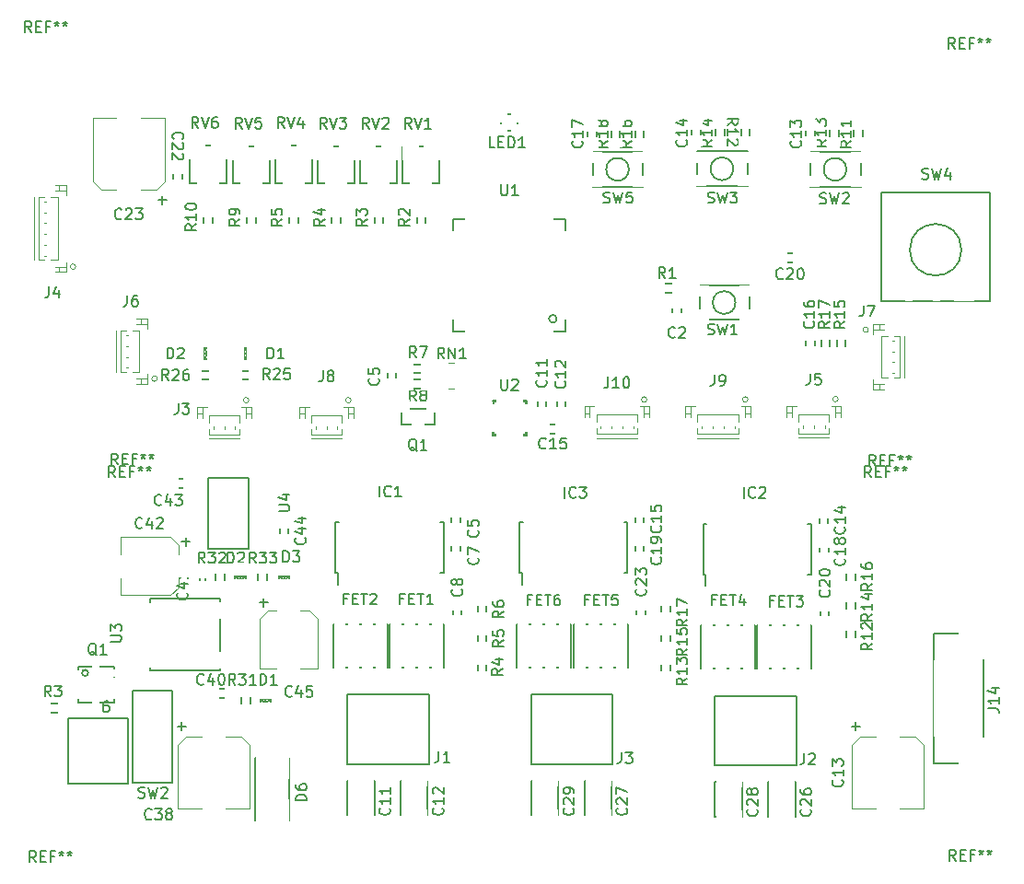
<source format=gto>
G04 #@! TF.GenerationSoftware,KiCad,Pcbnew,(5.0.0)*
G04 #@! TF.CreationDate,2019-07-10T13:20:49+09:00*
G04 #@! TF.ProjectId,top and bottom,746F7020616E6420626F74746F6D2E6B,rev?*
G04 #@! TF.SameCoordinates,Original*
G04 #@! TF.FileFunction,Legend,Top*
G04 #@! TF.FilePolarity,Positive*
%FSLAX46Y46*%
G04 Gerber Fmt 4.6, Leading zero omitted, Abs format (unit mm)*
G04 Created by KiCad (PCBNEW (5.0.0)) date 07/10/19 13:20:49*
%MOMM*%
%LPD*%
G01*
G04 APERTURE LIST*
%ADD10C,0.150000*%
%ADD11C,0.120000*%
%ADD12R,1.200000X1.200000*%
%ADD13R,1.200000X1.100000*%
%ADD14R,2.000000X2.900000*%
%ADD15R,1.600000X2.600000*%
%ADD16R,2.000000X3.900000*%
%ADD17R,1.950000X1.000000*%
%ADD18R,2.200000X1.600000*%
%ADD19R,0.900000X1.200000*%
%ADD20C,2.600000*%
%ADD21R,1.275000X1.200000*%
%ADD22R,0.600000X0.950000*%
%ADD23R,0.950000X0.600000*%
%ADD24R,2.000000X1.050000*%
%ADD25R,1.900000X1.050000*%
%ADD26R,0.900000X0.650000*%
%ADD27R,1.200000X0.900000*%
%ADD28R,1.600000X2.200000*%
%ADD29R,1.000000X1.950000*%
%ADD30R,1.200000X1.300000*%
%ADD31R,1.150000X0.900000*%
%ADD32R,0.680000X1.600000*%
%ADD33R,1.600000X0.680000*%
%ADD34R,1.100000X1.200000*%
%ADD35R,1.924000X1.924000*%
%ADD36C,1.924000*%
%ADD37R,3.400000X2.000000*%
%ADD38R,0.730000X1.600000*%
%ADD39R,1.600000X0.730000*%
%ADD40R,1.700000X0.730000*%
%ADD41C,1.600000*%
%ADD42R,1.120000X2.180000*%
%ADD43R,3.134000X2.559000*%
%ADD44R,2.400000X1.600000*%
%ADD45R,0.800000X1.500000*%
%ADD46R,1.942500X1.600000*%
%ADD47R,2.400000X2.400000*%
%ADD48C,2.400000*%
%ADD49R,2.400000X2.600000*%
%ADD50R,1.650000X0.630000*%
%ADD51R,2.400000X2.200000*%
%ADD52R,1.100000X0.900000*%
%ADD53R,1.900000X1.400000*%
%ADD54R,1.900000X3.700000*%
%ADD55R,2.000000X3.400000*%
%ADD56R,7.400000X5.900000*%
%ADD57R,3.600000X1.600000*%
G04 APERTURE END LIST*
D10*
G04 #@! TO.C,D2*
X127550000Y-94800000D02*
X126050000Y-94800000D01*
X127050000Y-95300000D02*
X127050000Y-94300000D01*
X126650000Y-94300000D02*
X126650000Y-95300000D01*
X127050000Y-94800000D02*
X126650000Y-94300000D01*
X126650000Y-95300000D02*
X127050000Y-94800000D01*
X127550000Y-94300000D02*
X127550000Y-95300000D01*
X126050000Y-94300000D02*
X127550000Y-94300000D01*
X126050000Y-95300000D02*
X126050000Y-94300000D01*
X127550000Y-95300000D02*
X126050000Y-95300000D01*
G04 #@! TO.C,C22*
X123850000Y-77775000D02*
X124650000Y-77775000D01*
X123850000Y-79375000D02*
X123850000Y-77775000D01*
X123850000Y-79375000D02*
X124650000Y-79375000D01*
X124650000Y-79375000D02*
X124650000Y-77775000D01*
G04 #@! TO.C,RV2*
X144450000Y-79150000D02*
X141050000Y-79150000D01*
X141050000Y-79150000D02*
X141050000Y-75750000D01*
X141050000Y-75750000D02*
X144450000Y-75750000D01*
X144450000Y-75750000D02*
X144450000Y-79150000D01*
D11*
G04 #@! TO.C,C23*
X116450000Y-78940000D02*
X116450000Y-73100000D01*
X117210000Y-79700000D02*
X116450000Y-78940000D01*
X123050000Y-78940000D02*
X122290000Y-79700000D01*
X123050000Y-73100000D02*
X123050000Y-78940000D01*
X117210000Y-79700000D02*
X118630000Y-79700000D01*
X122290000Y-79700000D02*
X120870000Y-79700000D01*
X116450000Y-73100000D02*
X118630000Y-73100000D01*
X123050000Y-73100000D02*
X120870000Y-73100000D01*
G04 #@! TO.C,J7*
X187775000Y-92600000D02*
G75*
G03X187775000Y-92600000I-250000J0D01*
G01*
X191075000Y-93200000D02*
X191075000Y-97000000D01*
X189175000Y-92100000D02*
X188175000Y-92100000D01*
X188175000Y-92100000D02*
X188175000Y-93000000D01*
X188175000Y-92600000D02*
X189175000Y-92600000D01*
X189175000Y-92600000D02*
X189175000Y-92600000D01*
X189175000Y-92600000D02*
X188175000Y-92600000D01*
X188175000Y-92600000D02*
X188175000Y-92600000D01*
X188775000Y-92600000D02*
X188775000Y-92600000D01*
X188775000Y-92600000D02*
X188775000Y-92100000D01*
X188775000Y-92100000D02*
X188775000Y-92100000D01*
X188775000Y-92100000D02*
X188775000Y-92600000D01*
X189175000Y-98100000D02*
X188175000Y-98100000D01*
X188175000Y-98100000D02*
X188175000Y-97200000D01*
X188175000Y-97600000D02*
X189175000Y-97600000D01*
X189175000Y-97600000D02*
X189175000Y-97600000D01*
X189175000Y-97600000D02*
X188175000Y-97600000D01*
X188175000Y-97600000D02*
X188175000Y-97600000D01*
X188775000Y-97600000D02*
X188775000Y-97600000D01*
X188775000Y-97600000D02*
X188775000Y-98100000D01*
X188775000Y-98100000D02*
X188775000Y-98100000D01*
X188775000Y-98100000D02*
X188775000Y-97600000D01*
X190175000Y-93200000D02*
X190675000Y-93200000D01*
X190675000Y-93200000D02*
X190675000Y-97000000D01*
X190675000Y-97000000D02*
X190175000Y-97000000D01*
X189575000Y-93200000D02*
X188925000Y-93200000D01*
X188925000Y-93200000D02*
X188925000Y-97000000D01*
X188925000Y-97000000D02*
X189575000Y-97000000D01*
X190175000Y-93600000D02*
X189975000Y-93600000D01*
X190175000Y-94600000D02*
X189975000Y-94600000D01*
X190175000Y-95600000D02*
X189975000Y-95600000D01*
X190175000Y-96600000D02*
X189975000Y-96600000D01*
D10*
G04 #@! TO.C,RV3*
X140550000Y-75750000D02*
X140550000Y-79150000D01*
X137150000Y-75750000D02*
X140550000Y-75750000D01*
X137150000Y-79150000D02*
X137150000Y-75750000D01*
X140550000Y-79150000D02*
X137150000Y-79150000D01*
G04 #@! TO.C,R26*
X127600000Y-97200000D02*
X126000000Y-97200000D01*
X127600000Y-97200000D02*
X127600000Y-96400000D01*
X127600000Y-96400000D02*
X126000000Y-96400000D01*
X126000000Y-97200000D02*
X126000000Y-96400000D01*
G04 #@! TO.C,RV4*
X136650000Y-75700000D02*
X136650000Y-79100000D01*
X133250000Y-75700000D02*
X136650000Y-75700000D01*
X133250000Y-79100000D02*
X133250000Y-75700000D01*
X136650000Y-79100000D02*
X133250000Y-79100000D01*
G04 #@! TO.C,D1*
X131250000Y-94800000D02*
X129750000Y-94800000D01*
X130750000Y-95300000D02*
X130750000Y-94300000D01*
X130350000Y-94300000D02*
X130350000Y-95300000D01*
X130750000Y-94800000D02*
X130350000Y-94300000D01*
X130350000Y-95300000D02*
X130750000Y-94800000D01*
X131250000Y-94300000D02*
X131250000Y-95300000D01*
X129750000Y-94300000D02*
X131250000Y-94300000D01*
X129750000Y-95300000D02*
X129750000Y-94300000D01*
X131250000Y-95300000D02*
X129750000Y-95300000D01*
G04 #@! TO.C,RV6*
X128750000Y-75700000D02*
X128750000Y-79100000D01*
X125350000Y-75700000D02*
X128750000Y-75700000D01*
X125350000Y-79100000D02*
X125350000Y-75700000D01*
X128750000Y-79100000D02*
X125350000Y-79100000D01*
G04 #@! TO.C,RV5*
X132750000Y-79150000D02*
X129350000Y-79150000D01*
X129350000Y-79150000D02*
X129350000Y-75750000D01*
X129350000Y-75750000D02*
X132750000Y-75750000D01*
X132750000Y-75750000D02*
X132750000Y-79150000D01*
G04 #@! TO.C,RV1*
X148350000Y-79150000D02*
X144950000Y-79150000D01*
X144950000Y-79150000D02*
X144950000Y-75750000D01*
X144950000Y-75750000D02*
X148350000Y-75750000D01*
X148350000Y-75750000D02*
X148350000Y-79150000D01*
G04 #@! TO.C,R25*
X131300000Y-97200000D02*
X129700000Y-97200000D01*
X131300000Y-97200000D02*
X131300000Y-96400000D01*
X131300000Y-96400000D02*
X129700000Y-96400000D01*
X129700000Y-97200000D02*
X129700000Y-96400000D01*
G04 #@! TO.C,U2*
X153185000Y-99100000D02*
X153585000Y-99100000D01*
X153185000Y-102300000D02*
X153185000Y-101900000D01*
X156385000Y-102300000D02*
X156385000Y-101900000D01*
X156385000Y-99100000D02*
X156385000Y-99500000D01*
X156385000Y-102300000D02*
X155985000Y-102300000D01*
X153185000Y-102300000D02*
X153585000Y-102300000D01*
X156385000Y-99100000D02*
X155985000Y-99100000D01*
X153295000Y-99240000D02*
X156295000Y-99240000D01*
X156295000Y-99240000D02*
X156295000Y-102240000D01*
X156295000Y-102240000D02*
X153295000Y-102240000D01*
X153295000Y-102240000D02*
X153295000Y-99240000D01*
G04 #@! TO.C,SW5*
X165750001Y-77850000D02*
G75*
G03X165750001Y-77850000I-1044031J0D01*
G01*
X162450000Y-79450000D02*
X162450000Y-76250000D01*
X167050000Y-79450000D02*
X162450000Y-79450000D01*
X167050000Y-76250000D02*
X167050000Y-79450000D01*
X162450000Y-76250000D02*
X167050000Y-76250000D01*
G04 #@! TO.C,SW2*
X185750001Y-77850000D02*
G75*
G03X185750001Y-77850000I-1044031J0D01*
G01*
X182450000Y-79450000D02*
X182450000Y-76250000D01*
X187050000Y-79450000D02*
X182450000Y-79450000D01*
X187050000Y-76250000D02*
X187050000Y-79450000D01*
X182450000Y-76250000D02*
X187050000Y-76250000D01*
D11*
G04 #@! TO.C,RN1*
X149200000Y-98030000D02*
X149700000Y-98030000D01*
X149200000Y-95670000D02*
X149700000Y-95670000D01*
D10*
G04 #@! TO.C,R15*
X185650000Y-93050000D02*
X185650000Y-94650000D01*
X185650000Y-93050000D02*
X184850000Y-93050000D01*
X184850000Y-93050000D02*
X184850000Y-94650000D01*
X185650000Y-94650000D02*
X184850000Y-94650000D01*
G04 #@! TO.C,R10*
X126650000Y-83350000D02*
X126650000Y-81750000D01*
X126650000Y-83350000D02*
X127450000Y-83350000D01*
X127450000Y-83350000D02*
X127450000Y-81750000D01*
X126650000Y-81750000D02*
X127450000Y-81750000D01*
G04 #@! TO.C,R4*
X138450000Y-83350000D02*
X138450000Y-81750000D01*
X138450000Y-83350000D02*
X139250000Y-83350000D01*
X139250000Y-83350000D02*
X139250000Y-81750000D01*
X138450000Y-81750000D02*
X139250000Y-81750000D01*
D11*
G04 #@! TO.C,J9*
X172450000Y-101662500D02*
X172450000Y-101462500D01*
X173450000Y-101662500D02*
X173450000Y-101462500D01*
X174450000Y-101662500D02*
X174450000Y-101462500D01*
X175450000Y-101662500D02*
X175450000Y-101462500D01*
X172050000Y-100412500D02*
X172050000Y-101062500D01*
X175850000Y-100412500D02*
X172050000Y-100412500D01*
X175850000Y-101062500D02*
X175850000Y-100412500D01*
X172050000Y-102162500D02*
X172050000Y-101662500D01*
X175850000Y-102162500D02*
X172050000Y-102162500D01*
X175850000Y-101662500D02*
X175850000Y-102162500D01*
X170950000Y-100262500D02*
X171450000Y-100262500D01*
X170950000Y-100262500D02*
X170950000Y-100262500D01*
X171450000Y-100262500D02*
X170950000Y-100262500D01*
X171450000Y-100262500D02*
X171450000Y-100262500D01*
X171450000Y-99662500D02*
X171450000Y-99662500D01*
X171450000Y-100662500D02*
X171450000Y-99662500D01*
X171450000Y-100662500D02*
X171450000Y-100662500D01*
X171450000Y-99662500D02*
X171450000Y-100662500D01*
X170950000Y-99662500D02*
X171850000Y-99662500D01*
X170950000Y-100662500D02*
X170950000Y-99662500D01*
X176950000Y-100262500D02*
X176450000Y-100262500D01*
X176950000Y-100262500D02*
X176950000Y-100262500D01*
X176450000Y-100262500D02*
X176950000Y-100262500D01*
X176450000Y-100262500D02*
X176450000Y-100262500D01*
X176450000Y-99662500D02*
X176450000Y-99662500D01*
X176450000Y-100662500D02*
X176450000Y-99662500D01*
X176450000Y-100662500D02*
X176450000Y-100662500D01*
X176450000Y-99662500D02*
X176450000Y-100662500D01*
X176950000Y-99662500D02*
X176050000Y-99662500D01*
X176950000Y-100662500D02*
X176950000Y-99662500D01*
X175850000Y-102562500D02*
X172050000Y-102562500D01*
X176700000Y-99012500D02*
G75*
G03X176700000Y-99012500I-250000J0D01*
G01*
D10*
G04 #@! TO.C,R13*
X185050000Y-73750000D02*
X185050000Y-75350000D01*
X185050000Y-73750000D02*
X184250000Y-73750000D01*
X184250000Y-73750000D02*
X184250000Y-75350000D01*
X185050000Y-75350000D02*
X184250000Y-75350000D01*
G04 #@! TO.C,SW3*
X175350001Y-77800000D02*
G75*
G03X175350001Y-77800000I-1044031J0D01*
G01*
X172050000Y-79400000D02*
X172050000Y-76200000D01*
X176650000Y-79400000D02*
X172050000Y-79400000D01*
X176650000Y-76200000D02*
X176650000Y-79400000D01*
X172050000Y-76200000D02*
X176650000Y-76200000D01*
G04 #@! TO.C,SW1*
X175550001Y-90100000D02*
G75*
G03X175550001Y-90100000I-1044031J0D01*
G01*
X172250000Y-91700000D02*
X172250000Y-88500000D01*
X176850000Y-91700000D02*
X172250000Y-91700000D01*
X176850000Y-88500000D02*
X176850000Y-91700000D01*
X172250000Y-88500000D02*
X176850000Y-88500000D01*
G04 #@! TO.C,R7*
X147100000Y-96600000D02*
X145500000Y-96600000D01*
X147100000Y-96600000D02*
X147100000Y-95800000D01*
X147100000Y-95800000D02*
X145500000Y-95800000D01*
X145500000Y-96600000D02*
X145500000Y-95800000D01*
G04 #@! TO.C,R12*
X176050000Y-75250000D02*
X176050000Y-73650000D01*
X176050000Y-75250000D02*
X176850000Y-75250000D01*
X176850000Y-75250000D02*
X176850000Y-73650000D01*
X176050000Y-73650000D02*
X176850000Y-73650000D01*
G04 #@! TO.C,R18*
X164950000Y-73850000D02*
X164950000Y-75450000D01*
X164950000Y-73850000D02*
X164150000Y-73850000D01*
X164150000Y-73850000D02*
X164150000Y-75450000D01*
X164950000Y-75450000D02*
X164150000Y-75450000D01*
G04 #@! TO.C,R17*
X184250000Y-93050000D02*
X184250000Y-94650000D01*
X184250000Y-93050000D02*
X183450000Y-93050000D01*
X183450000Y-93050000D02*
X183450000Y-94650000D01*
X184250000Y-94650000D02*
X183450000Y-94650000D01*
G04 #@! TO.C,R2*
X146250000Y-83350000D02*
X146250000Y-81750000D01*
X146250000Y-83350000D02*
X147050000Y-83350000D01*
X147050000Y-83350000D02*
X147050000Y-81750000D01*
X146250000Y-81750000D02*
X147050000Y-81750000D01*
D11*
G04 #@! TO.C,J10*
X163150000Y-101662500D02*
X163150000Y-101462500D01*
X164150000Y-101662500D02*
X164150000Y-101462500D01*
X165150000Y-101662500D02*
X165150000Y-101462500D01*
X166150000Y-101662500D02*
X166150000Y-101462500D01*
X162750000Y-100412500D02*
X162750000Y-101062500D01*
X166550000Y-100412500D02*
X162750000Y-100412500D01*
X166550000Y-101062500D02*
X166550000Y-100412500D01*
X162750000Y-102162500D02*
X162750000Y-101662500D01*
X166550000Y-102162500D02*
X162750000Y-102162500D01*
X166550000Y-101662500D02*
X166550000Y-102162500D01*
X161650000Y-100262500D02*
X162150000Y-100262500D01*
X161650000Y-100262500D02*
X161650000Y-100262500D01*
X162150000Y-100262500D02*
X161650000Y-100262500D01*
X162150000Y-100262500D02*
X162150000Y-100262500D01*
X162150000Y-99662500D02*
X162150000Y-99662500D01*
X162150000Y-100662500D02*
X162150000Y-99662500D01*
X162150000Y-100662500D02*
X162150000Y-100662500D01*
X162150000Y-99662500D02*
X162150000Y-100662500D01*
X161650000Y-99662500D02*
X162550000Y-99662500D01*
X161650000Y-100662500D02*
X161650000Y-99662500D01*
X167650000Y-100262500D02*
X167150000Y-100262500D01*
X167650000Y-100262500D02*
X167650000Y-100262500D01*
X167150000Y-100262500D02*
X167650000Y-100262500D01*
X167150000Y-100262500D02*
X167150000Y-100262500D01*
X167150000Y-99662500D02*
X167150000Y-99662500D01*
X167150000Y-100662500D02*
X167150000Y-99662500D01*
X167150000Y-100662500D02*
X167150000Y-100662500D01*
X167150000Y-99662500D02*
X167150000Y-100662500D01*
X167650000Y-99662500D02*
X166750000Y-99662500D01*
X167650000Y-100662500D02*
X167650000Y-99662500D01*
X166550000Y-102562500D02*
X162750000Y-102562500D01*
X167400000Y-99012500D02*
G75*
G03X167400000Y-99012500I-250000J0D01*
G01*
D10*
G04 #@! TO.C,Q1*
X147850000Y-99900000D02*
X147850000Y-101300000D01*
X144850000Y-99900000D02*
X147850000Y-99900000D01*
X144850000Y-101300000D02*
X144850000Y-99900000D01*
X147850000Y-101300000D02*
X144850000Y-101300000D01*
G04 #@! TO.C,LED1*
X153950000Y-74300000D02*
X153950000Y-72800000D01*
X155550000Y-74300000D02*
X153950000Y-74300000D01*
X155550000Y-72800000D02*
X155550000Y-74300000D01*
X153950000Y-72800000D02*
X155550000Y-72800000D01*
G04 #@! TO.C,R1*
X168600000Y-88400000D02*
X170200000Y-88400000D01*
X168600000Y-88400000D02*
X168600000Y-89200000D01*
X168600000Y-89200000D02*
X170200000Y-89200000D01*
X170200000Y-88400000D02*
X170200000Y-89200000D01*
D11*
G04 #@! TO.C,J8*
X140200000Y-99075000D02*
G75*
G03X140200000Y-99075000I-250000J0D01*
G01*
X139350000Y-102625000D02*
X136550000Y-102625000D01*
X140450000Y-100725000D02*
X140450000Y-99725000D01*
X140450000Y-99725000D02*
X139550000Y-99725000D01*
X139950000Y-99725000D02*
X139950000Y-100725000D01*
X139950000Y-100725000D02*
X139950000Y-100725000D01*
X139950000Y-100725000D02*
X139950000Y-99725000D01*
X139950000Y-99725000D02*
X139950000Y-99725000D01*
X139950000Y-100325000D02*
X139950000Y-100325000D01*
X139950000Y-100325000D02*
X140450000Y-100325000D01*
X140450000Y-100325000D02*
X140450000Y-100325000D01*
X140450000Y-100325000D02*
X139950000Y-100325000D01*
X135450000Y-100725000D02*
X135450000Y-99725000D01*
X135450000Y-99725000D02*
X136350000Y-99725000D01*
X135950000Y-99725000D02*
X135950000Y-100725000D01*
X135950000Y-100725000D02*
X135950000Y-100725000D01*
X135950000Y-100725000D02*
X135950000Y-99725000D01*
X135950000Y-99725000D02*
X135950000Y-99725000D01*
X135950000Y-100325000D02*
X135950000Y-100325000D01*
X135950000Y-100325000D02*
X135450000Y-100325000D01*
X135450000Y-100325000D02*
X135450000Y-100325000D01*
X135450000Y-100325000D02*
X135950000Y-100325000D01*
X139350000Y-101725000D02*
X139350000Y-102225000D01*
X139350000Y-102225000D02*
X136550000Y-102225000D01*
X136550000Y-102225000D02*
X136550000Y-101725000D01*
X139350000Y-101125000D02*
X139350000Y-100475000D01*
X139350000Y-100475000D02*
X136550000Y-100475000D01*
X136550000Y-100475000D02*
X136550000Y-101125000D01*
X138950000Y-101725000D02*
X138950000Y-101525000D01*
X137950000Y-101725000D02*
X137950000Y-101525000D01*
X136950000Y-101725000D02*
X136950000Y-101525000D01*
D10*
G04 #@! TO.C,R16*
X166350000Y-75450000D02*
X166350000Y-73850000D01*
X166350000Y-75450000D02*
X167150000Y-75450000D01*
X167150000Y-75450000D02*
X167150000Y-73850000D01*
X166350000Y-73850000D02*
X167150000Y-73850000D01*
G04 #@! TO.C,R9*
X130650000Y-83350000D02*
X130650000Y-81750000D01*
X130650000Y-83350000D02*
X131450000Y-83350000D01*
X131450000Y-83350000D02*
X131450000Y-81750000D01*
X130650000Y-81750000D02*
X131450000Y-81750000D01*
G04 #@! TO.C,R5*
X134550000Y-83350000D02*
X134550000Y-81750000D01*
X134550000Y-83350000D02*
X135350000Y-83350000D01*
X135350000Y-83350000D02*
X135350000Y-81750000D01*
X134550000Y-81750000D02*
X135350000Y-81750000D01*
G04 #@! TO.C,U1*
X159110555Y-91600000D02*
G75*
G03X159110555Y-91600000I-360555J0D01*
G01*
X159900000Y-92750000D02*
X149600000Y-92750000D01*
X159900000Y-92700000D02*
X159900000Y-92750000D01*
X159900000Y-92650000D02*
X159900000Y-92700000D01*
X159900000Y-82450000D02*
X159900000Y-92650000D01*
X149600000Y-82450000D02*
X159900000Y-82450000D01*
X149600000Y-92750000D02*
X149600000Y-82450000D01*
G04 #@! TO.C,R14*
X174550000Y-73650000D02*
X174550000Y-75250000D01*
X174550000Y-73650000D02*
X173750000Y-73650000D01*
X173750000Y-73650000D02*
X173750000Y-75250000D01*
X174550000Y-75250000D02*
X173750000Y-75250000D01*
G04 #@! TO.C,R3*
X142350000Y-83350000D02*
X142350000Y-81750000D01*
X142350000Y-83350000D02*
X143150000Y-83350000D01*
X143150000Y-83350000D02*
X143150000Y-81750000D01*
X142350000Y-81750000D02*
X143150000Y-81750000D01*
D11*
G04 #@! TO.C,J6*
X122387500Y-97100000D02*
G75*
G03X122387500Y-97100000I-250000J0D01*
G01*
X118587500Y-96500000D02*
X118587500Y-92700000D01*
X120487500Y-97600000D02*
X121487500Y-97600000D01*
X121487500Y-97600000D02*
X121487500Y-96700000D01*
X121487500Y-97100000D02*
X120487500Y-97100000D01*
X120487500Y-97100000D02*
X120487500Y-97100000D01*
X120487500Y-97100000D02*
X121487500Y-97100000D01*
X121487500Y-97100000D02*
X121487500Y-97100000D01*
X120887500Y-97100000D02*
X120887500Y-97100000D01*
X120887500Y-97100000D02*
X120887500Y-97600000D01*
X120887500Y-97600000D02*
X120887500Y-97600000D01*
X120887500Y-97600000D02*
X120887500Y-97100000D01*
X120487500Y-91600000D02*
X121487500Y-91600000D01*
X121487500Y-91600000D02*
X121487500Y-92500000D01*
X121487500Y-92100000D02*
X120487500Y-92100000D01*
X120487500Y-92100000D02*
X120487500Y-92100000D01*
X120487500Y-92100000D02*
X121487500Y-92100000D01*
X121487500Y-92100000D02*
X121487500Y-92100000D01*
X120887500Y-92100000D02*
X120887500Y-92100000D01*
X120887500Y-92100000D02*
X120887500Y-91600000D01*
X120887500Y-91600000D02*
X120887500Y-91600000D01*
X120887500Y-91600000D02*
X120887500Y-92100000D01*
X119487500Y-96500000D02*
X118987500Y-96500000D01*
X118987500Y-96500000D02*
X118987500Y-92700000D01*
X118987500Y-92700000D02*
X119487500Y-92700000D01*
X120087500Y-96500000D02*
X120737500Y-96500000D01*
X120737500Y-96500000D02*
X120737500Y-92700000D01*
X120737500Y-92700000D02*
X120087500Y-92700000D01*
X119487500Y-96100000D02*
X119687500Y-96100000D01*
X119487500Y-95100000D02*
X119687500Y-95100000D01*
X119487500Y-94100000D02*
X119687500Y-94100000D01*
X119487500Y-93100000D02*
X119687500Y-93100000D01*
D10*
G04 #@! TO.C,R11*
X186450000Y-75350000D02*
X186450000Y-73750000D01*
X186450000Y-75350000D02*
X187250000Y-75350000D01*
X187250000Y-75350000D02*
X187250000Y-73750000D01*
X186450000Y-73750000D02*
X187250000Y-73750000D01*
G04 #@! TO.C,R8*
X145500000Y-97200000D02*
X147100000Y-97200000D01*
X145500000Y-97200000D02*
X145500000Y-98000000D01*
X145500000Y-98000000D02*
X147100000Y-98000000D01*
X147100000Y-97200000D02*
X147100000Y-98000000D01*
D11*
G04 #@! TO.C,J5*
X185000000Y-98975000D02*
G75*
G03X185000000Y-98975000I-250000J0D01*
G01*
X184150000Y-102525000D02*
X181350000Y-102525000D01*
X185250000Y-100625000D02*
X185250000Y-99625000D01*
X185250000Y-99625000D02*
X184350000Y-99625000D01*
X184750000Y-99625000D02*
X184750000Y-100625000D01*
X184750000Y-100625000D02*
X184750000Y-100625000D01*
X184750000Y-100625000D02*
X184750000Y-99625000D01*
X184750000Y-99625000D02*
X184750000Y-99625000D01*
X184750000Y-100225000D02*
X184750000Y-100225000D01*
X184750000Y-100225000D02*
X185250000Y-100225000D01*
X185250000Y-100225000D02*
X185250000Y-100225000D01*
X185250000Y-100225000D02*
X184750000Y-100225000D01*
X180250000Y-100625000D02*
X180250000Y-99625000D01*
X180250000Y-99625000D02*
X181150000Y-99625000D01*
X180750000Y-99625000D02*
X180750000Y-100625000D01*
X180750000Y-100625000D02*
X180750000Y-100625000D01*
X180750000Y-100625000D02*
X180750000Y-99625000D01*
X180750000Y-99625000D02*
X180750000Y-99625000D01*
X180750000Y-100225000D02*
X180750000Y-100225000D01*
X180750000Y-100225000D02*
X180250000Y-100225000D01*
X180250000Y-100225000D02*
X180250000Y-100225000D01*
X180250000Y-100225000D02*
X180750000Y-100225000D01*
X184150000Y-101625000D02*
X184150000Y-102125000D01*
X184150000Y-102125000D02*
X181350000Y-102125000D01*
X181350000Y-102125000D02*
X181350000Y-101625000D01*
X184150000Y-101025000D02*
X184150000Y-100375000D01*
X184150000Y-100375000D02*
X181350000Y-100375000D01*
X181350000Y-100375000D02*
X181350000Y-101025000D01*
X183750000Y-101625000D02*
X183750000Y-101425000D01*
X182750000Y-101625000D02*
X182750000Y-101425000D01*
X181750000Y-101625000D02*
X181750000Y-101425000D01*
G04 #@! TO.C,J4*
X114887500Y-86800000D02*
G75*
G03X114887500Y-86800000I-250000J0D01*
G01*
X111087500Y-86200000D02*
X111087500Y-80400000D01*
X112987500Y-87300000D02*
X113987500Y-87300000D01*
X113987500Y-87300000D02*
X113987500Y-86400000D01*
X113987500Y-86800000D02*
X112987500Y-86800000D01*
X112987500Y-86800000D02*
X112987500Y-86800000D01*
X112987500Y-86800000D02*
X113987500Y-86800000D01*
X113987500Y-86800000D02*
X113987500Y-86800000D01*
X113387500Y-86800000D02*
X113387500Y-86800000D01*
X113387500Y-86800000D02*
X113387500Y-87300000D01*
X113387500Y-87300000D02*
X113387500Y-87300000D01*
X113387500Y-87300000D02*
X113387500Y-86800000D01*
X112987500Y-79300000D02*
X113987500Y-79300000D01*
X113987500Y-79300000D02*
X113987500Y-80200000D01*
X113987500Y-79800000D02*
X112987500Y-79800000D01*
X112987500Y-79800000D02*
X112987500Y-79800000D01*
X112987500Y-79800000D02*
X113987500Y-79800000D01*
X113987500Y-79800000D02*
X113987500Y-79800000D01*
X113387500Y-79800000D02*
X113387500Y-79800000D01*
X113387500Y-79800000D02*
X113387500Y-79300000D01*
X113387500Y-79300000D02*
X113387500Y-79300000D01*
X113387500Y-79300000D02*
X113387500Y-79800000D01*
X111987500Y-86200000D02*
X111487500Y-86200000D01*
X111487500Y-86200000D02*
X111487500Y-80400000D01*
X111487500Y-80400000D02*
X111987500Y-80400000D01*
X112587500Y-86200000D02*
X113237500Y-86200000D01*
X113237500Y-86200000D02*
X113237500Y-80400000D01*
X113237500Y-80400000D02*
X112587500Y-80400000D01*
X111987500Y-85800000D02*
X112187500Y-85800000D01*
X111987500Y-84800000D02*
X112187500Y-84800000D01*
X111987500Y-83800000D02*
X112187500Y-83800000D01*
X111987500Y-82800000D02*
X112187500Y-82800000D01*
X111987500Y-81800000D02*
X112187500Y-81800000D01*
X111987500Y-80800000D02*
X112187500Y-80800000D01*
D10*
G04 #@! TO.C,C17*
X161950000Y-73825000D02*
X161950000Y-75425000D01*
X162750000Y-73825000D02*
X161950000Y-73825000D01*
X162750000Y-73825000D02*
X162750000Y-75425000D01*
X162750000Y-75425000D02*
X161950000Y-75425000D01*
G04 #@! TO.C,C20*
X181400000Y-85600000D02*
X179800000Y-85600000D01*
X181400000Y-86400000D02*
X181400000Y-85600000D01*
X181400000Y-86400000D02*
X179800000Y-86400000D01*
X179800000Y-86400000D02*
X179800000Y-85600000D01*
G04 #@! TO.C,C16*
X182050000Y-93025000D02*
X182050000Y-94625000D01*
X182850000Y-93025000D02*
X182050000Y-93025000D01*
X182850000Y-93025000D02*
X182850000Y-94625000D01*
X182850000Y-94625000D02*
X182050000Y-94625000D01*
G04 #@! TO.C,C15*
X159950000Y-100275000D02*
X159950000Y-98675000D01*
X159150000Y-100275000D02*
X159950000Y-100275000D01*
X159150000Y-100275000D02*
X159150000Y-98675000D01*
X159150000Y-98675000D02*
X159950000Y-98675000D01*
G04 #@! TO.C,C12*
X157925000Y-102150000D02*
X159525000Y-102150000D01*
X157925000Y-101350000D02*
X157925000Y-102150000D01*
X157925000Y-101350000D02*
X159525000Y-101350000D01*
X159525000Y-101350000D02*
X159525000Y-102150000D01*
D11*
G04 #@! TO.C,J3*
X130800000Y-99075000D02*
G75*
G03X130800000Y-99075000I-250000J0D01*
G01*
X129950000Y-102625000D02*
X127150000Y-102625000D01*
X131050000Y-100725000D02*
X131050000Y-99725000D01*
X131050000Y-99725000D02*
X130150000Y-99725000D01*
X130550000Y-99725000D02*
X130550000Y-100725000D01*
X130550000Y-100725000D02*
X130550000Y-100725000D01*
X130550000Y-100725000D02*
X130550000Y-99725000D01*
X130550000Y-99725000D02*
X130550000Y-99725000D01*
X130550000Y-100325000D02*
X130550000Y-100325000D01*
X130550000Y-100325000D02*
X131050000Y-100325000D01*
X131050000Y-100325000D02*
X131050000Y-100325000D01*
X131050000Y-100325000D02*
X130550000Y-100325000D01*
X126050000Y-100725000D02*
X126050000Y-99725000D01*
X126050000Y-99725000D02*
X126950000Y-99725000D01*
X126550000Y-99725000D02*
X126550000Y-100725000D01*
X126550000Y-100725000D02*
X126550000Y-100725000D01*
X126550000Y-100725000D02*
X126550000Y-99725000D01*
X126550000Y-99725000D02*
X126550000Y-99725000D01*
X126550000Y-100325000D02*
X126550000Y-100325000D01*
X126550000Y-100325000D02*
X126050000Y-100325000D01*
X126050000Y-100325000D02*
X126050000Y-100325000D01*
X126050000Y-100325000D02*
X126550000Y-100325000D01*
X129950000Y-101725000D02*
X129950000Y-102225000D01*
X129950000Y-102225000D02*
X127150000Y-102225000D01*
X127150000Y-102225000D02*
X127150000Y-101725000D01*
X129950000Y-101125000D02*
X129950000Y-100475000D01*
X129950000Y-100475000D02*
X127150000Y-100475000D01*
X127150000Y-100475000D02*
X127150000Y-101125000D01*
X129550000Y-101725000D02*
X129550000Y-101525000D01*
X128550000Y-101725000D02*
X128550000Y-101525000D01*
X127550000Y-101725000D02*
X127550000Y-101525000D01*
D10*
G04 #@! TO.C,C13*
X182050000Y-73750000D02*
X182050000Y-75350000D01*
X182850000Y-73750000D02*
X182050000Y-73750000D01*
X182850000Y-73750000D02*
X182850000Y-75350000D01*
X182850000Y-75350000D02*
X182050000Y-75350000D01*
G04 #@! TO.C,C11*
X158150000Y-100250000D02*
X158150000Y-98650000D01*
X157350000Y-100250000D02*
X158150000Y-100250000D01*
X157350000Y-100250000D02*
X157350000Y-98650000D01*
X157350000Y-98650000D02*
X158150000Y-98650000D01*
G04 #@! TO.C,SW4*
X196321708Y-85250000D02*
G75*
G03X196321708Y-85250000I-2371708J0D01*
G01*
X198950000Y-90000000D02*
X198950000Y-80000000D01*
X198950000Y-80000000D02*
X188950000Y-80000000D01*
X188950000Y-90000000D02*
X188950000Y-80000000D01*
X198950000Y-90000000D02*
X188950000Y-90000000D01*
G04 #@! TO.C,C5*
X144350000Y-97675000D02*
X144350000Y-96075000D01*
X143550000Y-97675000D02*
X144350000Y-97675000D01*
X143550000Y-97675000D02*
X143550000Y-96075000D01*
X143550000Y-96075000D02*
X144350000Y-96075000D01*
G04 #@! TO.C,C14*
X171550000Y-73625000D02*
X171550000Y-75225000D01*
X172350000Y-73625000D02*
X171550000Y-73625000D01*
X172350000Y-73625000D02*
X172350000Y-75225000D01*
X172350000Y-75225000D02*
X171550000Y-75225000D01*
G04 #@! TO.C,C2*
X169750000Y-90025000D02*
X169750000Y-91625000D01*
X170550000Y-90025000D02*
X169750000Y-90025000D01*
X170550000Y-90025000D02*
X170550000Y-91625000D01*
X170550000Y-91625000D02*
X169750000Y-91625000D01*
G04 #@! TO.C,D2*
X130050000Y-116150000D02*
X130050000Y-114650000D01*
X129550000Y-115650000D02*
X130550000Y-115650000D01*
X130550000Y-115250000D02*
X129550000Y-115250000D01*
X130050000Y-115650000D02*
X130550000Y-115250000D01*
X129550000Y-115250000D02*
X130050000Y-115650000D01*
X130550000Y-116150000D02*
X129550000Y-116150000D01*
X130550000Y-114650000D02*
X130550000Y-116150000D01*
X129550000Y-114650000D02*
X130550000Y-114650000D01*
X129550000Y-116150000D02*
X129550000Y-114650000D01*
D11*
G04 #@! TO.C,C42*
X123560000Y-111680000D02*
X118980000Y-111680000D01*
X124320000Y-112440000D02*
X123560000Y-111680000D01*
X123560000Y-117020000D02*
X124320000Y-116260000D01*
X118980000Y-117020000D02*
X123560000Y-117020000D01*
X124320000Y-116260000D02*
X124320000Y-115470000D01*
X124320000Y-112440000D02*
X124320000Y-113230000D01*
X118980000Y-117020000D02*
X118980000Y-115470000D01*
X118980000Y-111680000D02*
X118980000Y-113230000D01*
D10*
G04 #@! TO.C,R15*
X169550000Y-120200000D02*
X169550000Y-121800000D01*
X169550000Y-120200000D02*
X168750000Y-120200000D01*
X168750000Y-120200000D02*
X168750000Y-121800000D01*
X169550000Y-121800000D02*
X168750000Y-121800000D01*
G04 #@! TO.C,R31*
X130150000Y-127500000D02*
X130150000Y-125900000D01*
X130150000Y-127500000D02*
X130950000Y-127500000D01*
X130950000Y-127500000D02*
X130950000Y-125900000D01*
X130150000Y-125900000D02*
X130950000Y-125900000D01*
G04 #@! TO.C,R32*
X127750000Y-116200000D02*
X127750000Y-114600000D01*
X127750000Y-116200000D02*
X128550000Y-116200000D01*
X128550000Y-116200000D02*
X128550000Y-114600000D01*
X127750000Y-114600000D02*
X128550000Y-114600000D01*
G04 #@! TO.C,Q1*
X116032843Y-124150000D02*
G75*
G03X116032843Y-124150000I-282843J0D01*
G01*
X115100000Y-126850000D02*
X115100000Y-123550000D01*
X115100000Y-126850000D02*
X118400000Y-126850000D01*
X115100000Y-123550000D02*
X118400000Y-123550000D01*
X118400000Y-123550000D02*
X118400000Y-126850000D01*
G04 #@! TO.C,SW2*
X123750000Y-125750000D02*
X120150000Y-125750000D01*
X123750000Y-134250000D02*
X123750000Y-125750000D01*
X120150000Y-134250000D02*
X123750000Y-134250000D01*
X120150000Y-125750000D02*
X120150000Y-134250000D01*
G04 #@! TO.C,J3*
X164250000Y-126150000D02*
X164250000Y-132550000D01*
X156750000Y-126150000D02*
X164250000Y-126150000D01*
X156750000Y-132550000D02*
X156750000Y-126150000D01*
X164250000Y-132550000D02*
X156750000Y-132550000D01*
G04 #@! TO.C,R12*
X186550000Y-119800000D02*
X186550000Y-121400000D01*
X186550000Y-119800000D02*
X185750000Y-119800000D01*
X185750000Y-119800000D02*
X185750000Y-121400000D01*
X186550000Y-121400000D02*
X185750000Y-121400000D01*
G04 #@! TO.C,FET2*
X138550000Y-119650000D02*
X143550000Y-119650000D01*
X138550000Y-123650000D02*
X138550000Y-119650000D01*
X143550000Y-123650000D02*
X138550000Y-123650000D01*
X143550000Y-119650000D02*
X143550000Y-123650000D01*
G04 #@! TO.C,D6*
X134550000Y-137750000D02*
X134550000Y-131950000D01*
X131350000Y-137750000D02*
X134550000Y-137750000D01*
X131350000Y-131950000D02*
X131350000Y-137750000D01*
X134550000Y-131950000D02*
X131350000Y-131950000D01*
D11*
G04 #@! TO.C,C38*
X124250000Y-136650000D02*
X126430000Y-136650000D01*
X130850000Y-136650000D02*
X128670000Y-136650000D01*
X125010000Y-130050000D02*
X126430000Y-130050000D01*
X130090000Y-130050000D02*
X128670000Y-130050000D01*
X124250000Y-136650000D02*
X124250000Y-130810000D01*
X124250000Y-130810000D02*
X125010000Y-130050000D01*
X130090000Y-130050000D02*
X130850000Y-130810000D01*
X130850000Y-130810000D02*
X130850000Y-136650000D01*
D10*
G04 #@! TO.C,D1*
X132350000Y-127450000D02*
X132350000Y-125950000D01*
X131850000Y-126950000D02*
X132850000Y-126950000D01*
X132850000Y-126550000D02*
X131850000Y-126550000D01*
X132350000Y-126950000D02*
X132850000Y-126550000D01*
X131850000Y-126550000D02*
X132350000Y-126950000D01*
X132850000Y-127450000D02*
X131850000Y-127450000D01*
X132850000Y-125950000D02*
X132850000Y-127450000D01*
X131850000Y-125950000D02*
X132850000Y-125950000D01*
X131850000Y-127450000D02*
X131850000Y-125950000D01*
G04 #@! TO.C,C40*
X127500000Y-126450000D02*
X129100000Y-126450000D01*
X127500000Y-125650000D02*
X127500000Y-126450000D01*
X127500000Y-125650000D02*
X129100000Y-125650000D01*
X129100000Y-125650000D02*
X129100000Y-126450000D01*
G04 #@! TO.C,C12*
X147250000Y-134050000D02*
X147250000Y-137250000D01*
X147250000Y-137250000D02*
X144750000Y-137250000D01*
X144750000Y-137250000D02*
X144750000Y-134050000D01*
X144750000Y-134050000D02*
X147250000Y-134050000D01*
G04 #@! TO.C,FET6*
X155450000Y-119650000D02*
X160450000Y-119650000D01*
X155450000Y-123650000D02*
X155450000Y-119650000D01*
X160450000Y-123650000D02*
X155450000Y-123650000D01*
X160450000Y-119650000D02*
X160450000Y-123650000D01*
D11*
G04 #@! TO.C,C13*
X192850000Y-130810000D02*
X192850000Y-136650000D01*
X192090000Y-130050000D02*
X192850000Y-130810000D01*
X186250000Y-130810000D02*
X187010000Y-130050000D01*
X186250000Y-136650000D02*
X186250000Y-130810000D01*
X192090000Y-130050000D02*
X190670000Y-130050000D01*
X187010000Y-130050000D02*
X188430000Y-130050000D01*
X192850000Y-136650000D02*
X190670000Y-136650000D01*
X186250000Y-136650000D02*
X188430000Y-136650000D01*
D10*
G04 #@! TO.C,FET5*
X165650000Y-119650000D02*
X165650000Y-123650000D01*
X165650000Y-123650000D02*
X160650000Y-123650000D01*
X160650000Y-123650000D02*
X160650000Y-119650000D01*
X160650000Y-119650000D02*
X165650000Y-119650000D01*
G04 #@! TO.C,C29*
X156750000Y-134050000D02*
X159250000Y-134050000D01*
X156750000Y-137250000D02*
X156750000Y-134050000D01*
X159250000Y-137250000D02*
X156750000Y-137250000D01*
X159250000Y-134050000D02*
X159250000Y-137250000D01*
G04 #@! TO.C,C28*
X173650000Y-134150000D02*
X176150000Y-134150000D01*
X173650000Y-137350000D02*
X173650000Y-134150000D01*
X176150000Y-137350000D02*
X173650000Y-137350000D01*
X176150000Y-134150000D02*
X176150000Y-137350000D01*
G04 #@! TO.C,C19*
X167150000Y-113600000D02*
X167150000Y-112000000D01*
X166350000Y-113600000D02*
X167150000Y-113600000D01*
X166350000Y-113600000D02*
X166350000Y-112000000D01*
X166350000Y-112000000D02*
X167150000Y-112000000D01*
G04 #@! TO.C,C15*
X167150000Y-110900000D02*
X166350000Y-110900000D01*
X167150000Y-109300000D02*
X167150000Y-110900000D01*
X167150000Y-109300000D02*
X166350000Y-109300000D01*
X166350000Y-109300000D02*
X166350000Y-110900000D01*
G04 #@! TO.C,C27*
X164150000Y-134050000D02*
X164150000Y-137250000D01*
X164150000Y-137250000D02*
X161650000Y-137250000D01*
X161650000Y-137250000D02*
X161650000Y-134050000D01*
X161650000Y-134050000D02*
X164150000Y-134050000D01*
G04 #@! TO.C,C11*
X139850000Y-134050000D02*
X142350000Y-134050000D01*
X139850000Y-137250000D02*
X139850000Y-134050000D01*
X142350000Y-137250000D02*
X139850000Y-137250000D01*
X142350000Y-134050000D02*
X142350000Y-137250000D01*
G04 #@! TO.C,FET4*
X177350000Y-119750000D02*
X177350000Y-123750000D01*
X177350000Y-123750000D02*
X172350000Y-123750000D01*
X172350000Y-123750000D02*
X172350000Y-119750000D01*
X172350000Y-119750000D02*
X177350000Y-119750000D01*
G04 #@! TO.C,IC2*
X172575000Y-115075000D02*
X172800000Y-115075000D01*
X172575000Y-110425000D02*
X172900000Y-110425000D01*
X182525000Y-110425000D02*
X182200000Y-110425000D01*
X182525000Y-115075000D02*
X182200000Y-115075000D01*
X172575000Y-115075000D02*
X172575000Y-110425000D01*
X182525000Y-115075000D02*
X182525000Y-110425000D01*
X172800000Y-115075000D02*
X172800000Y-116150000D01*
G04 #@! TO.C,FET3*
X177550000Y-119750000D02*
X182550000Y-119750000D01*
X177550000Y-123750000D02*
X177550000Y-119750000D01*
X182550000Y-123750000D02*
X177550000Y-123750000D01*
X182550000Y-119750000D02*
X182550000Y-123750000D01*
G04 #@! TO.C,C26*
X181050000Y-134150000D02*
X181050000Y-137350000D01*
X181050000Y-137350000D02*
X178550000Y-137350000D01*
X178550000Y-137350000D02*
X178550000Y-134150000D01*
X178550000Y-134150000D02*
X181050000Y-134150000D01*
G04 #@! TO.C,C20*
X183350000Y-117900000D02*
X183350000Y-119500000D01*
X184150000Y-117900000D02*
X183350000Y-117900000D01*
X184150000Y-117900000D02*
X184150000Y-119500000D01*
X184150000Y-119500000D02*
X183350000Y-119500000D01*
G04 #@! TO.C,FET1*
X143750000Y-119650000D02*
X148750000Y-119650000D01*
X143750000Y-123650000D02*
X143750000Y-119650000D01*
X148750000Y-123650000D02*
X143750000Y-123650000D01*
X148750000Y-119650000D02*
X148750000Y-123650000D01*
G04 #@! TO.C,J6*
X114200000Y-128300000D02*
X114200000Y-134300000D01*
X114200000Y-134300000D02*
X119700000Y-134300000D01*
X119700000Y-128300000D02*
X119700000Y-134300000D01*
X114200000Y-128300000D02*
X119700000Y-128300000D01*
G04 #@! TO.C,C23*
X166450000Y-117800000D02*
X166450000Y-119400000D01*
X167250000Y-117800000D02*
X166450000Y-117800000D01*
X167250000Y-117800000D02*
X167250000Y-119400000D01*
X167250000Y-119400000D02*
X166450000Y-119400000D01*
G04 #@! TO.C,R6*
X152650000Y-117500000D02*
X152650000Y-119100000D01*
X152650000Y-117500000D02*
X151850000Y-117500000D01*
X151850000Y-117500000D02*
X151850000Y-119100000D01*
X152650000Y-119100000D02*
X151850000Y-119100000D01*
G04 #@! TO.C,IC1*
X138775000Y-114975000D02*
X139000000Y-114975000D01*
X138775000Y-110325000D02*
X139100000Y-110325000D01*
X148725000Y-110325000D02*
X148400000Y-110325000D01*
X148725000Y-114975000D02*
X148400000Y-114975000D01*
X138775000Y-114975000D02*
X138775000Y-110325000D01*
X148725000Y-114975000D02*
X148725000Y-110325000D01*
X139000000Y-114975000D02*
X139000000Y-116050000D01*
G04 #@! TO.C,C14*
X183250000Y-109400000D02*
X183250000Y-111000000D01*
X184050000Y-109400000D02*
X183250000Y-109400000D01*
X184050000Y-109400000D02*
X184050000Y-111000000D01*
X184050000Y-111000000D02*
X183250000Y-111000000D01*
G04 #@! TO.C,C18*
X184100000Y-113700000D02*
X184100000Y-112100000D01*
X183300000Y-113700000D02*
X184100000Y-113700000D01*
X183300000Y-113700000D02*
X183300000Y-112100000D01*
X183300000Y-112100000D02*
X184100000Y-112100000D01*
G04 #@! TO.C,R14*
X186550000Y-118800000D02*
X185750000Y-118800000D01*
X185750000Y-117200000D02*
X185750000Y-118800000D01*
X186550000Y-117200000D02*
X185750000Y-117200000D01*
X186550000Y-117200000D02*
X186550000Y-118800000D01*
G04 #@! TO.C,R4*
X152650000Y-122900000D02*
X152650000Y-124500000D01*
X152650000Y-122900000D02*
X151850000Y-122900000D01*
X151850000Y-122900000D02*
X151850000Y-124500000D01*
X152650000Y-124500000D02*
X151850000Y-124500000D01*
G04 #@! TO.C,J2*
X181150000Y-132650000D02*
X173650000Y-132650000D01*
X173650000Y-132650000D02*
X173650000Y-126250000D01*
X173650000Y-126250000D02*
X181150000Y-126250000D01*
X181150000Y-126250000D02*
X181150000Y-132650000D01*
G04 #@! TO.C,J1*
X147350000Y-126150000D02*
X147350000Y-132550000D01*
X139850000Y-126150000D02*
X147350000Y-126150000D01*
X139850000Y-132550000D02*
X139850000Y-126150000D01*
X147350000Y-132550000D02*
X139850000Y-132550000D01*
G04 #@! TO.C,IC3*
X155900000Y-114975000D02*
X155900000Y-116050000D01*
X165625000Y-114975000D02*
X165625000Y-110325000D01*
X155675000Y-114975000D02*
X155675000Y-110325000D01*
X165625000Y-114975000D02*
X165300000Y-114975000D01*
X165625000Y-110325000D02*
X165300000Y-110325000D01*
X155675000Y-110325000D02*
X156000000Y-110325000D01*
X155675000Y-114975000D02*
X155900000Y-114975000D01*
G04 #@! TO.C,R5*
X152650000Y-121800000D02*
X151850000Y-121800000D01*
X151850000Y-120200000D02*
X151850000Y-121800000D01*
X152650000Y-120200000D02*
X151850000Y-120200000D01*
X152650000Y-120200000D02*
X152650000Y-121800000D01*
G04 #@! TO.C,R13*
X169550000Y-124500000D02*
X168750000Y-124500000D01*
X168750000Y-122900000D02*
X168750000Y-124500000D01*
X169550000Y-122900000D02*
X168750000Y-122900000D01*
X169550000Y-122900000D02*
X169550000Y-124500000D01*
G04 #@! TO.C,J14*
X198350000Y-120550000D02*
X198350000Y-132450000D01*
X198350000Y-132450000D02*
X193750000Y-132450000D01*
X193750000Y-132450000D02*
X193750000Y-120550000D01*
X193750000Y-120550000D02*
X198350000Y-120550000D01*
G04 #@! TO.C,R16*
X186550000Y-116200000D02*
X185750000Y-116200000D01*
X185750000Y-114600000D02*
X185750000Y-116200000D01*
X186550000Y-114600000D02*
X185750000Y-114600000D01*
X186550000Y-114600000D02*
X186550000Y-116200000D01*
G04 #@! TO.C,R17*
X169550000Y-117500000D02*
X169550000Y-119100000D01*
X169550000Y-117500000D02*
X168750000Y-117500000D01*
X168750000Y-117500000D02*
X168750000Y-119100000D01*
X169550000Y-119100000D02*
X168750000Y-119100000D01*
G04 #@! TO.C,C41*
X126300000Y-115100000D02*
X126800000Y-115100000D01*
X126300000Y-116100000D02*
X126300000Y-115100000D01*
X126800000Y-116100000D02*
X126300000Y-116100000D01*
X126800000Y-115100000D02*
X126800000Y-116100000D01*
G04 #@! TO.C,C43*
X125400000Y-106350000D02*
X123800000Y-106350000D01*
X125400000Y-107150000D02*
X125400000Y-106350000D01*
X125400000Y-107150000D02*
X123800000Y-107150000D01*
X123800000Y-107150000D02*
X123800000Y-106350000D01*
G04 #@! TO.C,C8*
X149550000Y-117800000D02*
X149550000Y-119400000D01*
X150350000Y-117800000D02*
X149550000Y-117800000D01*
X150350000Y-117800000D02*
X150350000Y-119400000D01*
X150350000Y-119400000D02*
X149550000Y-119400000D01*
G04 #@! TO.C,R33*
X131650000Y-116200000D02*
X131650000Y-114600000D01*
X131650000Y-116200000D02*
X132450000Y-116200000D01*
X132450000Y-116200000D02*
X132450000Y-114600000D01*
X131650000Y-114600000D02*
X132450000Y-114600000D01*
G04 #@! TO.C,U4*
X130750000Y-112750000D02*
X127050000Y-112750000D01*
X130750000Y-106250000D02*
X130750000Y-112750000D01*
X127050000Y-106250000D02*
X130750000Y-106250000D01*
X127050000Y-112750000D02*
X127050000Y-106250000D01*
G04 #@! TO.C,C7*
X149450000Y-112000000D02*
X150250000Y-112000000D01*
X149450000Y-113600000D02*
X149450000Y-112000000D01*
X149450000Y-113600000D02*
X150250000Y-113600000D01*
X150250000Y-113600000D02*
X150250000Y-112000000D01*
G04 #@! TO.C,R30*
X112150000Y-127000000D02*
X113750000Y-127000000D01*
X112150000Y-127000000D02*
X112150000Y-127800000D01*
X112150000Y-127800000D02*
X113750000Y-127800000D01*
X113750000Y-127000000D02*
X113750000Y-127800000D01*
G04 #@! TO.C,D3*
X134050000Y-116150000D02*
X134050000Y-114650000D01*
X133550000Y-115650000D02*
X134550000Y-115650000D01*
X134550000Y-115250000D02*
X133550000Y-115250000D01*
X134050000Y-115650000D02*
X134550000Y-115250000D01*
X133550000Y-115250000D02*
X134050000Y-115650000D01*
X134550000Y-116150000D02*
X133550000Y-116150000D01*
X134550000Y-114650000D02*
X134550000Y-116150000D01*
X133550000Y-114650000D02*
X134550000Y-114650000D01*
X133550000Y-116150000D02*
X133550000Y-114650000D01*
D11*
G04 #@! TO.C,C45*
X131780000Y-123720000D02*
X133330000Y-123720000D01*
X137120000Y-123720000D02*
X135570000Y-123720000D01*
X132540000Y-118380000D02*
X133330000Y-118380000D01*
X136360000Y-118380000D02*
X135570000Y-118380000D01*
X137120000Y-123720000D02*
X137120000Y-119140000D01*
X137120000Y-119140000D02*
X136360000Y-118380000D01*
X132540000Y-118380000D02*
X131780000Y-119140000D01*
X131780000Y-119140000D02*
X131780000Y-123720000D01*
D10*
G04 #@! TO.C,U3*
X128150000Y-117350000D02*
X121750000Y-117350000D01*
X121750000Y-123950000D02*
X128150000Y-123950000D01*
X128050000Y-123950000D02*
X128150000Y-123950000D01*
X128150000Y-123950000D02*
X128050000Y-123950000D01*
X128150000Y-117350000D02*
X128150000Y-123950000D01*
X121750000Y-117350000D02*
X121750000Y-123950000D01*
G04 #@! TO.C,C5*
X149450000Y-109300000D02*
X149450000Y-110900000D01*
X150250000Y-109300000D02*
X149450000Y-109300000D01*
X150250000Y-109300000D02*
X150250000Y-110900000D01*
X150250000Y-110900000D02*
X149450000Y-110900000D01*
G04 #@! TO.C,C44*
X133650000Y-110300000D02*
X133650000Y-111900000D01*
X134450000Y-110300000D02*
X133650000Y-110300000D01*
X134450000Y-110300000D02*
X134450000Y-111900000D01*
X134450000Y-111900000D02*
X133650000Y-111900000D01*
G04 #@! TO.C,D2*
X123311904Y-95252380D02*
X123311904Y-94252380D01*
X123550000Y-94252380D01*
X123692857Y-94300000D01*
X123788095Y-94395238D01*
X123835714Y-94490476D01*
X123883333Y-94680952D01*
X123883333Y-94823809D01*
X123835714Y-95014285D01*
X123788095Y-95109523D01*
X123692857Y-95204761D01*
X123550000Y-95252380D01*
X123311904Y-95252380D01*
X124264285Y-94347619D02*
X124311904Y-94300000D01*
X124407142Y-94252380D01*
X124645238Y-94252380D01*
X124740476Y-94300000D01*
X124788095Y-94347619D01*
X124835714Y-94442857D01*
X124835714Y-94538095D01*
X124788095Y-94680952D01*
X124216666Y-95252380D01*
X124835714Y-95252380D01*
G04 #@! TO.C,C22*
X123892857Y-75057142D02*
X123845238Y-75009523D01*
X123797619Y-74866666D01*
X123797619Y-74771428D01*
X123845238Y-74628571D01*
X123940476Y-74533333D01*
X124035714Y-74485714D01*
X124226190Y-74438095D01*
X124369047Y-74438095D01*
X124559523Y-74485714D01*
X124654761Y-74533333D01*
X124750000Y-74628571D01*
X124797619Y-74771428D01*
X124797619Y-74866666D01*
X124750000Y-75009523D01*
X124702380Y-75057142D01*
X124702380Y-75438095D02*
X124750000Y-75485714D01*
X124797619Y-75580952D01*
X124797619Y-75819047D01*
X124750000Y-75914285D01*
X124702380Y-75961904D01*
X124607142Y-76009523D01*
X124511904Y-76009523D01*
X124369047Y-75961904D01*
X123797619Y-75390476D01*
X123797619Y-76009523D01*
X124702380Y-76390476D02*
X124750000Y-76438095D01*
X124797619Y-76533333D01*
X124797619Y-76771428D01*
X124750000Y-76866666D01*
X124702380Y-76914285D01*
X124607142Y-76961904D01*
X124511904Y-76961904D01*
X124369047Y-76914285D01*
X123797619Y-76342857D01*
X123797619Y-76961904D01*
G04 #@! TO.C,RV2*
X141854761Y-74102380D02*
X141521428Y-73626190D01*
X141283333Y-74102380D02*
X141283333Y-73102380D01*
X141664285Y-73102380D01*
X141759523Y-73150000D01*
X141807142Y-73197619D01*
X141854761Y-73292857D01*
X141854761Y-73435714D01*
X141807142Y-73530952D01*
X141759523Y-73578571D01*
X141664285Y-73626190D01*
X141283333Y-73626190D01*
X142140476Y-73102380D02*
X142473809Y-74102380D01*
X142807142Y-73102380D01*
X143092857Y-73197619D02*
X143140476Y-73150000D01*
X143235714Y-73102380D01*
X143473809Y-73102380D01*
X143569047Y-73150000D01*
X143616666Y-73197619D01*
X143664285Y-73292857D01*
X143664285Y-73388095D01*
X143616666Y-73530952D01*
X143045238Y-74102380D01*
X143664285Y-74102380D01*
G04 #@! TO.C,C23*
X119107142Y-82357142D02*
X119059523Y-82404761D01*
X118916666Y-82452380D01*
X118821428Y-82452380D01*
X118678571Y-82404761D01*
X118583333Y-82309523D01*
X118535714Y-82214285D01*
X118488095Y-82023809D01*
X118488095Y-81880952D01*
X118535714Y-81690476D01*
X118583333Y-81595238D01*
X118678571Y-81500000D01*
X118821428Y-81452380D01*
X118916666Y-81452380D01*
X119059523Y-81500000D01*
X119107142Y-81547619D01*
X119488095Y-81547619D02*
X119535714Y-81500000D01*
X119630952Y-81452380D01*
X119869047Y-81452380D01*
X119964285Y-81500000D01*
X120011904Y-81547619D01*
X120059523Y-81642857D01*
X120059523Y-81738095D01*
X120011904Y-81880952D01*
X119440476Y-82452380D01*
X120059523Y-82452380D01*
X120392857Y-81452380D02*
X121011904Y-81452380D01*
X120678571Y-81833333D01*
X120821428Y-81833333D01*
X120916666Y-81880952D01*
X120964285Y-81928571D01*
X121011904Y-82023809D01*
X121011904Y-82261904D01*
X120964285Y-82357142D01*
X120916666Y-82404761D01*
X120821428Y-82452380D01*
X120535714Y-82452380D01*
X120440476Y-82404761D01*
X120392857Y-82357142D01*
X122831428Y-81060952D02*
X122831428Y-80299047D01*
X123212380Y-80680000D02*
X122450476Y-80680000D01*
G04 #@! TO.C,J7*
X187316666Y-90352380D02*
X187316666Y-91066666D01*
X187269047Y-91209523D01*
X187173809Y-91304761D01*
X187030952Y-91352380D01*
X186935714Y-91352380D01*
X187697619Y-90352380D02*
X188364285Y-90352380D01*
X187935714Y-91352380D01*
G04 #@! TO.C,RV3*
X137954761Y-74102380D02*
X137621428Y-73626190D01*
X137383333Y-74102380D02*
X137383333Y-73102380D01*
X137764285Y-73102380D01*
X137859523Y-73150000D01*
X137907142Y-73197619D01*
X137954761Y-73292857D01*
X137954761Y-73435714D01*
X137907142Y-73530952D01*
X137859523Y-73578571D01*
X137764285Y-73626190D01*
X137383333Y-73626190D01*
X138240476Y-73102380D02*
X138573809Y-74102380D01*
X138907142Y-73102380D01*
X139145238Y-73102380D02*
X139764285Y-73102380D01*
X139430952Y-73483333D01*
X139573809Y-73483333D01*
X139669047Y-73530952D01*
X139716666Y-73578571D01*
X139764285Y-73673809D01*
X139764285Y-73911904D01*
X139716666Y-74007142D01*
X139669047Y-74054761D01*
X139573809Y-74102380D01*
X139288095Y-74102380D01*
X139192857Y-74054761D01*
X139145238Y-74007142D01*
G04 #@! TO.C,R26*
X123407142Y-97252380D02*
X123073809Y-96776190D01*
X122835714Y-97252380D02*
X122835714Y-96252380D01*
X123216666Y-96252380D01*
X123311904Y-96300000D01*
X123359523Y-96347619D01*
X123407142Y-96442857D01*
X123407142Y-96585714D01*
X123359523Y-96680952D01*
X123311904Y-96728571D01*
X123216666Y-96776190D01*
X122835714Y-96776190D01*
X123788095Y-96347619D02*
X123835714Y-96300000D01*
X123930952Y-96252380D01*
X124169047Y-96252380D01*
X124264285Y-96300000D01*
X124311904Y-96347619D01*
X124359523Y-96442857D01*
X124359523Y-96538095D01*
X124311904Y-96680952D01*
X123740476Y-97252380D01*
X124359523Y-97252380D01*
X125216666Y-96252380D02*
X125026190Y-96252380D01*
X124930952Y-96300000D01*
X124883333Y-96347619D01*
X124788095Y-96490476D01*
X124740476Y-96680952D01*
X124740476Y-97061904D01*
X124788095Y-97157142D01*
X124835714Y-97204761D01*
X124930952Y-97252380D01*
X125121428Y-97252380D01*
X125216666Y-97204761D01*
X125264285Y-97157142D01*
X125311904Y-97061904D01*
X125311904Y-96823809D01*
X125264285Y-96728571D01*
X125216666Y-96680952D01*
X125121428Y-96633333D01*
X124930952Y-96633333D01*
X124835714Y-96680952D01*
X124788095Y-96728571D01*
X124740476Y-96823809D01*
G04 #@! TO.C,RV4*
X134054761Y-74052380D02*
X133721428Y-73576190D01*
X133483333Y-74052380D02*
X133483333Y-73052380D01*
X133864285Y-73052380D01*
X133959523Y-73100000D01*
X134007142Y-73147619D01*
X134054761Y-73242857D01*
X134054761Y-73385714D01*
X134007142Y-73480952D01*
X133959523Y-73528571D01*
X133864285Y-73576190D01*
X133483333Y-73576190D01*
X134340476Y-73052380D02*
X134673809Y-74052380D01*
X135007142Y-73052380D01*
X135769047Y-73385714D02*
X135769047Y-74052380D01*
X135530952Y-73004761D02*
X135292857Y-73719047D01*
X135911904Y-73719047D01*
G04 #@! TO.C,D1*
X132511904Y-95252380D02*
X132511904Y-94252380D01*
X132750000Y-94252380D01*
X132892857Y-94300000D01*
X132988095Y-94395238D01*
X133035714Y-94490476D01*
X133083333Y-94680952D01*
X133083333Y-94823809D01*
X133035714Y-95014285D01*
X132988095Y-95109523D01*
X132892857Y-95204761D01*
X132750000Y-95252380D01*
X132511904Y-95252380D01*
X134035714Y-95252380D02*
X133464285Y-95252380D01*
X133750000Y-95252380D02*
X133750000Y-94252380D01*
X133654761Y-94395238D01*
X133559523Y-94490476D01*
X133464285Y-94538095D01*
G04 #@! TO.C,RV6*
X126154761Y-74052380D02*
X125821428Y-73576190D01*
X125583333Y-74052380D02*
X125583333Y-73052380D01*
X125964285Y-73052380D01*
X126059523Y-73100000D01*
X126107142Y-73147619D01*
X126154761Y-73242857D01*
X126154761Y-73385714D01*
X126107142Y-73480952D01*
X126059523Y-73528571D01*
X125964285Y-73576190D01*
X125583333Y-73576190D01*
X126440476Y-73052380D02*
X126773809Y-74052380D01*
X127107142Y-73052380D01*
X127869047Y-73052380D02*
X127678571Y-73052380D01*
X127583333Y-73100000D01*
X127535714Y-73147619D01*
X127440476Y-73290476D01*
X127392857Y-73480952D01*
X127392857Y-73861904D01*
X127440476Y-73957142D01*
X127488095Y-74004761D01*
X127583333Y-74052380D01*
X127773809Y-74052380D01*
X127869047Y-74004761D01*
X127916666Y-73957142D01*
X127964285Y-73861904D01*
X127964285Y-73623809D01*
X127916666Y-73528571D01*
X127869047Y-73480952D01*
X127773809Y-73433333D01*
X127583333Y-73433333D01*
X127488095Y-73480952D01*
X127440476Y-73528571D01*
X127392857Y-73623809D01*
G04 #@! TO.C,RV5*
X130154761Y-74102380D02*
X129821428Y-73626190D01*
X129583333Y-74102380D02*
X129583333Y-73102380D01*
X129964285Y-73102380D01*
X130059523Y-73150000D01*
X130107142Y-73197619D01*
X130154761Y-73292857D01*
X130154761Y-73435714D01*
X130107142Y-73530952D01*
X130059523Y-73578571D01*
X129964285Y-73626190D01*
X129583333Y-73626190D01*
X130440476Y-73102380D02*
X130773809Y-74102380D01*
X131107142Y-73102380D01*
X131916666Y-73102380D02*
X131440476Y-73102380D01*
X131392857Y-73578571D01*
X131440476Y-73530952D01*
X131535714Y-73483333D01*
X131773809Y-73483333D01*
X131869047Y-73530952D01*
X131916666Y-73578571D01*
X131964285Y-73673809D01*
X131964285Y-73911904D01*
X131916666Y-74007142D01*
X131869047Y-74054761D01*
X131773809Y-74102380D01*
X131535714Y-74102380D01*
X131440476Y-74054761D01*
X131392857Y-74007142D01*
G04 #@! TO.C,RV1*
X145754761Y-74102380D02*
X145421428Y-73626190D01*
X145183333Y-74102380D02*
X145183333Y-73102380D01*
X145564285Y-73102380D01*
X145659523Y-73150000D01*
X145707142Y-73197619D01*
X145754761Y-73292857D01*
X145754761Y-73435714D01*
X145707142Y-73530952D01*
X145659523Y-73578571D01*
X145564285Y-73626190D01*
X145183333Y-73626190D01*
X146040476Y-73102380D02*
X146373809Y-74102380D01*
X146707142Y-73102380D01*
X147564285Y-74102380D02*
X146992857Y-74102380D01*
X147278571Y-74102380D02*
X147278571Y-73102380D01*
X147183333Y-73245238D01*
X147088095Y-73340476D01*
X146992857Y-73388095D01*
G04 #@! TO.C,REF\002A\002A*
X118516666Y-106152380D02*
X118183333Y-105676190D01*
X117945238Y-106152380D02*
X117945238Y-105152380D01*
X118326190Y-105152380D01*
X118421428Y-105200000D01*
X118469047Y-105247619D01*
X118516666Y-105342857D01*
X118516666Y-105485714D01*
X118469047Y-105580952D01*
X118421428Y-105628571D01*
X118326190Y-105676190D01*
X117945238Y-105676190D01*
X118945238Y-105628571D02*
X119278571Y-105628571D01*
X119421428Y-106152380D02*
X118945238Y-106152380D01*
X118945238Y-105152380D01*
X119421428Y-105152380D01*
X120183333Y-105628571D02*
X119850000Y-105628571D01*
X119850000Y-106152380D02*
X119850000Y-105152380D01*
X120326190Y-105152380D01*
X120850000Y-105152380D02*
X120850000Y-105390476D01*
X120611904Y-105295238D02*
X120850000Y-105390476D01*
X121088095Y-105295238D01*
X120707142Y-105580952D02*
X120850000Y-105390476D01*
X120992857Y-105580952D01*
X121611904Y-105152380D02*
X121611904Y-105390476D01*
X121373809Y-105295238D02*
X121611904Y-105390476D01*
X121850000Y-105295238D01*
X121469047Y-105580952D02*
X121611904Y-105390476D01*
X121754761Y-105580952D01*
G04 #@! TO.C,R25*
X132707142Y-97152380D02*
X132373809Y-96676190D01*
X132135714Y-97152380D02*
X132135714Y-96152380D01*
X132516666Y-96152380D01*
X132611904Y-96200000D01*
X132659523Y-96247619D01*
X132707142Y-96342857D01*
X132707142Y-96485714D01*
X132659523Y-96580952D01*
X132611904Y-96628571D01*
X132516666Y-96676190D01*
X132135714Y-96676190D01*
X133088095Y-96247619D02*
X133135714Y-96200000D01*
X133230952Y-96152380D01*
X133469047Y-96152380D01*
X133564285Y-96200000D01*
X133611904Y-96247619D01*
X133659523Y-96342857D01*
X133659523Y-96438095D01*
X133611904Y-96580952D01*
X133040476Y-97152380D01*
X133659523Y-97152380D01*
X134564285Y-96152380D02*
X134088095Y-96152380D01*
X134040476Y-96628571D01*
X134088095Y-96580952D01*
X134183333Y-96533333D01*
X134421428Y-96533333D01*
X134516666Y-96580952D01*
X134564285Y-96628571D01*
X134611904Y-96723809D01*
X134611904Y-96961904D01*
X134564285Y-97057142D01*
X134516666Y-97104761D01*
X134421428Y-97152380D01*
X134183333Y-97152380D01*
X134088095Y-97104761D01*
X134040476Y-97057142D01*
G04 #@! TO.C,U2*
X153988095Y-97152380D02*
X153988095Y-97961904D01*
X154035714Y-98057142D01*
X154083333Y-98104761D01*
X154178571Y-98152380D01*
X154369047Y-98152380D01*
X154464285Y-98104761D01*
X154511904Y-98057142D01*
X154559523Y-97961904D01*
X154559523Y-97152380D01*
X154988095Y-97247619D02*
X155035714Y-97200000D01*
X155130952Y-97152380D01*
X155369047Y-97152380D01*
X155464285Y-97200000D01*
X155511904Y-97247619D01*
X155559523Y-97342857D01*
X155559523Y-97438095D01*
X155511904Y-97580952D01*
X154940476Y-98152380D01*
X155559523Y-98152380D01*
G04 #@! TO.C,SW5*
X163416666Y-80904761D02*
X163559523Y-80952380D01*
X163797619Y-80952380D01*
X163892857Y-80904761D01*
X163940476Y-80857142D01*
X163988095Y-80761904D01*
X163988095Y-80666666D01*
X163940476Y-80571428D01*
X163892857Y-80523809D01*
X163797619Y-80476190D01*
X163607142Y-80428571D01*
X163511904Y-80380952D01*
X163464285Y-80333333D01*
X163416666Y-80238095D01*
X163416666Y-80142857D01*
X163464285Y-80047619D01*
X163511904Y-80000000D01*
X163607142Y-79952380D01*
X163845238Y-79952380D01*
X163988095Y-80000000D01*
X164321428Y-79952380D02*
X164559523Y-80952380D01*
X164750000Y-80238095D01*
X164940476Y-80952380D01*
X165178571Y-79952380D01*
X166035714Y-79952380D02*
X165559523Y-79952380D01*
X165511904Y-80428571D01*
X165559523Y-80380952D01*
X165654761Y-80333333D01*
X165892857Y-80333333D01*
X165988095Y-80380952D01*
X166035714Y-80428571D01*
X166083333Y-80523809D01*
X166083333Y-80761904D01*
X166035714Y-80857142D01*
X165988095Y-80904761D01*
X165892857Y-80952380D01*
X165654761Y-80952380D01*
X165559523Y-80904761D01*
X165511904Y-80857142D01*
G04 #@! TO.C,SW2*
X183316666Y-80954761D02*
X183459523Y-81002380D01*
X183697619Y-81002380D01*
X183792857Y-80954761D01*
X183840476Y-80907142D01*
X183888095Y-80811904D01*
X183888095Y-80716666D01*
X183840476Y-80621428D01*
X183792857Y-80573809D01*
X183697619Y-80526190D01*
X183507142Y-80478571D01*
X183411904Y-80430952D01*
X183364285Y-80383333D01*
X183316666Y-80288095D01*
X183316666Y-80192857D01*
X183364285Y-80097619D01*
X183411904Y-80050000D01*
X183507142Y-80002380D01*
X183745238Y-80002380D01*
X183888095Y-80050000D01*
X184221428Y-80002380D02*
X184459523Y-81002380D01*
X184650000Y-80288095D01*
X184840476Y-81002380D01*
X185078571Y-80002380D01*
X185411904Y-80097619D02*
X185459523Y-80050000D01*
X185554761Y-80002380D01*
X185792857Y-80002380D01*
X185888095Y-80050000D01*
X185935714Y-80097619D01*
X185983333Y-80192857D01*
X185983333Y-80288095D01*
X185935714Y-80430952D01*
X185364285Y-81002380D01*
X185983333Y-81002380D01*
G04 #@! TO.C,RN1*
X148759523Y-95252380D02*
X148426190Y-94776190D01*
X148188095Y-95252380D02*
X148188095Y-94252380D01*
X148569047Y-94252380D01*
X148664285Y-94300000D01*
X148711904Y-94347619D01*
X148759523Y-94442857D01*
X148759523Y-94585714D01*
X148711904Y-94680952D01*
X148664285Y-94728571D01*
X148569047Y-94776190D01*
X148188095Y-94776190D01*
X149188095Y-95252380D02*
X149188095Y-94252380D01*
X149759523Y-95252380D01*
X149759523Y-94252380D01*
X150759523Y-95252380D02*
X150188095Y-95252380D01*
X150473809Y-95252380D02*
X150473809Y-94252380D01*
X150378571Y-94395238D01*
X150283333Y-94490476D01*
X150188095Y-94538095D01*
G04 #@! TO.C,R15*
X185602380Y-91842857D02*
X185126190Y-92176190D01*
X185602380Y-92414285D02*
X184602380Y-92414285D01*
X184602380Y-92033333D01*
X184650000Y-91938095D01*
X184697619Y-91890476D01*
X184792857Y-91842857D01*
X184935714Y-91842857D01*
X185030952Y-91890476D01*
X185078571Y-91938095D01*
X185126190Y-92033333D01*
X185126190Y-92414285D01*
X185602380Y-90890476D02*
X185602380Y-91461904D01*
X185602380Y-91176190D02*
X184602380Y-91176190D01*
X184745238Y-91271428D01*
X184840476Y-91366666D01*
X184888095Y-91461904D01*
X184602380Y-89985714D02*
X184602380Y-90461904D01*
X185078571Y-90509523D01*
X185030952Y-90461904D01*
X184983333Y-90366666D01*
X184983333Y-90128571D01*
X185030952Y-90033333D01*
X185078571Y-89985714D01*
X185173809Y-89938095D01*
X185411904Y-89938095D01*
X185507142Y-89985714D01*
X185554761Y-90033333D01*
X185602380Y-90128571D01*
X185602380Y-90366666D01*
X185554761Y-90461904D01*
X185507142Y-90509523D01*
G04 #@! TO.C,R10*
X125977380Y-82892857D02*
X125501190Y-83226190D01*
X125977380Y-83464285D02*
X124977380Y-83464285D01*
X124977380Y-83083333D01*
X125025000Y-82988095D01*
X125072619Y-82940476D01*
X125167857Y-82892857D01*
X125310714Y-82892857D01*
X125405952Y-82940476D01*
X125453571Y-82988095D01*
X125501190Y-83083333D01*
X125501190Y-83464285D01*
X125977380Y-81940476D02*
X125977380Y-82511904D01*
X125977380Y-82226190D02*
X124977380Y-82226190D01*
X125120238Y-82321428D01*
X125215476Y-82416666D01*
X125263095Y-82511904D01*
X124977380Y-81321428D02*
X124977380Y-81226190D01*
X125025000Y-81130952D01*
X125072619Y-81083333D01*
X125167857Y-81035714D01*
X125358333Y-80988095D01*
X125596428Y-80988095D01*
X125786904Y-81035714D01*
X125882142Y-81083333D01*
X125929761Y-81130952D01*
X125977380Y-81226190D01*
X125977380Y-81321428D01*
X125929761Y-81416666D01*
X125882142Y-81464285D01*
X125786904Y-81511904D01*
X125596428Y-81559523D01*
X125358333Y-81559523D01*
X125167857Y-81511904D01*
X125072619Y-81464285D01*
X125025000Y-81416666D01*
X124977380Y-81321428D01*
G04 #@! TO.C,R4*
X137777380Y-82416666D02*
X137301190Y-82750000D01*
X137777380Y-82988095D02*
X136777380Y-82988095D01*
X136777380Y-82607142D01*
X136825000Y-82511904D01*
X136872619Y-82464285D01*
X136967857Y-82416666D01*
X137110714Y-82416666D01*
X137205952Y-82464285D01*
X137253571Y-82511904D01*
X137301190Y-82607142D01*
X137301190Y-82988095D01*
X137110714Y-81559523D02*
X137777380Y-81559523D01*
X136729761Y-81797619D02*
X137444047Y-82035714D01*
X137444047Y-81416666D01*
G04 #@! TO.C,J9*
X173616666Y-96752380D02*
X173616666Y-97466666D01*
X173569047Y-97609523D01*
X173473809Y-97704761D01*
X173330952Y-97752380D01*
X173235714Y-97752380D01*
X174140476Y-97752380D02*
X174330952Y-97752380D01*
X174426190Y-97704761D01*
X174473809Y-97657142D01*
X174569047Y-97514285D01*
X174616666Y-97323809D01*
X174616666Y-96942857D01*
X174569047Y-96847619D01*
X174521428Y-96800000D01*
X174426190Y-96752380D01*
X174235714Y-96752380D01*
X174140476Y-96800000D01*
X174092857Y-96847619D01*
X174045238Y-96942857D01*
X174045238Y-97180952D01*
X174092857Y-97276190D01*
X174140476Y-97323809D01*
X174235714Y-97371428D01*
X174426190Y-97371428D01*
X174521428Y-97323809D01*
X174569047Y-97276190D01*
X174616666Y-97180952D01*
G04 #@! TO.C,R13*
X183902380Y-75142857D02*
X183426190Y-75476190D01*
X183902380Y-75714285D02*
X182902380Y-75714285D01*
X182902380Y-75333333D01*
X182950000Y-75238095D01*
X182997619Y-75190476D01*
X183092857Y-75142857D01*
X183235714Y-75142857D01*
X183330952Y-75190476D01*
X183378571Y-75238095D01*
X183426190Y-75333333D01*
X183426190Y-75714285D01*
X183902380Y-74190476D02*
X183902380Y-74761904D01*
X183902380Y-74476190D02*
X182902380Y-74476190D01*
X183045238Y-74571428D01*
X183140476Y-74666666D01*
X183188095Y-74761904D01*
X182902380Y-73857142D02*
X182902380Y-73238095D01*
X183283333Y-73571428D01*
X183283333Y-73428571D01*
X183330952Y-73333333D01*
X183378571Y-73285714D01*
X183473809Y-73238095D01*
X183711904Y-73238095D01*
X183807142Y-73285714D01*
X183854761Y-73333333D01*
X183902380Y-73428571D01*
X183902380Y-73714285D01*
X183854761Y-73809523D01*
X183807142Y-73857142D01*
G04 #@! TO.C,SW3*
X173016666Y-80904761D02*
X173159523Y-80952380D01*
X173397619Y-80952380D01*
X173492857Y-80904761D01*
X173540476Y-80857142D01*
X173588095Y-80761904D01*
X173588095Y-80666666D01*
X173540476Y-80571428D01*
X173492857Y-80523809D01*
X173397619Y-80476190D01*
X173207142Y-80428571D01*
X173111904Y-80380952D01*
X173064285Y-80333333D01*
X173016666Y-80238095D01*
X173016666Y-80142857D01*
X173064285Y-80047619D01*
X173111904Y-80000000D01*
X173207142Y-79952380D01*
X173445238Y-79952380D01*
X173588095Y-80000000D01*
X173921428Y-79952380D02*
X174159523Y-80952380D01*
X174350000Y-80238095D01*
X174540476Y-80952380D01*
X174778571Y-79952380D01*
X175064285Y-79952380D02*
X175683333Y-79952380D01*
X175350000Y-80333333D01*
X175492857Y-80333333D01*
X175588095Y-80380952D01*
X175635714Y-80428571D01*
X175683333Y-80523809D01*
X175683333Y-80761904D01*
X175635714Y-80857142D01*
X175588095Y-80904761D01*
X175492857Y-80952380D01*
X175207142Y-80952380D01*
X175111904Y-80904761D01*
X175064285Y-80857142D01*
G04 #@! TO.C,SW1*
X173016666Y-93004761D02*
X173159523Y-93052380D01*
X173397619Y-93052380D01*
X173492857Y-93004761D01*
X173540476Y-92957142D01*
X173588095Y-92861904D01*
X173588095Y-92766666D01*
X173540476Y-92671428D01*
X173492857Y-92623809D01*
X173397619Y-92576190D01*
X173207142Y-92528571D01*
X173111904Y-92480952D01*
X173064285Y-92433333D01*
X173016666Y-92338095D01*
X173016666Y-92242857D01*
X173064285Y-92147619D01*
X173111904Y-92100000D01*
X173207142Y-92052380D01*
X173445238Y-92052380D01*
X173588095Y-92100000D01*
X173921428Y-92052380D02*
X174159523Y-93052380D01*
X174350000Y-92338095D01*
X174540476Y-93052380D01*
X174778571Y-92052380D01*
X175683333Y-93052380D02*
X175111904Y-93052380D01*
X175397619Y-93052380D02*
X175397619Y-92052380D01*
X175302380Y-92195238D01*
X175207142Y-92290476D01*
X175111904Y-92338095D01*
G04 #@! TO.C,R7*
X146183333Y-95152380D02*
X145850000Y-94676190D01*
X145611904Y-95152380D02*
X145611904Y-94152380D01*
X145992857Y-94152380D01*
X146088095Y-94200000D01*
X146135714Y-94247619D01*
X146183333Y-94342857D01*
X146183333Y-94485714D01*
X146135714Y-94580952D01*
X146088095Y-94628571D01*
X145992857Y-94676190D01*
X145611904Y-94676190D01*
X146516666Y-94152380D02*
X147183333Y-94152380D01*
X146754761Y-95152380D01*
G04 #@! TO.C,R12*
X174797619Y-73757142D02*
X175273809Y-73423809D01*
X174797619Y-73185714D02*
X175797619Y-73185714D01*
X175797619Y-73566666D01*
X175750000Y-73661904D01*
X175702380Y-73709523D01*
X175607142Y-73757142D01*
X175464285Y-73757142D01*
X175369047Y-73709523D01*
X175321428Y-73661904D01*
X175273809Y-73566666D01*
X175273809Y-73185714D01*
X174797619Y-74709523D02*
X174797619Y-74138095D01*
X174797619Y-74423809D02*
X175797619Y-74423809D01*
X175654761Y-74328571D01*
X175559523Y-74233333D01*
X175511904Y-74138095D01*
X175702380Y-75090476D02*
X175750000Y-75138095D01*
X175797619Y-75233333D01*
X175797619Y-75471428D01*
X175750000Y-75566666D01*
X175702380Y-75614285D01*
X175607142Y-75661904D01*
X175511904Y-75661904D01*
X175369047Y-75614285D01*
X174797619Y-75042857D01*
X174797619Y-75661904D01*
G04 #@! TO.C,R18*
X163802380Y-75242857D02*
X163326190Y-75576190D01*
X163802380Y-75814285D02*
X162802380Y-75814285D01*
X162802380Y-75433333D01*
X162850000Y-75338095D01*
X162897619Y-75290476D01*
X162992857Y-75242857D01*
X163135714Y-75242857D01*
X163230952Y-75290476D01*
X163278571Y-75338095D01*
X163326190Y-75433333D01*
X163326190Y-75814285D01*
X163802380Y-74290476D02*
X163802380Y-74861904D01*
X163802380Y-74576190D02*
X162802380Y-74576190D01*
X162945238Y-74671428D01*
X163040476Y-74766666D01*
X163088095Y-74861904D01*
X163230952Y-73719047D02*
X163183333Y-73814285D01*
X163135714Y-73861904D01*
X163040476Y-73909523D01*
X162992857Y-73909523D01*
X162897619Y-73861904D01*
X162850000Y-73814285D01*
X162802380Y-73719047D01*
X162802380Y-73528571D01*
X162850000Y-73433333D01*
X162897619Y-73385714D01*
X162992857Y-73338095D01*
X163040476Y-73338095D01*
X163135714Y-73385714D01*
X163183333Y-73433333D01*
X163230952Y-73528571D01*
X163230952Y-73719047D01*
X163278571Y-73814285D01*
X163326190Y-73861904D01*
X163421428Y-73909523D01*
X163611904Y-73909523D01*
X163707142Y-73861904D01*
X163754761Y-73814285D01*
X163802380Y-73719047D01*
X163802380Y-73528571D01*
X163754761Y-73433333D01*
X163707142Y-73385714D01*
X163611904Y-73338095D01*
X163421428Y-73338095D01*
X163326190Y-73385714D01*
X163278571Y-73433333D01*
X163230952Y-73528571D01*
G04 #@! TO.C,R17*
X184202380Y-91842857D02*
X183726190Y-92176190D01*
X184202380Y-92414285D02*
X183202380Y-92414285D01*
X183202380Y-92033333D01*
X183250000Y-91938095D01*
X183297619Y-91890476D01*
X183392857Y-91842857D01*
X183535714Y-91842857D01*
X183630952Y-91890476D01*
X183678571Y-91938095D01*
X183726190Y-92033333D01*
X183726190Y-92414285D01*
X184202380Y-90890476D02*
X184202380Y-91461904D01*
X184202380Y-91176190D02*
X183202380Y-91176190D01*
X183345238Y-91271428D01*
X183440476Y-91366666D01*
X183488095Y-91461904D01*
X183202380Y-90557142D02*
X183202380Y-89890476D01*
X184202380Y-90319047D01*
G04 #@! TO.C,R2*
X145577380Y-82416666D02*
X145101190Y-82750000D01*
X145577380Y-82988095D02*
X144577380Y-82988095D01*
X144577380Y-82607142D01*
X144625000Y-82511904D01*
X144672619Y-82464285D01*
X144767857Y-82416666D01*
X144910714Y-82416666D01*
X145005952Y-82464285D01*
X145053571Y-82511904D01*
X145101190Y-82607142D01*
X145101190Y-82988095D01*
X144672619Y-82035714D02*
X144625000Y-81988095D01*
X144577380Y-81892857D01*
X144577380Y-81654761D01*
X144625000Y-81559523D01*
X144672619Y-81511904D01*
X144767857Y-81464285D01*
X144863095Y-81464285D01*
X145005952Y-81511904D01*
X145577380Y-82083333D01*
X145577380Y-81464285D01*
G04 #@! TO.C,J10*
X163840476Y-96952380D02*
X163840476Y-97666666D01*
X163792857Y-97809523D01*
X163697619Y-97904761D01*
X163554761Y-97952380D01*
X163459523Y-97952380D01*
X164840476Y-97952380D02*
X164269047Y-97952380D01*
X164554761Y-97952380D02*
X164554761Y-96952380D01*
X164459523Y-97095238D01*
X164364285Y-97190476D01*
X164269047Y-97238095D01*
X165459523Y-96952380D02*
X165554761Y-96952380D01*
X165650000Y-97000000D01*
X165697619Y-97047619D01*
X165745238Y-97142857D01*
X165792857Y-97333333D01*
X165792857Y-97571428D01*
X165745238Y-97761904D01*
X165697619Y-97857142D01*
X165650000Y-97904761D01*
X165554761Y-97952380D01*
X165459523Y-97952380D01*
X165364285Y-97904761D01*
X165316666Y-97857142D01*
X165269047Y-97761904D01*
X165221428Y-97571428D01*
X165221428Y-97333333D01*
X165269047Y-97142857D01*
X165316666Y-97047619D01*
X165364285Y-97000000D01*
X165459523Y-96952380D01*
G04 #@! TO.C,Q1*
X146254761Y-103747619D02*
X146159523Y-103700000D01*
X146064285Y-103604761D01*
X145921428Y-103461904D01*
X145826190Y-103414285D01*
X145730952Y-103414285D01*
X145778571Y-103652380D02*
X145683333Y-103604761D01*
X145588095Y-103509523D01*
X145540476Y-103319047D01*
X145540476Y-102985714D01*
X145588095Y-102795238D01*
X145683333Y-102700000D01*
X145778571Y-102652380D01*
X145969047Y-102652380D01*
X146064285Y-102700000D01*
X146159523Y-102795238D01*
X146207142Y-102985714D01*
X146207142Y-103319047D01*
X146159523Y-103509523D01*
X146064285Y-103604761D01*
X145969047Y-103652380D01*
X145778571Y-103652380D01*
X147159523Y-103652380D02*
X146588095Y-103652380D01*
X146873809Y-103652380D02*
X146873809Y-102652380D01*
X146778571Y-102795238D01*
X146683333Y-102890476D01*
X146588095Y-102938095D01*
G04 #@! TO.C,LED1*
X153430952Y-75852380D02*
X152954761Y-75852380D01*
X152954761Y-74852380D01*
X153764285Y-75328571D02*
X154097619Y-75328571D01*
X154240476Y-75852380D02*
X153764285Y-75852380D01*
X153764285Y-74852380D01*
X154240476Y-74852380D01*
X154669047Y-75852380D02*
X154669047Y-74852380D01*
X154907142Y-74852380D01*
X155050000Y-74900000D01*
X155145238Y-74995238D01*
X155192857Y-75090476D01*
X155240476Y-75280952D01*
X155240476Y-75423809D01*
X155192857Y-75614285D01*
X155145238Y-75709523D01*
X155050000Y-75804761D01*
X154907142Y-75852380D01*
X154669047Y-75852380D01*
X156192857Y-75852380D02*
X155621428Y-75852380D01*
X155907142Y-75852380D02*
X155907142Y-74852380D01*
X155811904Y-74995238D01*
X155716666Y-75090476D01*
X155621428Y-75138095D01*
G04 #@! TO.C,R1*
X169083333Y-87852380D02*
X168750000Y-87376190D01*
X168511904Y-87852380D02*
X168511904Y-86852380D01*
X168892857Y-86852380D01*
X168988095Y-86900000D01*
X169035714Y-86947619D01*
X169083333Y-87042857D01*
X169083333Y-87185714D01*
X169035714Y-87280952D01*
X168988095Y-87328571D01*
X168892857Y-87376190D01*
X168511904Y-87376190D01*
X170035714Y-87852380D02*
X169464285Y-87852380D01*
X169750000Y-87852380D02*
X169750000Y-86852380D01*
X169654761Y-86995238D01*
X169559523Y-87090476D01*
X169464285Y-87138095D01*
G04 #@! TO.C,J8*
X137616666Y-96352380D02*
X137616666Y-97066666D01*
X137569047Y-97209523D01*
X137473809Y-97304761D01*
X137330952Y-97352380D01*
X137235714Y-97352380D01*
X138235714Y-96780952D02*
X138140476Y-96733333D01*
X138092857Y-96685714D01*
X138045238Y-96590476D01*
X138045238Y-96542857D01*
X138092857Y-96447619D01*
X138140476Y-96400000D01*
X138235714Y-96352380D01*
X138426190Y-96352380D01*
X138521428Y-96400000D01*
X138569047Y-96447619D01*
X138616666Y-96542857D01*
X138616666Y-96590476D01*
X138569047Y-96685714D01*
X138521428Y-96733333D01*
X138426190Y-96780952D01*
X138235714Y-96780952D01*
X138140476Y-96828571D01*
X138092857Y-96876190D01*
X138045238Y-96971428D01*
X138045238Y-97161904D01*
X138092857Y-97257142D01*
X138140476Y-97304761D01*
X138235714Y-97352380D01*
X138426190Y-97352380D01*
X138521428Y-97304761D01*
X138569047Y-97257142D01*
X138616666Y-97161904D01*
X138616666Y-96971428D01*
X138569047Y-96876190D01*
X138521428Y-96828571D01*
X138426190Y-96780952D01*
G04 #@! TO.C,R16*
X166002380Y-75242857D02*
X165526190Y-75576190D01*
X166002380Y-75814285D02*
X165002380Y-75814285D01*
X165002380Y-75433333D01*
X165050000Y-75338095D01*
X165097619Y-75290476D01*
X165192857Y-75242857D01*
X165335714Y-75242857D01*
X165430952Y-75290476D01*
X165478571Y-75338095D01*
X165526190Y-75433333D01*
X165526190Y-75814285D01*
X166002380Y-74290476D02*
X166002380Y-74861904D01*
X166002380Y-74576190D02*
X165002380Y-74576190D01*
X165145238Y-74671428D01*
X165240476Y-74766666D01*
X165288095Y-74861904D01*
X165002380Y-73433333D02*
X165002380Y-73623809D01*
X165050000Y-73719047D01*
X165097619Y-73766666D01*
X165240476Y-73861904D01*
X165430952Y-73909523D01*
X165811904Y-73909523D01*
X165907142Y-73861904D01*
X165954761Y-73814285D01*
X166002380Y-73719047D01*
X166002380Y-73528571D01*
X165954761Y-73433333D01*
X165907142Y-73385714D01*
X165811904Y-73338095D01*
X165573809Y-73338095D01*
X165478571Y-73385714D01*
X165430952Y-73433333D01*
X165383333Y-73528571D01*
X165383333Y-73719047D01*
X165430952Y-73814285D01*
X165478571Y-73861904D01*
X165573809Y-73909523D01*
G04 #@! TO.C,R9*
X129977380Y-82416666D02*
X129501190Y-82750000D01*
X129977380Y-82988095D02*
X128977380Y-82988095D01*
X128977380Y-82607142D01*
X129025000Y-82511904D01*
X129072619Y-82464285D01*
X129167857Y-82416666D01*
X129310714Y-82416666D01*
X129405952Y-82464285D01*
X129453571Y-82511904D01*
X129501190Y-82607142D01*
X129501190Y-82988095D01*
X129977380Y-81940476D02*
X129977380Y-81750000D01*
X129929761Y-81654761D01*
X129882142Y-81607142D01*
X129739285Y-81511904D01*
X129548809Y-81464285D01*
X129167857Y-81464285D01*
X129072619Y-81511904D01*
X129025000Y-81559523D01*
X128977380Y-81654761D01*
X128977380Y-81845238D01*
X129025000Y-81940476D01*
X129072619Y-81988095D01*
X129167857Y-82035714D01*
X129405952Y-82035714D01*
X129501190Y-81988095D01*
X129548809Y-81940476D01*
X129596428Y-81845238D01*
X129596428Y-81654761D01*
X129548809Y-81559523D01*
X129501190Y-81511904D01*
X129405952Y-81464285D01*
G04 #@! TO.C,R5*
X133877380Y-82416666D02*
X133401190Y-82750000D01*
X133877380Y-82988095D02*
X132877380Y-82988095D01*
X132877380Y-82607142D01*
X132925000Y-82511904D01*
X132972619Y-82464285D01*
X133067857Y-82416666D01*
X133210714Y-82416666D01*
X133305952Y-82464285D01*
X133353571Y-82511904D01*
X133401190Y-82607142D01*
X133401190Y-82988095D01*
X132877380Y-81511904D02*
X132877380Y-81988095D01*
X133353571Y-82035714D01*
X133305952Y-81988095D01*
X133258333Y-81892857D01*
X133258333Y-81654761D01*
X133305952Y-81559523D01*
X133353571Y-81511904D01*
X133448809Y-81464285D01*
X133686904Y-81464285D01*
X133782142Y-81511904D01*
X133829761Y-81559523D01*
X133877380Y-81654761D01*
X133877380Y-81892857D01*
X133829761Y-81988095D01*
X133782142Y-82035714D01*
G04 #@! TO.C,U1*
X153988095Y-79252380D02*
X153988095Y-80061904D01*
X154035714Y-80157142D01*
X154083333Y-80204761D01*
X154178571Y-80252380D01*
X154369047Y-80252380D01*
X154464285Y-80204761D01*
X154511904Y-80157142D01*
X154559523Y-80061904D01*
X154559523Y-79252380D01*
X155559523Y-80252380D02*
X154988095Y-80252380D01*
X155273809Y-80252380D02*
X155273809Y-79252380D01*
X155178571Y-79395238D01*
X155083333Y-79490476D01*
X154988095Y-79538095D01*
G04 #@! TO.C,R14*
X173402380Y-75142857D02*
X172926190Y-75476190D01*
X173402380Y-75714285D02*
X172402380Y-75714285D01*
X172402380Y-75333333D01*
X172450000Y-75238095D01*
X172497619Y-75190476D01*
X172592857Y-75142857D01*
X172735714Y-75142857D01*
X172830952Y-75190476D01*
X172878571Y-75238095D01*
X172926190Y-75333333D01*
X172926190Y-75714285D01*
X173402380Y-74190476D02*
X173402380Y-74761904D01*
X173402380Y-74476190D02*
X172402380Y-74476190D01*
X172545238Y-74571428D01*
X172640476Y-74666666D01*
X172688095Y-74761904D01*
X172735714Y-73333333D02*
X173402380Y-73333333D01*
X172354761Y-73571428D02*
X173069047Y-73809523D01*
X173069047Y-73190476D01*
G04 #@! TO.C,R3*
X141677380Y-82416666D02*
X141201190Y-82750000D01*
X141677380Y-82988095D02*
X140677380Y-82988095D01*
X140677380Y-82607142D01*
X140725000Y-82511904D01*
X140772619Y-82464285D01*
X140867857Y-82416666D01*
X141010714Y-82416666D01*
X141105952Y-82464285D01*
X141153571Y-82511904D01*
X141201190Y-82607142D01*
X141201190Y-82988095D01*
X140677380Y-82083333D02*
X140677380Y-81464285D01*
X141058333Y-81797619D01*
X141058333Y-81654761D01*
X141105952Y-81559523D01*
X141153571Y-81511904D01*
X141248809Y-81464285D01*
X141486904Y-81464285D01*
X141582142Y-81511904D01*
X141629761Y-81559523D01*
X141677380Y-81654761D01*
X141677380Y-81940476D01*
X141629761Y-82035714D01*
X141582142Y-82083333D01*
G04 #@! TO.C,J6*
X119616666Y-89452380D02*
X119616666Y-90166666D01*
X119569047Y-90309523D01*
X119473809Y-90404761D01*
X119330952Y-90452380D01*
X119235714Y-90452380D01*
X120521428Y-89452380D02*
X120330952Y-89452380D01*
X120235714Y-89500000D01*
X120188095Y-89547619D01*
X120092857Y-89690476D01*
X120045238Y-89880952D01*
X120045238Y-90261904D01*
X120092857Y-90357142D01*
X120140476Y-90404761D01*
X120235714Y-90452380D01*
X120426190Y-90452380D01*
X120521428Y-90404761D01*
X120569047Y-90357142D01*
X120616666Y-90261904D01*
X120616666Y-90023809D01*
X120569047Y-89928571D01*
X120521428Y-89880952D01*
X120426190Y-89833333D01*
X120235714Y-89833333D01*
X120140476Y-89880952D01*
X120092857Y-89928571D01*
X120045238Y-90023809D01*
G04 #@! TO.C,R11*
X186202380Y-75242857D02*
X185726190Y-75576190D01*
X186202380Y-75814285D02*
X185202380Y-75814285D01*
X185202380Y-75433333D01*
X185250000Y-75338095D01*
X185297619Y-75290476D01*
X185392857Y-75242857D01*
X185535714Y-75242857D01*
X185630952Y-75290476D01*
X185678571Y-75338095D01*
X185726190Y-75433333D01*
X185726190Y-75814285D01*
X186202380Y-74290476D02*
X186202380Y-74861904D01*
X186202380Y-74576190D02*
X185202380Y-74576190D01*
X185345238Y-74671428D01*
X185440476Y-74766666D01*
X185488095Y-74861904D01*
X186202380Y-73338095D02*
X186202380Y-73909523D01*
X186202380Y-73623809D02*
X185202380Y-73623809D01*
X185345238Y-73719047D01*
X185440476Y-73814285D01*
X185488095Y-73909523D01*
G04 #@! TO.C,R8*
X146183333Y-99152380D02*
X145850000Y-98676190D01*
X145611904Y-99152380D02*
X145611904Y-98152380D01*
X145992857Y-98152380D01*
X146088095Y-98200000D01*
X146135714Y-98247619D01*
X146183333Y-98342857D01*
X146183333Y-98485714D01*
X146135714Y-98580952D01*
X146088095Y-98628571D01*
X145992857Y-98676190D01*
X145611904Y-98676190D01*
X146754761Y-98580952D02*
X146659523Y-98533333D01*
X146611904Y-98485714D01*
X146564285Y-98390476D01*
X146564285Y-98342857D01*
X146611904Y-98247619D01*
X146659523Y-98200000D01*
X146754761Y-98152380D01*
X146945238Y-98152380D01*
X147040476Y-98200000D01*
X147088095Y-98247619D01*
X147135714Y-98342857D01*
X147135714Y-98390476D01*
X147088095Y-98485714D01*
X147040476Y-98533333D01*
X146945238Y-98580952D01*
X146754761Y-98580952D01*
X146659523Y-98628571D01*
X146611904Y-98676190D01*
X146564285Y-98771428D01*
X146564285Y-98961904D01*
X146611904Y-99057142D01*
X146659523Y-99104761D01*
X146754761Y-99152380D01*
X146945238Y-99152380D01*
X147040476Y-99104761D01*
X147088095Y-99057142D01*
X147135714Y-98961904D01*
X147135714Y-98771428D01*
X147088095Y-98676190D01*
X147040476Y-98628571D01*
X146945238Y-98580952D01*
G04 #@! TO.C,J5*
X182416666Y-96652380D02*
X182416666Y-97366666D01*
X182369047Y-97509523D01*
X182273809Y-97604761D01*
X182130952Y-97652380D01*
X182035714Y-97652380D01*
X183369047Y-96652380D02*
X182892857Y-96652380D01*
X182845238Y-97128571D01*
X182892857Y-97080952D01*
X182988095Y-97033333D01*
X183226190Y-97033333D01*
X183321428Y-97080952D01*
X183369047Y-97128571D01*
X183416666Y-97223809D01*
X183416666Y-97461904D01*
X183369047Y-97557142D01*
X183321428Y-97604761D01*
X183226190Y-97652380D01*
X182988095Y-97652380D01*
X182892857Y-97604761D01*
X182845238Y-97557142D01*
G04 #@! TO.C,J4*
X112416666Y-88652380D02*
X112416666Y-89366666D01*
X112369047Y-89509523D01*
X112273809Y-89604761D01*
X112130952Y-89652380D01*
X112035714Y-89652380D01*
X113321428Y-88985714D02*
X113321428Y-89652380D01*
X113083333Y-88604761D02*
X112845238Y-89319047D01*
X113464285Y-89319047D01*
G04 #@! TO.C,C17*
X161407142Y-75242857D02*
X161454761Y-75290476D01*
X161502380Y-75433333D01*
X161502380Y-75528571D01*
X161454761Y-75671428D01*
X161359523Y-75766666D01*
X161264285Y-75814285D01*
X161073809Y-75861904D01*
X160930952Y-75861904D01*
X160740476Y-75814285D01*
X160645238Y-75766666D01*
X160550000Y-75671428D01*
X160502380Y-75528571D01*
X160502380Y-75433333D01*
X160550000Y-75290476D01*
X160597619Y-75242857D01*
X161502380Y-74290476D02*
X161502380Y-74861904D01*
X161502380Y-74576190D02*
X160502380Y-74576190D01*
X160645238Y-74671428D01*
X160740476Y-74766666D01*
X160788095Y-74861904D01*
X160502380Y-73957142D02*
X160502380Y-73290476D01*
X161502380Y-73719047D01*
G04 #@! TO.C,C20*
X179907142Y-87857142D02*
X179859523Y-87904761D01*
X179716666Y-87952380D01*
X179621428Y-87952380D01*
X179478571Y-87904761D01*
X179383333Y-87809523D01*
X179335714Y-87714285D01*
X179288095Y-87523809D01*
X179288095Y-87380952D01*
X179335714Y-87190476D01*
X179383333Y-87095238D01*
X179478571Y-87000000D01*
X179621428Y-86952380D01*
X179716666Y-86952380D01*
X179859523Y-87000000D01*
X179907142Y-87047619D01*
X180288095Y-87047619D02*
X180335714Y-87000000D01*
X180430952Y-86952380D01*
X180669047Y-86952380D01*
X180764285Y-87000000D01*
X180811904Y-87047619D01*
X180859523Y-87142857D01*
X180859523Y-87238095D01*
X180811904Y-87380952D01*
X180240476Y-87952380D01*
X180859523Y-87952380D01*
X181478571Y-86952380D02*
X181573809Y-86952380D01*
X181669047Y-87000000D01*
X181716666Y-87047619D01*
X181764285Y-87142857D01*
X181811904Y-87333333D01*
X181811904Y-87571428D01*
X181764285Y-87761904D01*
X181716666Y-87857142D01*
X181669047Y-87904761D01*
X181573809Y-87952380D01*
X181478571Y-87952380D01*
X181383333Y-87904761D01*
X181335714Y-87857142D01*
X181288095Y-87761904D01*
X181240476Y-87571428D01*
X181240476Y-87333333D01*
X181288095Y-87142857D01*
X181335714Y-87047619D01*
X181383333Y-87000000D01*
X181478571Y-86952380D01*
G04 #@! TO.C,C16*
X182707142Y-91842857D02*
X182754761Y-91890476D01*
X182802380Y-92033333D01*
X182802380Y-92128571D01*
X182754761Y-92271428D01*
X182659523Y-92366666D01*
X182564285Y-92414285D01*
X182373809Y-92461904D01*
X182230952Y-92461904D01*
X182040476Y-92414285D01*
X181945238Y-92366666D01*
X181850000Y-92271428D01*
X181802380Y-92128571D01*
X181802380Y-92033333D01*
X181850000Y-91890476D01*
X181897619Y-91842857D01*
X182802380Y-90890476D02*
X182802380Y-91461904D01*
X182802380Y-91176190D02*
X181802380Y-91176190D01*
X181945238Y-91271428D01*
X182040476Y-91366666D01*
X182088095Y-91461904D01*
X181802380Y-90033333D02*
X181802380Y-90223809D01*
X181850000Y-90319047D01*
X181897619Y-90366666D01*
X182040476Y-90461904D01*
X182230952Y-90509523D01*
X182611904Y-90509523D01*
X182707142Y-90461904D01*
X182754761Y-90414285D01*
X182802380Y-90319047D01*
X182802380Y-90128571D01*
X182754761Y-90033333D01*
X182707142Y-89985714D01*
X182611904Y-89938095D01*
X182373809Y-89938095D01*
X182278571Y-89985714D01*
X182230952Y-90033333D01*
X182183333Y-90128571D01*
X182183333Y-90319047D01*
X182230952Y-90414285D01*
X182278571Y-90461904D01*
X182373809Y-90509523D01*
G04 #@! TO.C,C15*
X158107142Y-103457142D02*
X158059523Y-103504761D01*
X157916666Y-103552380D01*
X157821428Y-103552380D01*
X157678571Y-103504761D01*
X157583333Y-103409523D01*
X157535714Y-103314285D01*
X157488095Y-103123809D01*
X157488095Y-102980952D01*
X157535714Y-102790476D01*
X157583333Y-102695238D01*
X157678571Y-102600000D01*
X157821428Y-102552380D01*
X157916666Y-102552380D01*
X158059523Y-102600000D01*
X158107142Y-102647619D01*
X159059523Y-103552380D02*
X158488095Y-103552380D01*
X158773809Y-103552380D02*
X158773809Y-102552380D01*
X158678571Y-102695238D01*
X158583333Y-102790476D01*
X158488095Y-102838095D01*
X159964285Y-102552380D02*
X159488095Y-102552380D01*
X159440476Y-103028571D01*
X159488095Y-102980952D01*
X159583333Y-102933333D01*
X159821428Y-102933333D01*
X159916666Y-102980952D01*
X159964285Y-103028571D01*
X160011904Y-103123809D01*
X160011904Y-103361904D01*
X159964285Y-103457142D01*
X159916666Y-103504761D01*
X159821428Y-103552380D01*
X159583333Y-103552380D01*
X159488095Y-103504761D01*
X159440476Y-103457142D01*
G04 #@! TO.C,REF\002A\002A*
X188016666Y-106152380D02*
X187683333Y-105676190D01*
X187445238Y-106152380D02*
X187445238Y-105152380D01*
X187826190Y-105152380D01*
X187921428Y-105200000D01*
X187969047Y-105247619D01*
X188016666Y-105342857D01*
X188016666Y-105485714D01*
X187969047Y-105580952D01*
X187921428Y-105628571D01*
X187826190Y-105676190D01*
X187445238Y-105676190D01*
X188445238Y-105628571D02*
X188778571Y-105628571D01*
X188921428Y-106152380D02*
X188445238Y-106152380D01*
X188445238Y-105152380D01*
X188921428Y-105152380D01*
X189683333Y-105628571D02*
X189350000Y-105628571D01*
X189350000Y-106152380D02*
X189350000Y-105152380D01*
X189826190Y-105152380D01*
X190350000Y-105152380D02*
X190350000Y-105390476D01*
X190111904Y-105295238D02*
X190350000Y-105390476D01*
X190588095Y-105295238D01*
X190207142Y-105580952D02*
X190350000Y-105390476D01*
X190492857Y-105580952D01*
X191111904Y-105152380D02*
X191111904Y-105390476D01*
X190873809Y-105295238D02*
X191111904Y-105390476D01*
X191350000Y-105295238D01*
X190969047Y-105580952D02*
X191111904Y-105390476D01*
X191254761Y-105580952D01*
G04 #@! TO.C,C12*
X159857142Y-97342857D02*
X159904761Y-97390476D01*
X159952380Y-97533333D01*
X159952380Y-97628571D01*
X159904761Y-97771428D01*
X159809523Y-97866666D01*
X159714285Y-97914285D01*
X159523809Y-97961904D01*
X159380952Y-97961904D01*
X159190476Y-97914285D01*
X159095238Y-97866666D01*
X159000000Y-97771428D01*
X158952380Y-97628571D01*
X158952380Y-97533333D01*
X159000000Y-97390476D01*
X159047619Y-97342857D01*
X159952380Y-96390476D02*
X159952380Y-96961904D01*
X159952380Y-96676190D02*
X158952380Y-96676190D01*
X159095238Y-96771428D01*
X159190476Y-96866666D01*
X159238095Y-96961904D01*
X159047619Y-96009523D02*
X159000000Y-95961904D01*
X158952380Y-95866666D01*
X158952380Y-95628571D01*
X159000000Y-95533333D01*
X159047619Y-95485714D01*
X159142857Y-95438095D01*
X159238095Y-95438095D01*
X159380952Y-95485714D01*
X159952380Y-96057142D01*
X159952380Y-95438095D01*
G04 #@! TO.C,J3*
X124316666Y-99352380D02*
X124316666Y-100066666D01*
X124269047Y-100209523D01*
X124173809Y-100304761D01*
X124030952Y-100352380D01*
X123935714Y-100352380D01*
X124697619Y-99352380D02*
X125316666Y-99352380D01*
X124983333Y-99733333D01*
X125126190Y-99733333D01*
X125221428Y-99780952D01*
X125269047Y-99828571D01*
X125316666Y-99923809D01*
X125316666Y-100161904D01*
X125269047Y-100257142D01*
X125221428Y-100304761D01*
X125126190Y-100352380D01*
X124840476Y-100352380D01*
X124745238Y-100304761D01*
X124697619Y-100257142D01*
G04 #@! TO.C,C13*
X181507142Y-75242857D02*
X181554761Y-75290476D01*
X181602380Y-75433333D01*
X181602380Y-75528571D01*
X181554761Y-75671428D01*
X181459523Y-75766666D01*
X181364285Y-75814285D01*
X181173809Y-75861904D01*
X181030952Y-75861904D01*
X180840476Y-75814285D01*
X180745238Y-75766666D01*
X180650000Y-75671428D01*
X180602380Y-75528571D01*
X180602380Y-75433333D01*
X180650000Y-75290476D01*
X180697619Y-75242857D01*
X181602380Y-74290476D02*
X181602380Y-74861904D01*
X181602380Y-74576190D02*
X180602380Y-74576190D01*
X180745238Y-74671428D01*
X180840476Y-74766666D01*
X180888095Y-74861904D01*
X180602380Y-73957142D02*
X180602380Y-73338095D01*
X180983333Y-73671428D01*
X180983333Y-73528571D01*
X181030952Y-73433333D01*
X181078571Y-73385714D01*
X181173809Y-73338095D01*
X181411904Y-73338095D01*
X181507142Y-73385714D01*
X181554761Y-73433333D01*
X181602380Y-73528571D01*
X181602380Y-73814285D01*
X181554761Y-73909523D01*
X181507142Y-73957142D01*
G04 #@! TO.C,C11*
X158107142Y-97242857D02*
X158154761Y-97290476D01*
X158202380Y-97433333D01*
X158202380Y-97528571D01*
X158154761Y-97671428D01*
X158059523Y-97766666D01*
X157964285Y-97814285D01*
X157773809Y-97861904D01*
X157630952Y-97861904D01*
X157440476Y-97814285D01*
X157345238Y-97766666D01*
X157250000Y-97671428D01*
X157202380Y-97528571D01*
X157202380Y-97433333D01*
X157250000Y-97290476D01*
X157297619Y-97242857D01*
X158202380Y-96290476D02*
X158202380Y-96861904D01*
X158202380Y-96576190D02*
X157202380Y-96576190D01*
X157345238Y-96671428D01*
X157440476Y-96766666D01*
X157488095Y-96861904D01*
X158202380Y-95338095D02*
X158202380Y-95909523D01*
X158202380Y-95623809D02*
X157202380Y-95623809D01*
X157345238Y-95719047D01*
X157440476Y-95814285D01*
X157488095Y-95909523D01*
G04 #@! TO.C,SW4*
X192716666Y-78704761D02*
X192859523Y-78752380D01*
X193097619Y-78752380D01*
X193192857Y-78704761D01*
X193240476Y-78657142D01*
X193288095Y-78561904D01*
X193288095Y-78466666D01*
X193240476Y-78371428D01*
X193192857Y-78323809D01*
X193097619Y-78276190D01*
X192907142Y-78228571D01*
X192811904Y-78180952D01*
X192764285Y-78133333D01*
X192716666Y-78038095D01*
X192716666Y-77942857D01*
X192764285Y-77847619D01*
X192811904Y-77800000D01*
X192907142Y-77752380D01*
X193145238Y-77752380D01*
X193288095Y-77800000D01*
X193621428Y-77752380D02*
X193859523Y-78752380D01*
X194050000Y-78038095D01*
X194240476Y-78752380D01*
X194478571Y-77752380D01*
X195288095Y-78085714D02*
X195288095Y-78752380D01*
X195050000Y-77704761D02*
X194811904Y-78419047D01*
X195430952Y-78419047D01*
G04 #@! TO.C,C5*
X142707142Y-97066666D02*
X142754761Y-97114285D01*
X142802380Y-97257142D01*
X142802380Y-97352380D01*
X142754761Y-97495238D01*
X142659523Y-97590476D01*
X142564285Y-97638095D01*
X142373809Y-97685714D01*
X142230952Y-97685714D01*
X142040476Y-97638095D01*
X141945238Y-97590476D01*
X141850000Y-97495238D01*
X141802380Y-97352380D01*
X141802380Y-97257142D01*
X141850000Y-97114285D01*
X141897619Y-97066666D01*
X141802380Y-96161904D02*
X141802380Y-96638095D01*
X142278571Y-96685714D01*
X142230952Y-96638095D01*
X142183333Y-96542857D01*
X142183333Y-96304761D01*
X142230952Y-96209523D01*
X142278571Y-96161904D01*
X142373809Y-96114285D01*
X142611904Y-96114285D01*
X142707142Y-96161904D01*
X142754761Y-96209523D01*
X142802380Y-96304761D01*
X142802380Y-96542857D01*
X142754761Y-96638095D01*
X142707142Y-96685714D01*
G04 #@! TO.C,REF\002A\002A*
X195716666Y-66752380D02*
X195383333Y-66276190D01*
X195145238Y-66752380D02*
X195145238Y-65752380D01*
X195526190Y-65752380D01*
X195621428Y-65800000D01*
X195669047Y-65847619D01*
X195716666Y-65942857D01*
X195716666Y-66085714D01*
X195669047Y-66180952D01*
X195621428Y-66228571D01*
X195526190Y-66276190D01*
X195145238Y-66276190D01*
X196145238Y-66228571D02*
X196478571Y-66228571D01*
X196621428Y-66752380D02*
X196145238Y-66752380D01*
X196145238Y-65752380D01*
X196621428Y-65752380D01*
X197383333Y-66228571D02*
X197050000Y-66228571D01*
X197050000Y-66752380D02*
X197050000Y-65752380D01*
X197526190Y-65752380D01*
X198050000Y-65752380D02*
X198050000Y-65990476D01*
X197811904Y-65895238D02*
X198050000Y-65990476D01*
X198288095Y-65895238D01*
X197907142Y-66180952D02*
X198050000Y-65990476D01*
X198192857Y-66180952D01*
X198811904Y-65752380D02*
X198811904Y-65990476D01*
X198573809Y-65895238D02*
X198811904Y-65990476D01*
X199050000Y-65895238D01*
X198669047Y-66180952D02*
X198811904Y-65990476D01*
X198954761Y-66180952D01*
G04 #@! TO.C,C14*
X171007142Y-75142857D02*
X171054761Y-75190476D01*
X171102380Y-75333333D01*
X171102380Y-75428571D01*
X171054761Y-75571428D01*
X170959523Y-75666666D01*
X170864285Y-75714285D01*
X170673809Y-75761904D01*
X170530952Y-75761904D01*
X170340476Y-75714285D01*
X170245238Y-75666666D01*
X170150000Y-75571428D01*
X170102380Y-75428571D01*
X170102380Y-75333333D01*
X170150000Y-75190476D01*
X170197619Y-75142857D01*
X171102380Y-74190476D02*
X171102380Y-74761904D01*
X171102380Y-74476190D02*
X170102380Y-74476190D01*
X170245238Y-74571428D01*
X170340476Y-74666666D01*
X170388095Y-74761904D01*
X170435714Y-73333333D02*
X171102380Y-73333333D01*
X170054761Y-73571428D02*
X170769047Y-73809523D01*
X170769047Y-73190476D01*
G04 #@! TO.C,C2*
X169983333Y-93257142D02*
X169935714Y-93304761D01*
X169792857Y-93352380D01*
X169697619Y-93352380D01*
X169554761Y-93304761D01*
X169459523Y-93209523D01*
X169411904Y-93114285D01*
X169364285Y-92923809D01*
X169364285Y-92780952D01*
X169411904Y-92590476D01*
X169459523Y-92495238D01*
X169554761Y-92400000D01*
X169697619Y-92352380D01*
X169792857Y-92352380D01*
X169935714Y-92400000D01*
X169983333Y-92447619D01*
X170364285Y-92447619D02*
X170411904Y-92400000D01*
X170507142Y-92352380D01*
X170745238Y-92352380D01*
X170840476Y-92400000D01*
X170888095Y-92447619D01*
X170935714Y-92542857D01*
X170935714Y-92638095D01*
X170888095Y-92780952D01*
X170316666Y-93352380D01*
X170935714Y-93352380D01*
G04 #@! TO.C,REF\002A\002A*
X110816666Y-65252380D02*
X110483333Y-64776190D01*
X110245238Y-65252380D02*
X110245238Y-64252380D01*
X110626190Y-64252380D01*
X110721428Y-64300000D01*
X110769047Y-64347619D01*
X110816666Y-64442857D01*
X110816666Y-64585714D01*
X110769047Y-64680952D01*
X110721428Y-64728571D01*
X110626190Y-64776190D01*
X110245238Y-64776190D01*
X111245238Y-64728571D02*
X111578571Y-64728571D01*
X111721428Y-65252380D02*
X111245238Y-65252380D01*
X111245238Y-64252380D01*
X111721428Y-64252380D01*
X112483333Y-64728571D02*
X112150000Y-64728571D01*
X112150000Y-65252380D02*
X112150000Y-64252380D01*
X112626190Y-64252380D01*
X113150000Y-64252380D02*
X113150000Y-64490476D01*
X112911904Y-64395238D02*
X113150000Y-64490476D01*
X113388095Y-64395238D01*
X113007142Y-64680952D02*
X113150000Y-64490476D01*
X113292857Y-64680952D01*
X113911904Y-64252380D02*
X113911904Y-64490476D01*
X113673809Y-64395238D02*
X113911904Y-64490476D01*
X114150000Y-64395238D01*
X113769047Y-64680952D02*
X113911904Y-64490476D01*
X114054761Y-64680952D01*
G04 #@! TO.C,D2*
X128861904Y-114052380D02*
X128861904Y-113052380D01*
X129100000Y-113052380D01*
X129242857Y-113100000D01*
X129338095Y-113195238D01*
X129385714Y-113290476D01*
X129433333Y-113480952D01*
X129433333Y-113623809D01*
X129385714Y-113814285D01*
X129338095Y-113909523D01*
X129242857Y-114004761D01*
X129100000Y-114052380D01*
X128861904Y-114052380D01*
X129814285Y-113147619D02*
X129861904Y-113100000D01*
X129957142Y-113052380D01*
X130195238Y-113052380D01*
X130290476Y-113100000D01*
X130338095Y-113147619D01*
X130385714Y-113242857D01*
X130385714Y-113338095D01*
X130338095Y-113480952D01*
X129766666Y-114052380D01*
X130385714Y-114052380D01*
G04 #@! TO.C,C42*
X121007142Y-110787142D02*
X120959523Y-110834761D01*
X120816666Y-110882380D01*
X120721428Y-110882380D01*
X120578571Y-110834761D01*
X120483333Y-110739523D01*
X120435714Y-110644285D01*
X120388095Y-110453809D01*
X120388095Y-110310952D01*
X120435714Y-110120476D01*
X120483333Y-110025238D01*
X120578571Y-109930000D01*
X120721428Y-109882380D01*
X120816666Y-109882380D01*
X120959523Y-109930000D01*
X121007142Y-109977619D01*
X121864285Y-110215714D02*
X121864285Y-110882380D01*
X121626190Y-109834761D02*
X121388095Y-110549047D01*
X122007142Y-110549047D01*
X122340476Y-109977619D02*
X122388095Y-109930000D01*
X122483333Y-109882380D01*
X122721428Y-109882380D01*
X122816666Y-109930000D01*
X122864285Y-109977619D01*
X122911904Y-110072857D01*
X122911904Y-110168095D01*
X122864285Y-110310952D01*
X122292857Y-110882380D01*
X122911904Y-110882380D01*
X124649047Y-112071428D02*
X125410952Y-112071428D01*
X125030000Y-112452380D02*
X125030000Y-111690476D01*
G04 #@! TO.C,R15*
X171127380Y-121942857D02*
X170651190Y-122276190D01*
X171127380Y-122514285D02*
X170127380Y-122514285D01*
X170127380Y-122133333D01*
X170175000Y-122038095D01*
X170222619Y-121990476D01*
X170317857Y-121942857D01*
X170460714Y-121942857D01*
X170555952Y-121990476D01*
X170603571Y-122038095D01*
X170651190Y-122133333D01*
X170651190Y-122514285D01*
X171127380Y-120990476D02*
X171127380Y-121561904D01*
X171127380Y-121276190D02*
X170127380Y-121276190D01*
X170270238Y-121371428D01*
X170365476Y-121466666D01*
X170413095Y-121561904D01*
X170127380Y-120085714D02*
X170127380Y-120561904D01*
X170603571Y-120609523D01*
X170555952Y-120561904D01*
X170508333Y-120466666D01*
X170508333Y-120228571D01*
X170555952Y-120133333D01*
X170603571Y-120085714D01*
X170698809Y-120038095D01*
X170936904Y-120038095D01*
X171032142Y-120085714D01*
X171079761Y-120133333D01*
X171127380Y-120228571D01*
X171127380Y-120466666D01*
X171079761Y-120561904D01*
X171032142Y-120609523D01*
G04 #@! TO.C,R31*
X129557142Y-125252380D02*
X129223809Y-124776190D01*
X128985714Y-125252380D02*
X128985714Y-124252380D01*
X129366666Y-124252380D01*
X129461904Y-124300000D01*
X129509523Y-124347619D01*
X129557142Y-124442857D01*
X129557142Y-124585714D01*
X129509523Y-124680952D01*
X129461904Y-124728571D01*
X129366666Y-124776190D01*
X128985714Y-124776190D01*
X129890476Y-124252380D02*
X130509523Y-124252380D01*
X130176190Y-124633333D01*
X130319047Y-124633333D01*
X130414285Y-124680952D01*
X130461904Y-124728571D01*
X130509523Y-124823809D01*
X130509523Y-125061904D01*
X130461904Y-125157142D01*
X130414285Y-125204761D01*
X130319047Y-125252380D01*
X130033333Y-125252380D01*
X129938095Y-125204761D01*
X129890476Y-125157142D01*
X131461904Y-125252380D02*
X130890476Y-125252380D01*
X131176190Y-125252380D02*
X131176190Y-124252380D01*
X131080952Y-124395238D01*
X130985714Y-124490476D01*
X130890476Y-124538095D01*
G04 #@! TO.C,R32*
X126757142Y-114052380D02*
X126423809Y-113576190D01*
X126185714Y-114052380D02*
X126185714Y-113052380D01*
X126566666Y-113052380D01*
X126661904Y-113100000D01*
X126709523Y-113147619D01*
X126757142Y-113242857D01*
X126757142Y-113385714D01*
X126709523Y-113480952D01*
X126661904Y-113528571D01*
X126566666Y-113576190D01*
X126185714Y-113576190D01*
X127090476Y-113052380D02*
X127709523Y-113052380D01*
X127376190Y-113433333D01*
X127519047Y-113433333D01*
X127614285Y-113480952D01*
X127661904Y-113528571D01*
X127709523Y-113623809D01*
X127709523Y-113861904D01*
X127661904Y-113957142D01*
X127614285Y-114004761D01*
X127519047Y-114052380D01*
X127233333Y-114052380D01*
X127138095Y-114004761D01*
X127090476Y-113957142D01*
X128090476Y-113147619D02*
X128138095Y-113100000D01*
X128233333Y-113052380D01*
X128471428Y-113052380D01*
X128566666Y-113100000D01*
X128614285Y-113147619D01*
X128661904Y-113242857D01*
X128661904Y-113338095D01*
X128614285Y-113480952D01*
X128042857Y-114052380D01*
X128661904Y-114052380D01*
G04 #@! TO.C,Q1*
X116804761Y-122547619D02*
X116709523Y-122500000D01*
X116614285Y-122404761D01*
X116471428Y-122261904D01*
X116376190Y-122214285D01*
X116280952Y-122214285D01*
X116328571Y-122452380D02*
X116233333Y-122404761D01*
X116138095Y-122309523D01*
X116090476Y-122119047D01*
X116090476Y-121785714D01*
X116138095Y-121595238D01*
X116233333Y-121500000D01*
X116328571Y-121452380D01*
X116519047Y-121452380D01*
X116614285Y-121500000D01*
X116709523Y-121595238D01*
X116757142Y-121785714D01*
X116757142Y-122119047D01*
X116709523Y-122309523D01*
X116614285Y-122404761D01*
X116519047Y-122452380D01*
X116328571Y-122452380D01*
X117709523Y-122452380D02*
X117138095Y-122452380D01*
X117423809Y-122452380D02*
X117423809Y-121452380D01*
X117328571Y-121595238D01*
X117233333Y-121690476D01*
X117138095Y-121738095D01*
G04 #@! TO.C,SW2*
X120666666Y-135604761D02*
X120809523Y-135652380D01*
X121047619Y-135652380D01*
X121142857Y-135604761D01*
X121190476Y-135557142D01*
X121238095Y-135461904D01*
X121238095Y-135366666D01*
X121190476Y-135271428D01*
X121142857Y-135223809D01*
X121047619Y-135176190D01*
X120857142Y-135128571D01*
X120761904Y-135080952D01*
X120714285Y-135033333D01*
X120666666Y-134938095D01*
X120666666Y-134842857D01*
X120714285Y-134747619D01*
X120761904Y-134700000D01*
X120857142Y-134652380D01*
X121095238Y-134652380D01*
X121238095Y-134700000D01*
X121571428Y-134652380D02*
X121809523Y-135652380D01*
X122000000Y-134938095D01*
X122190476Y-135652380D01*
X122428571Y-134652380D01*
X122761904Y-134747619D02*
X122809523Y-134700000D01*
X122904761Y-134652380D01*
X123142857Y-134652380D01*
X123238095Y-134700000D01*
X123285714Y-134747619D01*
X123333333Y-134842857D01*
X123333333Y-134938095D01*
X123285714Y-135080952D01*
X122714285Y-135652380D01*
X123333333Y-135652380D01*
G04 #@! TO.C,J3*
X165066666Y-131452380D02*
X165066666Y-132166666D01*
X165019047Y-132309523D01*
X164923809Y-132404761D01*
X164780952Y-132452380D01*
X164685714Y-132452380D01*
X165447619Y-131452380D02*
X166066666Y-131452380D01*
X165733333Y-131833333D01*
X165876190Y-131833333D01*
X165971428Y-131880952D01*
X166019047Y-131928571D01*
X166066666Y-132023809D01*
X166066666Y-132261904D01*
X166019047Y-132357142D01*
X165971428Y-132404761D01*
X165876190Y-132452380D01*
X165590476Y-132452380D01*
X165495238Y-132404761D01*
X165447619Y-132357142D01*
G04 #@! TO.C,R12*
X188127380Y-121442857D02*
X187651190Y-121776190D01*
X188127380Y-122014285D02*
X187127380Y-122014285D01*
X187127380Y-121633333D01*
X187175000Y-121538095D01*
X187222619Y-121490476D01*
X187317857Y-121442857D01*
X187460714Y-121442857D01*
X187555952Y-121490476D01*
X187603571Y-121538095D01*
X187651190Y-121633333D01*
X187651190Y-122014285D01*
X188127380Y-120490476D02*
X188127380Y-121061904D01*
X188127380Y-120776190D02*
X187127380Y-120776190D01*
X187270238Y-120871428D01*
X187365476Y-120966666D01*
X187413095Y-121061904D01*
X187222619Y-120109523D02*
X187175000Y-120061904D01*
X187127380Y-119966666D01*
X187127380Y-119728571D01*
X187175000Y-119633333D01*
X187222619Y-119585714D01*
X187317857Y-119538095D01*
X187413095Y-119538095D01*
X187555952Y-119585714D01*
X188127380Y-120157142D01*
X188127380Y-119538095D01*
G04 #@! TO.C,FET2*
X139833333Y-117328571D02*
X139500000Y-117328571D01*
X139500000Y-117852380D02*
X139500000Y-116852380D01*
X139976190Y-116852380D01*
X140357142Y-117328571D02*
X140690476Y-117328571D01*
X140833333Y-117852380D02*
X140357142Y-117852380D01*
X140357142Y-116852380D01*
X140833333Y-116852380D01*
X141119047Y-116852380D02*
X141690476Y-116852380D01*
X141404761Y-117852380D02*
X141404761Y-116852380D01*
X141976190Y-116947619D02*
X142023809Y-116900000D01*
X142119047Y-116852380D01*
X142357142Y-116852380D01*
X142452380Y-116900000D01*
X142500000Y-116947619D01*
X142547619Y-117042857D01*
X142547619Y-117138095D01*
X142500000Y-117280952D01*
X141928571Y-117852380D01*
X142547619Y-117852380D01*
G04 #@! TO.C,D6*
X136102380Y-135888095D02*
X135102380Y-135888095D01*
X135102380Y-135650000D01*
X135150000Y-135507142D01*
X135245238Y-135411904D01*
X135340476Y-135364285D01*
X135530952Y-135316666D01*
X135673809Y-135316666D01*
X135864285Y-135364285D01*
X135959523Y-135411904D01*
X136054761Y-135507142D01*
X136102380Y-135650000D01*
X136102380Y-135888095D01*
X135102380Y-134459523D02*
X135102380Y-134650000D01*
X135150000Y-134745238D01*
X135197619Y-134792857D01*
X135340476Y-134888095D01*
X135530952Y-134935714D01*
X135911904Y-134935714D01*
X136007142Y-134888095D01*
X136054761Y-134840476D01*
X136102380Y-134745238D01*
X136102380Y-134554761D01*
X136054761Y-134459523D01*
X136007142Y-134411904D01*
X135911904Y-134364285D01*
X135673809Y-134364285D01*
X135578571Y-134411904D01*
X135530952Y-134459523D01*
X135483333Y-134554761D01*
X135483333Y-134745238D01*
X135530952Y-134840476D01*
X135578571Y-134888095D01*
X135673809Y-134935714D01*
G04 #@! TO.C,C38*
X121857142Y-137557142D02*
X121809523Y-137604761D01*
X121666666Y-137652380D01*
X121571428Y-137652380D01*
X121428571Y-137604761D01*
X121333333Y-137509523D01*
X121285714Y-137414285D01*
X121238095Y-137223809D01*
X121238095Y-137080952D01*
X121285714Y-136890476D01*
X121333333Y-136795238D01*
X121428571Y-136700000D01*
X121571428Y-136652380D01*
X121666666Y-136652380D01*
X121809523Y-136700000D01*
X121857142Y-136747619D01*
X122190476Y-136652380D02*
X122809523Y-136652380D01*
X122476190Y-137033333D01*
X122619047Y-137033333D01*
X122714285Y-137080952D01*
X122761904Y-137128571D01*
X122809523Y-137223809D01*
X122809523Y-137461904D01*
X122761904Y-137557142D01*
X122714285Y-137604761D01*
X122619047Y-137652380D01*
X122333333Y-137652380D01*
X122238095Y-137604761D01*
X122190476Y-137557142D01*
X123380952Y-137080952D02*
X123285714Y-137033333D01*
X123238095Y-136985714D01*
X123190476Y-136890476D01*
X123190476Y-136842857D01*
X123238095Y-136747619D01*
X123285714Y-136700000D01*
X123380952Y-136652380D01*
X123571428Y-136652380D01*
X123666666Y-136700000D01*
X123714285Y-136747619D01*
X123761904Y-136842857D01*
X123761904Y-136890476D01*
X123714285Y-136985714D01*
X123666666Y-137033333D01*
X123571428Y-137080952D01*
X123380952Y-137080952D01*
X123285714Y-137128571D01*
X123238095Y-137176190D01*
X123190476Y-137271428D01*
X123190476Y-137461904D01*
X123238095Y-137557142D01*
X123285714Y-137604761D01*
X123380952Y-137652380D01*
X123571428Y-137652380D01*
X123666666Y-137604761D01*
X123714285Y-137557142D01*
X123761904Y-137461904D01*
X123761904Y-137271428D01*
X123714285Y-137176190D01*
X123666666Y-137128571D01*
X123571428Y-137080952D01*
X124611428Y-129450952D02*
X124611428Y-128689047D01*
X124992380Y-129070000D02*
X124230476Y-129070000D01*
G04 #@! TO.C,D1*
X131861904Y-125252380D02*
X131861904Y-124252380D01*
X132100000Y-124252380D01*
X132242857Y-124300000D01*
X132338095Y-124395238D01*
X132385714Y-124490476D01*
X132433333Y-124680952D01*
X132433333Y-124823809D01*
X132385714Y-125014285D01*
X132338095Y-125109523D01*
X132242857Y-125204761D01*
X132100000Y-125252380D01*
X131861904Y-125252380D01*
X133385714Y-125252380D02*
X132814285Y-125252380D01*
X133100000Y-125252380D02*
X133100000Y-124252380D01*
X133004761Y-124395238D01*
X132909523Y-124490476D01*
X132814285Y-124538095D01*
G04 #@! TO.C,C40*
X126657142Y-125157142D02*
X126609523Y-125204761D01*
X126466666Y-125252380D01*
X126371428Y-125252380D01*
X126228571Y-125204761D01*
X126133333Y-125109523D01*
X126085714Y-125014285D01*
X126038095Y-124823809D01*
X126038095Y-124680952D01*
X126085714Y-124490476D01*
X126133333Y-124395238D01*
X126228571Y-124300000D01*
X126371428Y-124252380D01*
X126466666Y-124252380D01*
X126609523Y-124300000D01*
X126657142Y-124347619D01*
X127514285Y-124585714D02*
X127514285Y-125252380D01*
X127276190Y-124204761D02*
X127038095Y-124919047D01*
X127657142Y-124919047D01*
X128228571Y-124252380D02*
X128323809Y-124252380D01*
X128419047Y-124300000D01*
X128466666Y-124347619D01*
X128514285Y-124442857D01*
X128561904Y-124633333D01*
X128561904Y-124871428D01*
X128514285Y-125061904D01*
X128466666Y-125157142D01*
X128419047Y-125204761D01*
X128323809Y-125252380D01*
X128228571Y-125252380D01*
X128133333Y-125204761D01*
X128085714Y-125157142D01*
X128038095Y-125061904D01*
X127990476Y-124871428D01*
X127990476Y-124633333D01*
X128038095Y-124442857D01*
X128085714Y-124347619D01*
X128133333Y-124300000D01*
X128228571Y-124252380D01*
G04 #@! TO.C,C12*
X148607142Y-136592857D02*
X148654761Y-136640476D01*
X148702380Y-136783333D01*
X148702380Y-136878571D01*
X148654761Y-137021428D01*
X148559523Y-137116666D01*
X148464285Y-137164285D01*
X148273809Y-137211904D01*
X148130952Y-137211904D01*
X147940476Y-137164285D01*
X147845238Y-137116666D01*
X147750000Y-137021428D01*
X147702380Y-136878571D01*
X147702380Y-136783333D01*
X147750000Y-136640476D01*
X147797619Y-136592857D01*
X148702380Y-135640476D02*
X148702380Y-136211904D01*
X148702380Y-135926190D02*
X147702380Y-135926190D01*
X147845238Y-136021428D01*
X147940476Y-136116666D01*
X147988095Y-136211904D01*
X147797619Y-135259523D02*
X147750000Y-135211904D01*
X147702380Y-135116666D01*
X147702380Y-134878571D01*
X147750000Y-134783333D01*
X147797619Y-134735714D01*
X147892857Y-134688095D01*
X147988095Y-134688095D01*
X148130952Y-134735714D01*
X148702380Y-135307142D01*
X148702380Y-134688095D01*
G04 #@! TO.C,FET6*
X156733333Y-117428571D02*
X156400000Y-117428571D01*
X156400000Y-117952380D02*
X156400000Y-116952380D01*
X156876190Y-116952380D01*
X157257142Y-117428571D02*
X157590476Y-117428571D01*
X157733333Y-117952380D02*
X157257142Y-117952380D01*
X157257142Y-116952380D01*
X157733333Y-116952380D01*
X158019047Y-116952380D02*
X158590476Y-116952380D01*
X158304761Y-117952380D02*
X158304761Y-116952380D01*
X159352380Y-116952380D02*
X159161904Y-116952380D01*
X159066666Y-117000000D01*
X159019047Y-117047619D01*
X158923809Y-117190476D01*
X158876190Y-117380952D01*
X158876190Y-117761904D01*
X158923809Y-117857142D01*
X158971428Y-117904761D01*
X159066666Y-117952380D01*
X159257142Y-117952380D01*
X159352380Y-117904761D01*
X159400000Y-117857142D01*
X159447619Y-117761904D01*
X159447619Y-117523809D01*
X159400000Y-117428571D01*
X159352380Y-117380952D01*
X159257142Y-117333333D01*
X159066666Y-117333333D01*
X158971428Y-117380952D01*
X158923809Y-117428571D01*
X158876190Y-117523809D01*
G04 #@! TO.C,C13*
X185347142Y-133992857D02*
X185394761Y-134040476D01*
X185442380Y-134183333D01*
X185442380Y-134278571D01*
X185394761Y-134421428D01*
X185299523Y-134516666D01*
X185204285Y-134564285D01*
X185013809Y-134611904D01*
X184870952Y-134611904D01*
X184680476Y-134564285D01*
X184585238Y-134516666D01*
X184490000Y-134421428D01*
X184442380Y-134278571D01*
X184442380Y-134183333D01*
X184490000Y-134040476D01*
X184537619Y-133992857D01*
X185442380Y-133040476D02*
X185442380Y-133611904D01*
X185442380Y-133326190D02*
X184442380Y-133326190D01*
X184585238Y-133421428D01*
X184680476Y-133516666D01*
X184728095Y-133611904D01*
X184442380Y-132707142D02*
X184442380Y-132088095D01*
X184823333Y-132421428D01*
X184823333Y-132278571D01*
X184870952Y-132183333D01*
X184918571Y-132135714D01*
X185013809Y-132088095D01*
X185251904Y-132088095D01*
X185347142Y-132135714D01*
X185394761Y-132183333D01*
X185442380Y-132278571D01*
X185442380Y-132564285D01*
X185394761Y-132659523D01*
X185347142Y-132707142D01*
X186611428Y-129450952D02*
X186611428Y-128689047D01*
X186992380Y-129070000D02*
X186230476Y-129070000D01*
G04 #@! TO.C,FET5*
X162033333Y-117428571D02*
X161700000Y-117428571D01*
X161700000Y-117952380D02*
X161700000Y-116952380D01*
X162176190Y-116952380D01*
X162557142Y-117428571D02*
X162890476Y-117428571D01*
X163033333Y-117952380D02*
X162557142Y-117952380D01*
X162557142Y-116952380D01*
X163033333Y-116952380D01*
X163319047Y-116952380D02*
X163890476Y-116952380D01*
X163604761Y-117952380D02*
X163604761Y-116952380D01*
X164700000Y-116952380D02*
X164223809Y-116952380D01*
X164176190Y-117428571D01*
X164223809Y-117380952D01*
X164319047Y-117333333D01*
X164557142Y-117333333D01*
X164652380Y-117380952D01*
X164700000Y-117428571D01*
X164747619Y-117523809D01*
X164747619Y-117761904D01*
X164700000Y-117857142D01*
X164652380Y-117904761D01*
X164557142Y-117952380D01*
X164319047Y-117952380D01*
X164223809Y-117904761D01*
X164176190Y-117857142D01*
G04 #@! TO.C,C29*
X160607142Y-136592857D02*
X160654761Y-136640476D01*
X160702380Y-136783333D01*
X160702380Y-136878571D01*
X160654761Y-137021428D01*
X160559523Y-137116666D01*
X160464285Y-137164285D01*
X160273809Y-137211904D01*
X160130952Y-137211904D01*
X159940476Y-137164285D01*
X159845238Y-137116666D01*
X159750000Y-137021428D01*
X159702380Y-136878571D01*
X159702380Y-136783333D01*
X159750000Y-136640476D01*
X159797619Y-136592857D01*
X159797619Y-136211904D02*
X159750000Y-136164285D01*
X159702380Y-136069047D01*
X159702380Y-135830952D01*
X159750000Y-135735714D01*
X159797619Y-135688095D01*
X159892857Y-135640476D01*
X159988095Y-135640476D01*
X160130952Y-135688095D01*
X160702380Y-136259523D01*
X160702380Y-135640476D01*
X160702380Y-135164285D02*
X160702380Y-134973809D01*
X160654761Y-134878571D01*
X160607142Y-134830952D01*
X160464285Y-134735714D01*
X160273809Y-134688095D01*
X159892857Y-134688095D01*
X159797619Y-134735714D01*
X159750000Y-134783333D01*
X159702380Y-134878571D01*
X159702380Y-135069047D01*
X159750000Y-135164285D01*
X159797619Y-135211904D01*
X159892857Y-135259523D01*
X160130952Y-135259523D01*
X160226190Y-135211904D01*
X160273809Y-135164285D01*
X160321428Y-135069047D01*
X160321428Y-134878571D01*
X160273809Y-134783333D01*
X160226190Y-134735714D01*
X160130952Y-134688095D01*
G04 #@! TO.C,C28*
X177507142Y-136692857D02*
X177554761Y-136740476D01*
X177602380Y-136883333D01*
X177602380Y-136978571D01*
X177554761Y-137121428D01*
X177459523Y-137216666D01*
X177364285Y-137264285D01*
X177173809Y-137311904D01*
X177030952Y-137311904D01*
X176840476Y-137264285D01*
X176745238Y-137216666D01*
X176650000Y-137121428D01*
X176602380Y-136978571D01*
X176602380Y-136883333D01*
X176650000Y-136740476D01*
X176697619Y-136692857D01*
X176697619Y-136311904D02*
X176650000Y-136264285D01*
X176602380Y-136169047D01*
X176602380Y-135930952D01*
X176650000Y-135835714D01*
X176697619Y-135788095D01*
X176792857Y-135740476D01*
X176888095Y-135740476D01*
X177030952Y-135788095D01*
X177602380Y-136359523D01*
X177602380Y-135740476D01*
X177030952Y-135169047D02*
X176983333Y-135264285D01*
X176935714Y-135311904D01*
X176840476Y-135359523D01*
X176792857Y-135359523D01*
X176697619Y-135311904D01*
X176650000Y-135264285D01*
X176602380Y-135169047D01*
X176602380Y-134978571D01*
X176650000Y-134883333D01*
X176697619Y-134835714D01*
X176792857Y-134788095D01*
X176840476Y-134788095D01*
X176935714Y-134835714D01*
X176983333Y-134883333D01*
X177030952Y-134978571D01*
X177030952Y-135169047D01*
X177078571Y-135264285D01*
X177126190Y-135311904D01*
X177221428Y-135359523D01*
X177411904Y-135359523D01*
X177507142Y-135311904D01*
X177554761Y-135264285D01*
X177602380Y-135169047D01*
X177602380Y-134978571D01*
X177554761Y-134883333D01*
X177507142Y-134835714D01*
X177411904Y-134788095D01*
X177221428Y-134788095D01*
X177126190Y-134835714D01*
X177078571Y-134883333D01*
X177030952Y-134978571D01*
G04 #@! TO.C,C19*
X168657142Y-113542857D02*
X168704761Y-113590476D01*
X168752380Y-113733333D01*
X168752380Y-113828571D01*
X168704761Y-113971428D01*
X168609523Y-114066666D01*
X168514285Y-114114285D01*
X168323809Y-114161904D01*
X168180952Y-114161904D01*
X167990476Y-114114285D01*
X167895238Y-114066666D01*
X167800000Y-113971428D01*
X167752380Y-113828571D01*
X167752380Y-113733333D01*
X167800000Y-113590476D01*
X167847619Y-113542857D01*
X168752380Y-112590476D02*
X168752380Y-113161904D01*
X168752380Y-112876190D02*
X167752380Y-112876190D01*
X167895238Y-112971428D01*
X167990476Y-113066666D01*
X168038095Y-113161904D01*
X168752380Y-112114285D02*
X168752380Y-111923809D01*
X168704761Y-111828571D01*
X168657142Y-111780952D01*
X168514285Y-111685714D01*
X168323809Y-111638095D01*
X167942857Y-111638095D01*
X167847619Y-111685714D01*
X167800000Y-111733333D01*
X167752380Y-111828571D01*
X167752380Y-112019047D01*
X167800000Y-112114285D01*
X167847619Y-112161904D01*
X167942857Y-112209523D01*
X168180952Y-112209523D01*
X168276190Y-112161904D01*
X168323809Y-112114285D01*
X168371428Y-112019047D01*
X168371428Y-111828571D01*
X168323809Y-111733333D01*
X168276190Y-111685714D01*
X168180952Y-111638095D01*
G04 #@! TO.C,C15*
X168657142Y-110642857D02*
X168704761Y-110690476D01*
X168752380Y-110833333D01*
X168752380Y-110928571D01*
X168704761Y-111071428D01*
X168609523Y-111166666D01*
X168514285Y-111214285D01*
X168323809Y-111261904D01*
X168180952Y-111261904D01*
X167990476Y-111214285D01*
X167895238Y-111166666D01*
X167800000Y-111071428D01*
X167752380Y-110928571D01*
X167752380Y-110833333D01*
X167800000Y-110690476D01*
X167847619Y-110642857D01*
X168752380Y-109690476D02*
X168752380Y-110261904D01*
X168752380Y-109976190D02*
X167752380Y-109976190D01*
X167895238Y-110071428D01*
X167990476Y-110166666D01*
X168038095Y-110261904D01*
X167752380Y-108785714D02*
X167752380Y-109261904D01*
X168228571Y-109309523D01*
X168180952Y-109261904D01*
X168133333Y-109166666D01*
X168133333Y-108928571D01*
X168180952Y-108833333D01*
X168228571Y-108785714D01*
X168323809Y-108738095D01*
X168561904Y-108738095D01*
X168657142Y-108785714D01*
X168704761Y-108833333D01*
X168752380Y-108928571D01*
X168752380Y-109166666D01*
X168704761Y-109261904D01*
X168657142Y-109309523D01*
G04 #@! TO.C,C27*
X165507142Y-136592857D02*
X165554761Y-136640476D01*
X165602380Y-136783333D01*
X165602380Y-136878571D01*
X165554761Y-137021428D01*
X165459523Y-137116666D01*
X165364285Y-137164285D01*
X165173809Y-137211904D01*
X165030952Y-137211904D01*
X164840476Y-137164285D01*
X164745238Y-137116666D01*
X164650000Y-137021428D01*
X164602380Y-136878571D01*
X164602380Y-136783333D01*
X164650000Y-136640476D01*
X164697619Y-136592857D01*
X164697619Y-136211904D02*
X164650000Y-136164285D01*
X164602380Y-136069047D01*
X164602380Y-135830952D01*
X164650000Y-135735714D01*
X164697619Y-135688095D01*
X164792857Y-135640476D01*
X164888095Y-135640476D01*
X165030952Y-135688095D01*
X165602380Y-136259523D01*
X165602380Y-135640476D01*
X164602380Y-135307142D02*
X164602380Y-134640476D01*
X165602380Y-135069047D01*
G04 #@! TO.C,C11*
X143707142Y-136592857D02*
X143754761Y-136640476D01*
X143802380Y-136783333D01*
X143802380Y-136878571D01*
X143754761Y-137021428D01*
X143659523Y-137116666D01*
X143564285Y-137164285D01*
X143373809Y-137211904D01*
X143230952Y-137211904D01*
X143040476Y-137164285D01*
X142945238Y-137116666D01*
X142850000Y-137021428D01*
X142802380Y-136878571D01*
X142802380Y-136783333D01*
X142850000Y-136640476D01*
X142897619Y-136592857D01*
X143802380Y-135640476D02*
X143802380Y-136211904D01*
X143802380Y-135926190D02*
X142802380Y-135926190D01*
X142945238Y-136021428D01*
X143040476Y-136116666D01*
X143088095Y-136211904D01*
X143802380Y-134688095D02*
X143802380Y-135259523D01*
X143802380Y-134973809D02*
X142802380Y-134973809D01*
X142945238Y-135069047D01*
X143040476Y-135164285D01*
X143088095Y-135259523D01*
G04 #@! TO.C,FET4*
X173733333Y-117428571D02*
X173400000Y-117428571D01*
X173400000Y-117952380D02*
X173400000Y-116952380D01*
X173876190Y-116952380D01*
X174257142Y-117428571D02*
X174590476Y-117428571D01*
X174733333Y-117952380D02*
X174257142Y-117952380D01*
X174257142Y-116952380D01*
X174733333Y-116952380D01*
X175019047Y-116952380D02*
X175590476Y-116952380D01*
X175304761Y-117952380D02*
X175304761Y-116952380D01*
X176352380Y-117285714D02*
X176352380Y-117952380D01*
X176114285Y-116904761D02*
X175876190Y-117619047D01*
X176495238Y-117619047D01*
G04 #@! TO.C,IC2*
X176323809Y-108052380D02*
X176323809Y-107052380D01*
X177371428Y-107957142D02*
X177323809Y-108004761D01*
X177180952Y-108052380D01*
X177085714Y-108052380D01*
X176942857Y-108004761D01*
X176847619Y-107909523D01*
X176800000Y-107814285D01*
X176752380Y-107623809D01*
X176752380Y-107480952D01*
X176800000Y-107290476D01*
X176847619Y-107195238D01*
X176942857Y-107100000D01*
X177085714Y-107052380D01*
X177180952Y-107052380D01*
X177323809Y-107100000D01*
X177371428Y-107147619D01*
X177752380Y-107147619D02*
X177800000Y-107100000D01*
X177895238Y-107052380D01*
X178133333Y-107052380D01*
X178228571Y-107100000D01*
X178276190Y-107147619D01*
X178323809Y-107242857D01*
X178323809Y-107338095D01*
X178276190Y-107480952D01*
X177704761Y-108052380D01*
X178323809Y-108052380D01*
G04 #@! TO.C,FET3*
X179033333Y-117528571D02*
X178700000Y-117528571D01*
X178700000Y-118052380D02*
X178700000Y-117052380D01*
X179176190Y-117052380D01*
X179557142Y-117528571D02*
X179890476Y-117528571D01*
X180033333Y-118052380D02*
X179557142Y-118052380D01*
X179557142Y-117052380D01*
X180033333Y-117052380D01*
X180319047Y-117052380D02*
X180890476Y-117052380D01*
X180604761Y-118052380D02*
X180604761Y-117052380D01*
X181128571Y-117052380D02*
X181747619Y-117052380D01*
X181414285Y-117433333D01*
X181557142Y-117433333D01*
X181652380Y-117480952D01*
X181700000Y-117528571D01*
X181747619Y-117623809D01*
X181747619Y-117861904D01*
X181700000Y-117957142D01*
X181652380Y-118004761D01*
X181557142Y-118052380D01*
X181271428Y-118052380D01*
X181176190Y-118004761D01*
X181128571Y-117957142D01*
G04 #@! TO.C,C26*
X182407142Y-136692857D02*
X182454761Y-136740476D01*
X182502380Y-136883333D01*
X182502380Y-136978571D01*
X182454761Y-137121428D01*
X182359523Y-137216666D01*
X182264285Y-137264285D01*
X182073809Y-137311904D01*
X181930952Y-137311904D01*
X181740476Y-137264285D01*
X181645238Y-137216666D01*
X181550000Y-137121428D01*
X181502380Y-136978571D01*
X181502380Y-136883333D01*
X181550000Y-136740476D01*
X181597619Y-136692857D01*
X181597619Y-136311904D02*
X181550000Y-136264285D01*
X181502380Y-136169047D01*
X181502380Y-135930952D01*
X181550000Y-135835714D01*
X181597619Y-135788095D01*
X181692857Y-135740476D01*
X181788095Y-135740476D01*
X181930952Y-135788095D01*
X182502380Y-136359523D01*
X182502380Y-135740476D01*
X181502380Y-134883333D02*
X181502380Y-135073809D01*
X181550000Y-135169047D01*
X181597619Y-135216666D01*
X181740476Y-135311904D01*
X181930952Y-135359523D01*
X182311904Y-135359523D01*
X182407142Y-135311904D01*
X182454761Y-135264285D01*
X182502380Y-135169047D01*
X182502380Y-134978571D01*
X182454761Y-134883333D01*
X182407142Y-134835714D01*
X182311904Y-134788095D01*
X182073809Y-134788095D01*
X181978571Y-134835714D01*
X181930952Y-134883333D01*
X181883333Y-134978571D01*
X181883333Y-135169047D01*
X181930952Y-135264285D01*
X181978571Y-135311904D01*
X182073809Y-135359523D01*
G04 #@! TO.C,C20*
X184157142Y-116542857D02*
X184204761Y-116590476D01*
X184252380Y-116733333D01*
X184252380Y-116828571D01*
X184204761Y-116971428D01*
X184109523Y-117066666D01*
X184014285Y-117114285D01*
X183823809Y-117161904D01*
X183680952Y-117161904D01*
X183490476Y-117114285D01*
X183395238Y-117066666D01*
X183300000Y-116971428D01*
X183252380Y-116828571D01*
X183252380Y-116733333D01*
X183300000Y-116590476D01*
X183347619Y-116542857D01*
X183347619Y-116161904D02*
X183300000Y-116114285D01*
X183252380Y-116019047D01*
X183252380Y-115780952D01*
X183300000Y-115685714D01*
X183347619Y-115638095D01*
X183442857Y-115590476D01*
X183538095Y-115590476D01*
X183680952Y-115638095D01*
X184252380Y-116209523D01*
X184252380Y-115590476D01*
X183252380Y-114971428D02*
X183252380Y-114876190D01*
X183300000Y-114780952D01*
X183347619Y-114733333D01*
X183442857Y-114685714D01*
X183633333Y-114638095D01*
X183871428Y-114638095D01*
X184061904Y-114685714D01*
X184157142Y-114733333D01*
X184204761Y-114780952D01*
X184252380Y-114876190D01*
X184252380Y-114971428D01*
X184204761Y-115066666D01*
X184157142Y-115114285D01*
X184061904Y-115161904D01*
X183871428Y-115209523D01*
X183633333Y-115209523D01*
X183442857Y-115161904D01*
X183347619Y-115114285D01*
X183300000Y-115066666D01*
X183252380Y-114971428D01*
G04 #@! TO.C,FET1*
X145033333Y-117328571D02*
X144700000Y-117328571D01*
X144700000Y-117852380D02*
X144700000Y-116852380D01*
X145176190Y-116852380D01*
X145557142Y-117328571D02*
X145890476Y-117328571D01*
X146033333Y-117852380D02*
X145557142Y-117852380D01*
X145557142Y-116852380D01*
X146033333Y-116852380D01*
X146319047Y-116852380D02*
X146890476Y-116852380D01*
X146604761Y-117852380D02*
X146604761Y-116852380D01*
X147747619Y-117852380D02*
X147176190Y-117852380D01*
X147461904Y-117852380D02*
X147461904Y-116852380D01*
X147366666Y-116995238D01*
X147271428Y-117090476D01*
X147176190Y-117138095D01*
G04 #@! TO.C,J6*
X116966666Y-126752380D02*
X116966666Y-127466666D01*
X116919047Y-127609523D01*
X116823809Y-127704761D01*
X116680952Y-127752380D01*
X116585714Y-127752380D01*
X117871428Y-126752380D02*
X117680952Y-126752380D01*
X117585714Y-126800000D01*
X117538095Y-126847619D01*
X117442857Y-126990476D01*
X117395238Y-127180952D01*
X117395238Y-127561904D01*
X117442857Y-127657142D01*
X117490476Y-127704761D01*
X117585714Y-127752380D01*
X117776190Y-127752380D01*
X117871428Y-127704761D01*
X117919047Y-127657142D01*
X117966666Y-127561904D01*
X117966666Y-127323809D01*
X117919047Y-127228571D01*
X117871428Y-127180952D01*
X117776190Y-127133333D01*
X117585714Y-127133333D01*
X117490476Y-127180952D01*
X117442857Y-127228571D01*
X117395238Y-127323809D01*
G04 #@! TO.C,C23*
X167257142Y-116442857D02*
X167304761Y-116490476D01*
X167352380Y-116633333D01*
X167352380Y-116728571D01*
X167304761Y-116871428D01*
X167209523Y-116966666D01*
X167114285Y-117014285D01*
X166923809Y-117061904D01*
X166780952Y-117061904D01*
X166590476Y-117014285D01*
X166495238Y-116966666D01*
X166400000Y-116871428D01*
X166352380Y-116728571D01*
X166352380Y-116633333D01*
X166400000Y-116490476D01*
X166447619Y-116442857D01*
X166447619Y-116061904D02*
X166400000Y-116014285D01*
X166352380Y-115919047D01*
X166352380Y-115680952D01*
X166400000Y-115585714D01*
X166447619Y-115538095D01*
X166542857Y-115490476D01*
X166638095Y-115490476D01*
X166780952Y-115538095D01*
X167352380Y-116109523D01*
X167352380Y-115490476D01*
X166352380Y-115157142D02*
X166352380Y-114538095D01*
X166733333Y-114871428D01*
X166733333Y-114728571D01*
X166780952Y-114633333D01*
X166828571Y-114585714D01*
X166923809Y-114538095D01*
X167161904Y-114538095D01*
X167257142Y-114585714D01*
X167304761Y-114633333D01*
X167352380Y-114728571D01*
X167352380Y-115014285D01*
X167304761Y-115109523D01*
X167257142Y-115157142D01*
G04 #@! TO.C,R6*
X154227380Y-118466666D02*
X153751190Y-118800000D01*
X154227380Y-119038095D02*
X153227380Y-119038095D01*
X153227380Y-118657142D01*
X153275000Y-118561904D01*
X153322619Y-118514285D01*
X153417857Y-118466666D01*
X153560714Y-118466666D01*
X153655952Y-118514285D01*
X153703571Y-118561904D01*
X153751190Y-118657142D01*
X153751190Y-119038095D01*
X153227380Y-117609523D02*
X153227380Y-117800000D01*
X153275000Y-117895238D01*
X153322619Y-117942857D01*
X153465476Y-118038095D01*
X153655952Y-118085714D01*
X154036904Y-118085714D01*
X154132142Y-118038095D01*
X154179761Y-117990476D01*
X154227380Y-117895238D01*
X154227380Y-117704761D01*
X154179761Y-117609523D01*
X154132142Y-117561904D01*
X154036904Y-117514285D01*
X153798809Y-117514285D01*
X153703571Y-117561904D01*
X153655952Y-117609523D01*
X153608333Y-117704761D01*
X153608333Y-117895238D01*
X153655952Y-117990476D01*
X153703571Y-118038095D01*
X153798809Y-118085714D01*
G04 #@! TO.C,IC1*
X142823809Y-107952380D02*
X142823809Y-106952380D01*
X143871428Y-107857142D02*
X143823809Y-107904761D01*
X143680952Y-107952380D01*
X143585714Y-107952380D01*
X143442857Y-107904761D01*
X143347619Y-107809523D01*
X143300000Y-107714285D01*
X143252380Y-107523809D01*
X143252380Y-107380952D01*
X143300000Y-107190476D01*
X143347619Y-107095238D01*
X143442857Y-107000000D01*
X143585714Y-106952380D01*
X143680952Y-106952380D01*
X143823809Y-107000000D01*
X143871428Y-107047619D01*
X144823809Y-107952380D02*
X144252380Y-107952380D01*
X144538095Y-107952380D02*
X144538095Y-106952380D01*
X144442857Y-107095238D01*
X144347619Y-107190476D01*
X144252380Y-107238095D01*
G04 #@! TO.C,C14*
X185557142Y-110742857D02*
X185604761Y-110790476D01*
X185652380Y-110933333D01*
X185652380Y-111028571D01*
X185604761Y-111171428D01*
X185509523Y-111266666D01*
X185414285Y-111314285D01*
X185223809Y-111361904D01*
X185080952Y-111361904D01*
X184890476Y-111314285D01*
X184795238Y-111266666D01*
X184700000Y-111171428D01*
X184652380Y-111028571D01*
X184652380Y-110933333D01*
X184700000Y-110790476D01*
X184747619Y-110742857D01*
X185652380Y-109790476D02*
X185652380Y-110361904D01*
X185652380Y-110076190D02*
X184652380Y-110076190D01*
X184795238Y-110171428D01*
X184890476Y-110266666D01*
X184938095Y-110361904D01*
X184985714Y-108933333D02*
X185652380Y-108933333D01*
X184604761Y-109171428D02*
X185319047Y-109409523D01*
X185319047Y-108790476D01*
G04 #@! TO.C,C18*
X185557142Y-113642857D02*
X185604761Y-113690476D01*
X185652380Y-113833333D01*
X185652380Y-113928571D01*
X185604761Y-114071428D01*
X185509523Y-114166666D01*
X185414285Y-114214285D01*
X185223809Y-114261904D01*
X185080952Y-114261904D01*
X184890476Y-114214285D01*
X184795238Y-114166666D01*
X184700000Y-114071428D01*
X184652380Y-113928571D01*
X184652380Y-113833333D01*
X184700000Y-113690476D01*
X184747619Y-113642857D01*
X185652380Y-112690476D02*
X185652380Y-113261904D01*
X185652380Y-112976190D02*
X184652380Y-112976190D01*
X184795238Y-113071428D01*
X184890476Y-113166666D01*
X184938095Y-113261904D01*
X185080952Y-112119047D02*
X185033333Y-112214285D01*
X184985714Y-112261904D01*
X184890476Y-112309523D01*
X184842857Y-112309523D01*
X184747619Y-112261904D01*
X184700000Y-112214285D01*
X184652380Y-112119047D01*
X184652380Y-111928571D01*
X184700000Y-111833333D01*
X184747619Y-111785714D01*
X184842857Y-111738095D01*
X184890476Y-111738095D01*
X184985714Y-111785714D01*
X185033333Y-111833333D01*
X185080952Y-111928571D01*
X185080952Y-112119047D01*
X185128571Y-112214285D01*
X185176190Y-112261904D01*
X185271428Y-112309523D01*
X185461904Y-112309523D01*
X185557142Y-112261904D01*
X185604761Y-112214285D01*
X185652380Y-112119047D01*
X185652380Y-111928571D01*
X185604761Y-111833333D01*
X185557142Y-111785714D01*
X185461904Y-111738095D01*
X185271428Y-111738095D01*
X185176190Y-111785714D01*
X185128571Y-111833333D01*
X185080952Y-111928571D01*
G04 #@! TO.C,R14*
X188127380Y-118742857D02*
X187651190Y-119076190D01*
X188127380Y-119314285D02*
X187127380Y-119314285D01*
X187127380Y-118933333D01*
X187175000Y-118838095D01*
X187222619Y-118790476D01*
X187317857Y-118742857D01*
X187460714Y-118742857D01*
X187555952Y-118790476D01*
X187603571Y-118838095D01*
X187651190Y-118933333D01*
X187651190Y-119314285D01*
X188127380Y-117790476D02*
X188127380Y-118361904D01*
X188127380Y-118076190D02*
X187127380Y-118076190D01*
X187270238Y-118171428D01*
X187365476Y-118266666D01*
X187413095Y-118361904D01*
X187460714Y-116933333D02*
X188127380Y-116933333D01*
X187079761Y-117171428D02*
X187794047Y-117409523D01*
X187794047Y-116790476D01*
G04 #@! TO.C,R4*
X154152380Y-123766666D02*
X153676190Y-124100000D01*
X154152380Y-124338095D02*
X153152380Y-124338095D01*
X153152380Y-123957142D01*
X153200000Y-123861904D01*
X153247619Y-123814285D01*
X153342857Y-123766666D01*
X153485714Y-123766666D01*
X153580952Y-123814285D01*
X153628571Y-123861904D01*
X153676190Y-123957142D01*
X153676190Y-124338095D01*
X153485714Y-122909523D02*
X154152380Y-122909523D01*
X153104761Y-123147619D02*
X153819047Y-123385714D01*
X153819047Y-122766666D01*
G04 #@! TO.C,J2*
X181866666Y-131552380D02*
X181866666Y-132266666D01*
X181819047Y-132409523D01*
X181723809Y-132504761D01*
X181580952Y-132552380D01*
X181485714Y-132552380D01*
X182295238Y-131647619D02*
X182342857Y-131600000D01*
X182438095Y-131552380D01*
X182676190Y-131552380D01*
X182771428Y-131600000D01*
X182819047Y-131647619D01*
X182866666Y-131742857D01*
X182866666Y-131838095D01*
X182819047Y-131980952D01*
X182247619Y-132552380D01*
X182866666Y-132552380D01*
G04 #@! TO.C,J1*
X148266666Y-131352380D02*
X148266666Y-132066666D01*
X148219047Y-132209523D01*
X148123809Y-132304761D01*
X147980952Y-132352380D01*
X147885714Y-132352380D01*
X149266666Y-132352380D02*
X148695238Y-132352380D01*
X148980952Y-132352380D02*
X148980952Y-131352380D01*
X148885714Y-131495238D01*
X148790476Y-131590476D01*
X148695238Y-131638095D01*
G04 #@! TO.C,IC3*
X159823809Y-108052380D02*
X159823809Y-107052380D01*
X160871428Y-107957142D02*
X160823809Y-108004761D01*
X160680952Y-108052380D01*
X160585714Y-108052380D01*
X160442857Y-108004761D01*
X160347619Y-107909523D01*
X160300000Y-107814285D01*
X160252380Y-107623809D01*
X160252380Y-107480952D01*
X160300000Y-107290476D01*
X160347619Y-107195238D01*
X160442857Y-107100000D01*
X160585714Y-107052380D01*
X160680952Y-107052380D01*
X160823809Y-107100000D01*
X160871428Y-107147619D01*
X161204761Y-107052380D02*
X161823809Y-107052380D01*
X161490476Y-107433333D01*
X161633333Y-107433333D01*
X161728571Y-107480952D01*
X161776190Y-107528571D01*
X161823809Y-107623809D01*
X161823809Y-107861904D01*
X161776190Y-107957142D01*
X161728571Y-108004761D01*
X161633333Y-108052380D01*
X161347619Y-108052380D01*
X161252380Y-108004761D01*
X161204761Y-107957142D01*
G04 #@! TO.C,R5*
X154227380Y-121166666D02*
X153751190Y-121500000D01*
X154227380Y-121738095D02*
X153227380Y-121738095D01*
X153227380Y-121357142D01*
X153275000Y-121261904D01*
X153322619Y-121214285D01*
X153417857Y-121166666D01*
X153560714Y-121166666D01*
X153655952Y-121214285D01*
X153703571Y-121261904D01*
X153751190Y-121357142D01*
X153751190Y-121738095D01*
X153227380Y-120261904D02*
X153227380Y-120738095D01*
X153703571Y-120785714D01*
X153655952Y-120738095D01*
X153608333Y-120642857D01*
X153608333Y-120404761D01*
X153655952Y-120309523D01*
X153703571Y-120261904D01*
X153798809Y-120214285D01*
X154036904Y-120214285D01*
X154132142Y-120261904D01*
X154179761Y-120309523D01*
X154227380Y-120404761D01*
X154227380Y-120642857D01*
X154179761Y-120738095D01*
X154132142Y-120785714D01*
G04 #@! TO.C,R13*
X171127380Y-124642857D02*
X170651190Y-124976190D01*
X171127380Y-125214285D02*
X170127380Y-125214285D01*
X170127380Y-124833333D01*
X170175000Y-124738095D01*
X170222619Y-124690476D01*
X170317857Y-124642857D01*
X170460714Y-124642857D01*
X170555952Y-124690476D01*
X170603571Y-124738095D01*
X170651190Y-124833333D01*
X170651190Y-125214285D01*
X171127380Y-123690476D02*
X171127380Y-124261904D01*
X171127380Y-123976190D02*
X170127380Y-123976190D01*
X170270238Y-124071428D01*
X170365476Y-124166666D01*
X170413095Y-124261904D01*
X170127380Y-123357142D02*
X170127380Y-122738095D01*
X170508333Y-123071428D01*
X170508333Y-122928571D01*
X170555952Y-122833333D01*
X170603571Y-122785714D01*
X170698809Y-122738095D01*
X170936904Y-122738095D01*
X171032142Y-122785714D01*
X171079761Y-122833333D01*
X171127380Y-122928571D01*
X171127380Y-123214285D01*
X171079761Y-123309523D01*
X171032142Y-123357142D01*
G04 #@! TO.C,J14*
X198752380Y-127409523D02*
X199466666Y-127409523D01*
X199609523Y-127457142D01*
X199704761Y-127552380D01*
X199752380Y-127695238D01*
X199752380Y-127790476D01*
X199752380Y-126409523D02*
X199752380Y-126980952D01*
X199752380Y-126695238D02*
X198752380Y-126695238D01*
X198895238Y-126790476D01*
X198990476Y-126885714D01*
X199038095Y-126980952D01*
X199085714Y-125552380D02*
X199752380Y-125552380D01*
X198704761Y-125790476D02*
X199419047Y-126028571D01*
X199419047Y-125409523D01*
G04 #@! TO.C,R16*
X188127380Y-115942857D02*
X187651190Y-116276190D01*
X188127380Y-116514285D02*
X187127380Y-116514285D01*
X187127380Y-116133333D01*
X187175000Y-116038095D01*
X187222619Y-115990476D01*
X187317857Y-115942857D01*
X187460714Y-115942857D01*
X187555952Y-115990476D01*
X187603571Y-116038095D01*
X187651190Y-116133333D01*
X187651190Y-116514285D01*
X188127380Y-114990476D02*
X188127380Y-115561904D01*
X188127380Y-115276190D02*
X187127380Y-115276190D01*
X187270238Y-115371428D01*
X187365476Y-115466666D01*
X187413095Y-115561904D01*
X187127380Y-114133333D02*
X187127380Y-114323809D01*
X187175000Y-114419047D01*
X187222619Y-114466666D01*
X187365476Y-114561904D01*
X187555952Y-114609523D01*
X187936904Y-114609523D01*
X188032142Y-114561904D01*
X188079761Y-114514285D01*
X188127380Y-114419047D01*
X188127380Y-114228571D01*
X188079761Y-114133333D01*
X188032142Y-114085714D01*
X187936904Y-114038095D01*
X187698809Y-114038095D01*
X187603571Y-114085714D01*
X187555952Y-114133333D01*
X187508333Y-114228571D01*
X187508333Y-114419047D01*
X187555952Y-114514285D01*
X187603571Y-114561904D01*
X187698809Y-114609523D01*
G04 #@! TO.C,R17*
X171127380Y-119242857D02*
X170651190Y-119576190D01*
X171127380Y-119814285D02*
X170127380Y-119814285D01*
X170127380Y-119433333D01*
X170175000Y-119338095D01*
X170222619Y-119290476D01*
X170317857Y-119242857D01*
X170460714Y-119242857D01*
X170555952Y-119290476D01*
X170603571Y-119338095D01*
X170651190Y-119433333D01*
X170651190Y-119814285D01*
X171127380Y-118290476D02*
X171127380Y-118861904D01*
X171127380Y-118576190D02*
X170127380Y-118576190D01*
X170270238Y-118671428D01*
X170365476Y-118766666D01*
X170413095Y-118861904D01*
X170127380Y-117957142D02*
X170127380Y-117290476D01*
X171127380Y-117719047D01*
G04 #@! TO.C,C41*
X125107142Y-116792857D02*
X125154761Y-116840476D01*
X125202380Y-116983333D01*
X125202380Y-117078571D01*
X125154761Y-117221428D01*
X125059523Y-117316666D01*
X124964285Y-117364285D01*
X124773809Y-117411904D01*
X124630952Y-117411904D01*
X124440476Y-117364285D01*
X124345238Y-117316666D01*
X124250000Y-117221428D01*
X124202380Y-117078571D01*
X124202380Y-116983333D01*
X124250000Y-116840476D01*
X124297619Y-116792857D01*
X124535714Y-115935714D02*
X125202380Y-115935714D01*
X124154761Y-116173809D02*
X124869047Y-116411904D01*
X124869047Y-115792857D01*
X125202380Y-114888095D02*
X125202380Y-115459523D01*
X125202380Y-115173809D02*
X124202380Y-115173809D01*
X124345238Y-115269047D01*
X124440476Y-115364285D01*
X124488095Y-115459523D01*
G04 #@! TO.C,C43*
X122757142Y-108657142D02*
X122709523Y-108704761D01*
X122566666Y-108752380D01*
X122471428Y-108752380D01*
X122328571Y-108704761D01*
X122233333Y-108609523D01*
X122185714Y-108514285D01*
X122138095Y-108323809D01*
X122138095Y-108180952D01*
X122185714Y-107990476D01*
X122233333Y-107895238D01*
X122328571Y-107800000D01*
X122471428Y-107752380D01*
X122566666Y-107752380D01*
X122709523Y-107800000D01*
X122757142Y-107847619D01*
X123614285Y-108085714D02*
X123614285Y-108752380D01*
X123376190Y-107704761D02*
X123138095Y-108419047D01*
X123757142Y-108419047D01*
X124042857Y-107752380D02*
X124661904Y-107752380D01*
X124328571Y-108133333D01*
X124471428Y-108133333D01*
X124566666Y-108180952D01*
X124614285Y-108228571D01*
X124661904Y-108323809D01*
X124661904Y-108561904D01*
X124614285Y-108657142D01*
X124566666Y-108704761D01*
X124471428Y-108752380D01*
X124185714Y-108752380D01*
X124090476Y-108704761D01*
X124042857Y-108657142D01*
G04 #@! TO.C,C8*
X150357142Y-116466666D02*
X150404761Y-116514285D01*
X150452380Y-116657142D01*
X150452380Y-116752380D01*
X150404761Y-116895238D01*
X150309523Y-116990476D01*
X150214285Y-117038095D01*
X150023809Y-117085714D01*
X149880952Y-117085714D01*
X149690476Y-117038095D01*
X149595238Y-116990476D01*
X149500000Y-116895238D01*
X149452380Y-116752380D01*
X149452380Y-116657142D01*
X149500000Y-116514285D01*
X149547619Y-116466666D01*
X149880952Y-115895238D02*
X149833333Y-115990476D01*
X149785714Y-116038095D01*
X149690476Y-116085714D01*
X149642857Y-116085714D01*
X149547619Y-116038095D01*
X149500000Y-115990476D01*
X149452380Y-115895238D01*
X149452380Y-115704761D01*
X149500000Y-115609523D01*
X149547619Y-115561904D01*
X149642857Y-115514285D01*
X149690476Y-115514285D01*
X149785714Y-115561904D01*
X149833333Y-115609523D01*
X149880952Y-115704761D01*
X149880952Y-115895238D01*
X149928571Y-115990476D01*
X149976190Y-116038095D01*
X150071428Y-116085714D01*
X150261904Y-116085714D01*
X150357142Y-116038095D01*
X150404761Y-115990476D01*
X150452380Y-115895238D01*
X150452380Y-115704761D01*
X150404761Y-115609523D01*
X150357142Y-115561904D01*
X150261904Y-115514285D01*
X150071428Y-115514285D01*
X149976190Y-115561904D01*
X149928571Y-115609523D01*
X149880952Y-115704761D01*
G04 #@! TO.C,REF\002A\002A*
X195796666Y-141412380D02*
X195463333Y-140936190D01*
X195225238Y-141412380D02*
X195225238Y-140412380D01*
X195606190Y-140412380D01*
X195701428Y-140460000D01*
X195749047Y-140507619D01*
X195796666Y-140602857D01*
X195796666Y-140745714D01*
X195749047Y-140840952D01*
X195701428Y-140888571D01*
X195606190Y-140936190D01*
X195225238Y-140936190D01*
X196225238Y-140888571D02*
X196558571Y-140888571D01*
X196701428Y-141412380D02*
X196225238Y-141412380D01*
X196225238Y-140412380D01*
X196701428Y-140412380D01*
X197463333Y-140888571D02*
X197130000Y-140888571D01*
X197130000Y-141412380D02*
X197130000Y-140412380D01*
X197606190Y-140412380D01*
X198130000Y-140412380D02*
X198130000Y-140650476D01*
X197891904Y-140555238D02*
X198130000Y-140650476D01*
X198368095Y-140555238D01*
X197987142Y-140840952D02*
X198130000Y-140650476D01*
X198272857Y-140840952D01*
X198891904Y-140412380D02*
X198891904Y-140650476D01*
X198653809Y-140555238D02*
X198891904Y-140650476D01*
X199130000Y-140555238D01*
X198749047Y-140840952D02*
X198891904Y-140650476D01*
X199034761Y-140840952D01*
G04 #@! TO.C,R33*
X131457142Y-114052380D02*
X131123809Y-113576190D01*
X130885714Y-114052380D02*
X130885714Y-113052380D01*
X131266666Y-113052380D01*
X131361904Y-113100000D01*
X131409523Y-113147619D01*
X131457142Y-113242857D01*
X131457142Y-113385714D01*
X131409523Y-113480952D01*
X131361904Y-113528571D01*
X131266666Y-113576190D01*
X130885714Y-113576190D01*
X131790476Y-113052380D02*
X132409523Y-113052380D01*
X132076190Y-113433333D01*
X132219047Y-113433333D01*
X132314285Y-113480952D01*
X132361904Y-113528571D01*
X132409523Y-113623809D01*
X132409523Y-113861904D01*
X132361904Y-113957142D01*
X132314285Y-114004761D01*
X132219047Y-114052380D01*
X131933333Y-114052380D01*
X131838095Y-114004761D01*
X131790476Y-113957142D01*
X132742857Y-113052380D02*
X133361904Y-113052380D01*
X133028571Y-113433333D01*
X133171428Y-113433333D01*
X133266666Y-113480952D01*
X133314285Y-113528571D01*
X133361904Y-113623809D01*
X133361904Y-113861904D01*
X133314285Y-113957142D01*
X133266666Y-114004761D01*
X133171428Y-114052380D01*
X132885714Y-114052380D01*
X132790476Y-114004761D01*
X132742857Y-113957142D01*
G04 #@! TO.C,REF\002A\002A*
X111236666Y-141552380D02*
X110903333Y-141076190D01*
X110665238Y-141552380D02*
X110665238Y-140552380D01*
X111046190Y-140552380D01*
X111141428Y-140600000D01*
X111189047Y-140647619D01*
X111236666Y-140742857D01*
X111236666Y-140885714D01*
X111189047Y-140980952D01*
X111141428Y-141028571D01*
X111046190Y-141076190D01*
X110665238Y-141076190D01*
X111665238Y-141028571D02*
X111998571Y-141028571D01*
X112141428Y-141552380D02*
X111665238Y-141552380D01*
X111665238Y-140552380D01*
X112141428Y-140552380D01*
X112903333Y-141028571D02*
X112570000Y-141028571D01*
X112570000Y-141552380D02*
X112570000Y-140552380D01*
X113046190Y-140552380D01*
X113570000Y-140552380D02*
X113570000Y-140790476D01*
X113331904Y-140695238D02*
X113570000Y-140790476D01*
X113808095Y-140695238D01*
X113427142Y-140980952D02*
X113570000Y-140790476D01*
X113712857Y-140980952D01*
X114331904Y-140552380D02*
X114331904Y-140790476D01*
X114093809Y-140695238D02*
X114331904Y-140790476D01*
X114570000Y-140695238D01*
X114189047Y-140980952D02*
X114331904Y-140790476D01*
X114474761Y-140980952D01*
G04 #@! TO.C,U4*
X133552380Y-109261904D02*
X134361904Y-109261904D01*
X134457142Y-109214285D01*
X134504761Y-109166666D01*
X134552380Y-109071428D01*
X134552380Y-108880952D01*
X134504761Y-108785714D01*
X134457142Y-108738095D01*
X134361904Y-108690476D01*
X133552380Y-108690476D01*
X133885714Y-107785714D02*
X134552380Y-107785714D01*
X133504761Y-108023809D02*
X134219047Y-108261904D01*
X134219047Y-107642857D01*
G04 #@! TO.C,C7*
X151857142Y-113566666D02*
X151904761Y-113614285D01*
X151952380Y-113757142D01*
X151952380Y-113852380D01*
X151904761Y-113995238D01*
X151809523Y-114090476D01*
X151714285Y-114138095D01*
X151523809Y-114185714D01*
X151380952Y-114185714D01*
X151190476Y-114138095D01*
X151095238Y-114090476D01*
X151000000Y-113995238D01*
X150952380Y-113852380D01*
X150952380Y-113757142D01*
X151000000Y-113614285D01*
X151047619Y-113566666D01*
X150952380Y-113233333D02*
X150952380Y-112566666D01*
X151952380Y-112995238D01*
G04 #@! TO.C,R30*
X112607142Y-126327380D02*
X112273809Y-125851190D01*
X112035714Y-126327380D02*
X112035714Y-125327380D01*
X112416666Y-125327380D01*
X112511904Y-125375000D01*
X112559523Y-125422619D01*
X112607142Y-125517857D01*
X112607142Y-125660714D01*
X112559523Y-125755952D01*
X112511904Y-125803571D01*
X112416666Y-125851190D01*
X112035714Y-125851190D01*
X112940476Y-125327380D02*
X113559523Y-125327380D01*
X113226190Y-125708333D01*
X113369047Y-125708333D01*
X113464285Y-125755952D01*
X113511904Y-125803571D01*
X113559523Y-125898809D01*
X113559523Y-126136904D01*
X113511904Y-126232142D01*
X113464285Y-126279761D01*
X113369047Y-126327380D01*
X113083333Y-126327380D01*
X112988095Y-126279761D01*
X112940476Y-126232142D01*
X114178571Y-125327380D02*
X114273809Y-125327380D01*
X114369047Y-125375000D01*
X114416666Y-125422619D01*
X114464285Y-125517857D01*
X114511904Y-125708333D01*
X114511904Y-125946428D01*
X114464285Y-126136904D01*
X114416666Y-126232142D01*
X114369047Y-126279761D01*
X114273809Y-126327380D01*
X114178571Y-126327380D01*
X114083333Y-126279761D01*
X114035714Y-126232142D01*
X113988095Y-126136904D01*
X113940476Y-125946428D01*
X113940476Y-125708333D01*
X113988095Y-125517857D01*
X114035714Y-125422619D01*
X114083333Y-125375000D01*
X114178571Y-125327380D01*
G04 #@! TO.C,D3*
X133961904Y-113952380D02*
X133961904Y-112952380D01*
X134200000Y-112952380D01*
X134342857Y-113000000D01*
X134438095Y-113095238D01*
X134485714Y-113190476D01*
X134533333Y-113380952D01*
X134533333Y-113523809D01*
X134485714Y-113714285D01*
X134438095Y-113809523D01*
X134342857Y-113904761D01*
X134200000Y-113952380D01*
X133961904Y-113952380D01*
X134866666Y-112952380D02*
X135485714Y-112952380D01*
X135152380Y-113333333D01*
X135295238Y-113333333D01*
X135390476Y-113380952D01*
X135438095Y-113428571D01*
X135485714Y-113523809D01*
X135485714Y-113761904D01*
X135438095Y-113857142D01*
X135390476Y-113904761D01*
X135295238Y-113952380D01*
X135009523Y-113952380D01*
X134914285Y-113904761D01*
X134866666Y-113857142D01*
G04 #@! TO.C,C45*
X134757142Y-126257142D02*
X134709523Y-126304761D01*
X134566666Y-126352380D01*
X134471428Y-126352380D01*
X134328571Y-126304761D01*
X134233333Y-126209523D01*
X134185714Y-126114285D01*
X134138095Y-125923809D01*
X134138095Y-125780952D01*
X134185714Y-125590476D01*
X134233333Y-125495238D01*
X134328571Y-125400000D01*
X134471428Y-125352380D01*
X134566666Y-125352380D01*
X134709523Y-125400000D01*
X134757142Y-125447619D01*
X135614285Y-125685714D02*
X135614285Y-126352380D01*
X135376190Y-125304761D02*
X135138095Y-126019047D01*
X135757142Y-126019047D01*
X136614285Y-125352380D02*
X136138095Y-125352380D01*
X136090476Y-125828571D01*
X136138095Y-125780952D01*
X136233333Y-125733333D01*
X136471428Y-125733333D01*
X136566666Y-125780952D01*
X136614285Y-125828571D01*
X136661904Y-125923809D01*
X136661904Y-126161904D01*
X136614285Y-126257142D01*
X136566666Y-126304761D01*
X136471428Y-126352380D01*
X136233333Y-126352380D01*
X136138095Y-126304761D01*
X136090476Y-126257142D01*
X132171428Y-118050952D02*
X132171428Y-117289047D01*
X132552380Y-117670000D02*
X131790476Y-117670000D01*
G04 #@! TO.C,U3*
X118102380Y-121261904D02*
X118911904Y-121261904D01*
X119007142Y-121214285D01*
X119054761Y-121166666D01*
X119102380Y-121071428D01*
X119102380Y-120880952D01*
X119054761Y-120785714D01*
X119007142Y-120738095D01*
X118911904Y-120690476D01*
X118102380Y-120690476D01*
X118102380Y-120309523D02*
X118102380Y-119690476D01*
X118483333Y-120023809D01*
X118483333Y-119880952D01*
X118530952Y-119785714D01*
X118578571Y-119738095D01*
X118673809Y-119690476D01*
X118911904Y-119690476D01*
X119007142Y-119738095D01*
X119054761Y-119785714D01*
X119102380Y-119880952D01*
X119102380Y-120166666D01*
X119054761Y-120261904D01*
X119007142Y-120309523D01*
G04 #@! TO.C,C5*
X151832142Y-111041666D02*
X151879761Y-111089285D01*
X151927380Y-111232142D01*
X151927380Y-111327380D01*
X151879761Y-111470238D01*
X151784523Y-111565476D01*
X151689285Y-111613095D01*
X151498809Y-111660714D01*
X151355952Y-111660714D01*
X151165476Y-111613095D01*
X151070238Y-111565476D01*
X150975000Y-111470238D01*
X150927380Y-111327380D01*
X150927380Y-111232142D01*
X150975000Y-111089285D01*
X151022619Y-111041666D01*
X150927380Y-110136904D02*
X150927380Y-110613095D01*
X151403571Y-110660714D01*
X151355952Y-110613095D01*
X151308333Y-110517857D01*
X151308333Y-110279761D01*
X151355952Y-110184523D01*
X151403571Y-110136904D01*
X151498809Y-110089285D01*
X151736904Y-110089285D01*
X151832142Y-110136904D01*
X151879761Y-110184523D01*
X151927380Y-110279761D01*
X151927380Y-110517857D01*
X151879761Y-110613095D01*
X151832142Y-110660714D01*
G04 #@! TO.C,C44*
X135957142Y-111742857D02*
X136004761Y-111790476D01*
X136052380Y-111933333D01*
X136052380Y-112028571D01*
X136004761Y-112171428D01*
X135909523Y-112266666D01*
X135814285Y-112314285D01*
X135623809Y-112361904D01*
X135480952Y-112361904D01*
X135290476Y-112314285D01*
X135195238Y-112266666D01*
X135100000Y-112171428D01*
X135052380Y-112028571D01*
X135052380Y-111933333D01*
X135100000Y-111790476D01*
X135147619Y-111742857D01*
X135385714Y-110885714D02*
X136052380Y-110885714D01*
X135004761Y-111123809D02*
X135719047Y-111361904D01*
X135719047Y-110742857D01*
X135385714Y-109933333D02*
X136052380Y-109933333D01*
X135004761Y-110171428D02*
X135719047Y-110409523D01*
X135719047Y-109790476D01*
G04 #@! TO.C,REF\002A\002A*
X188416666Y-105122380D02*
X188083333Y-104646190D01*
X187845238Y-105122380D02*
X187845238Y-104122380D01*
X188226190Y-104122380D01*
X188321428Y-104170000D01*
X188369047Y-104217619D01*
X188416666Y-104312857D01*
X188416666Y-104455714D01*
X188369047Y-104550952D01*
X188321428Y-104598571D01*
X188226190Y-104646190D01*
X187845238Y-104646190D01*
X188845238Y-104598571D02*
X189178571Y-104598571D01*
X189321428Y-105122380D02*
X188845238Y-105122380D01*
X188845238Y-104122380D01*
X189321428Y-104122380D01*
X190083333Y-104598571D02*
X189750000Y-104598571D01*
X189750000Y-105122380D02*
X189750000Y-104122380D01*
X190226190Y-104122380D01*
X190750000Y-104122380D02*
X190750000Y-104360476D01*
X190511904Y-104265238D02*
X190750000Y-104360476D01*
X190988095Y-104265238D01*
X190607142Y-104550952D02*
X190750000Y-104360476D01*
X190892857Y-104550952D01*
X191511904Y-104122380D02*
X191511904Y-104360476D01*
X191273809Y-104265238D02*
X191511904Y-104360476D01*
X191750000Y-104265238D01*
X191369047Y-104550952D02*
X191511904Y-104360476D01*
X191654761Y-104550952D01*
X118756666Y-104992380D02*
X118423333Y-104516190D01*
X118185238Y-104992380D02*
X118185238Y-103992380D01*
X118566190Y-103992380D01*
X118661428Y-104040000D01*
X118709047Y-104087619D01*
X118756666Y-104182857D01*
X118756666Y-104325714D01*
X118709047Y-104420952D01*
X118661428Y-104468571D01*
X118566190Y-104516190D01*
X118185238Y-104516190D01*
X119185238Y-104468571D02*
X119518571Y-104468571D01*
X119661428Y-104992380D02*
X119185238Y-104992380D01*
X119185238Y-103992380D01*
X119661428Y-103992380D01*
X120423333Y-104468571D02*
X120090000Y-104468571D01*
X120090000Y-104992380D02*
X120090000Y-103992380D01*
X120566190Y-103992380D01*
X121090000Y-103992380D02*
X121090000Y-104230476D01*
X120851904Y-104135238D02*
X121090000Y-104230476D01*
X121328095Y-104135238D01*
X120947142Y-104420952D02*
X121090000Y-104230476D01*
X121232857Y-104420952D01*
X121851904Y-103992380D02*
X121851904Y-104230476D01*
X121613809Y-104135238D02*
X121851904Y-104230476D01*
X122090000Y-104135238D01*
X121709047Y-104420952D02*
X121851904Y-104230476D01*
X121994761Y-104420952D01*
G04 #@! TD*
%LPC*%
D12*
G04 #@! TO.C,D2*
X126050000Y-94800000D03*
X127550000Y-94800000D03*
G04 #@! TD*
D13*
G04 #@! TO.C,C22*
X124250000Y-77800000D03*
X124250000Y-79300000D03*
G04 #@! TD*
D14*
G04 #@! TO.C,RV2*
X142750000Y-79000000D03*
D15*
X141750000Y-75750000D03*
X143750000Y-75750000D03*
G04 #@! TD*
D16*
G04 #@! TO.C,C23*
X119750000Y-73700000D03*
X119750000Y-79100000D03*
G04 #@! TD*
D17*
G04 #@! TO.C,J7*
X187850000Y-93600000D03*
X187850000Y-94600000D03*
X187850000Y-95600000D03*
X187850000Y-96600000D03*
D18*
X190375000Y-92300000D03*
X190375000Y-97900000D03*
G04 #@! TD*
D15*
G04 #@! TO.C,RV3*
X139850000Y-75750000D03*
X137850000Y-75750000D03*
D14*
X138850000Y-79000000D03*
G04 #@! TD*
D19*
G04 #@! TO.C,R26*
X126050000Y-96800000D03*
X127550000Y-96800000D03*
G04 #@! TD*
D15*
G04 #@! TO.C,RV4*
X135950000Y-75700000D03*
X133950000Y-75700000D03*
D14*
X134950000Y-78950000D03*
G04 #@! TD*
D12*
G04 #@! TO.C,D1*
X129750000Y-94800000D03*
X131250000Y-94800000D03*
G04 #@! TD*
D15*
G04 #@! TO.C,RV6*
X128050000Y-75700000D03*
X126050000Y-75700000D03*
D14*
X127050000Y-78950000D03*
G04 #@! TD*
G04 #@! TO.C,RV5*
X131050000Y-79000000D03*
D15*
X130050000Y-75750000D03*
X132050000Y-75750000D03*
G04 #@! TD*
D14*
G04 #@! TO.C,RV1*
X146650000Y-79000000D03*
D15*
X145650000Y-75750000D03*
X147650000Y-75750000D03*
G04 #@! TD*
D20*
G04 #@! TO.C,REF\002A\002A*
X119950000Y-101600000D03*
G04 #@! TD*
D19*
G04 #@! TO.C,R25*
X129750000Y-96800000D03*
X131250000Y-96800000D03*
G04 #@! TD*
D21*
G04 #@! TO.C,U2*
X155220000Y-101100000D03*
X155220000Y-100300000D03*
D22*
X155785000Y-99140000D03*
D23*
X153225000Y-100500000D03*
D22*
X154585000Y-99140000D03*
D23*
X156345000Y-99700000D03*
X156345000Y-101300000D03*
X156345000Y-100900000D03*
D22*
X155385000Y-99140000D03*
X153785000Y-102260000D03*
D23*
X153225000Y-100100000D03*
D21*
X154350000Y-101100000D03*
D22*
X154185000Y-102260000D03*
X154985000Y-99140000D03*
D23*
X153225000Y-100900000D03*
D22*
X153785000Y-99140000D03*
D23*
X156345000Y-100100000D03*
D22*
X154985000Y-102260000D03*
D23*
X153225000Y-101300000D03*
D22*
X155785000Y-102260000D03*
D23*
X153225000Y-101700000D03*
X153225000Y-99700000D03*
X156345000Y-101700000D03*
D22*
X155385000Y-102260000D03*
D23*
X156345000Y-100500000D03*
D21*
X154350000Y-100300000D03*
D22*
X154585000Y-102260000D03*
X154185000Y-99140000D03*
G04 #@! TD*
D24*
G04 #@! TO.C,SW5*
X167150000Y-76800000D03*
D25*
X162350000Y-76800000D03*
D24*
X167150000Y-78950000D03*
D25*
X162350000Y-78950000D03*
G04 #@! TD*
D24*
G04 #@! TO.C,SW2*
X187150000Y-76800000D03*
D25*
X182350000Y-76800000D03*
D24*
X187150000Y-78950000D03*
D25*
X182350000Y-78950000D03*
G04 #@! TD*
D26*
G04 #@! TO.C,RN1*
X149950000Y-97100000D03*
X149950000Y-96600000D03*
X148950000Y-96600000D03*
X148950000Y-97100000D03*
X148950000Y-96100000D03*
X149950000Y-97600000D03*
X148950000Y-97600000D03*
X149950000Y-96100000D03*
G04 #@! TD*
D27*
G04 #@! TO.C,R15*
X185250000Y-94600000D03*
X185250000Y-93100000D03*
G04 #@! TD*
G04 #@! TO.C,R10*
X127050000Y-81800000D03*
X127050000Y-83300000D03*
G04 #@! TD*
G04 #@! TO.C,R4*
X138850000Y-81800000D03*
X138850000Y-83300000D03*
G04 #@! TD*
D28*
G04 #@! TO.C,J9*
X171150000Y-101862500D03*
X176750000Y-101862500D03*
D29*
X172450000Y-99337500D03*
X173450000Y-99337500D03*
X174450000Y-99337500D03*
X175450000Y-99337500D03*
G04 #@! TD*
D27*
G04 #@! TO.C,R13*
X184650000Y-75300000D03*
X184650000Y-73800000D03*
G04 #@! TD*
D24*
G04 #@! TO.C,SW3*
X176750000Y-76750000D03*
D25*
X171950000Y-76750000D03*
D24*
X176750000Y-78900000D03*
D25*
X171950000Y-78900000D03*
G04 #@! TD*
D24*
G04 #@! TO.C,SW1*
X176950000Y-89050000D03*
D25*
X172150000Y-89050000D03*
D24*
X176950000Y-91200000D03*
D25*
X172150000Y-91200000D03*
G04 #@! TD*
D19*
G04 #@! TO.C,R7*
X145550000Y-96200000D03*
X147050000Y-96200000D03*
G04 #@! TD*
D27*
G04 #@! TO.C,R12*
X176450000Y-73700000D03*
X176450000Y-75200000D03*
G04 #@! TD*
G04 #@! TO.C,R18*
X164550000Y-75400000D03*
X164550000Y-73900000D03*
G04 #@! TD*
G04 #@! TO.C,R17*
X183850000Y-94600000D03*
X183850000Y-93100000D03*
G04 #@! TD*
G04 #@! TO.C,R2*
X146650000Y-81800000D03*
X146650000Y-83300000D03*
G04 #@! TD*
D28*
G04 #@! TO.C,J10*
X161850000Y-101862500D03*
X167450000Y-101862500D03*
D29*
X163150000Y-99337500D03*
X164150000Y-99337500D03*
X165150000Y-99337500D03*
X166150000Y-99337500D03*
G04 #@! TD*
D30*
G04 #@! TO.C,Q1*
X147700000Y-99600000D03*
X145020000Y-99600000D03*
X146350000Y-101600000D03*
G04 #@! TD*
D31*
G04 #@! TO.C,LED1*
X153950000Y-74100000D03*
X155500000Y-74100000D03*
X155500000Y-73100000D03*
X153950000Y-73100000D03*
G04 #@! TD*
D19*
G04 #@! TO.C,R1*
X170150000Y-88800000D03*
X168650000Y-88800000D03*
G04 #@! TD*
D29*
G04 #@! TO.C,J8*
X138950000Y-99400000D03*
X137950000Y-99400000D03*
X136950000Y-99400000D03*
D28*
X140250000Y-101925000D03*
X135650000Y-101925000D03*
G04 #@! TD*
D27*
G04 #@! TO.C,R16*
X166750000Y-73900000D03*
X166750000Y-75400000D03*
G04 #@! TD*
G04 #@! TO.C,R9*
X131050000Y-81800000D03*
X131050000Y-83300000D03*
G04 #@! TD*
G04 #@! TO.C,R5*
X134950000Y-81800000D03*
X134950000Y-83300000D03*
G04 #@! TD*
D32*
G04 #@! TO.C,U1*
X158500000Y-93350000D03*
X158000000Y-93350000D03*
X157500000Y-93350000D03*
X157000000Y-93350000D03*
X156500000Y-93350000D03*
X156000000Y-93350000D03*
X155500000Y-93350000D03*
X155000000Y-93350000D03*
X154500000Y-93350000D03*
X154000000Y-93350000D03*
X153500000Y-93350000D03*
X153000000Y-93350000D03*
X152500000Y-93350000D03*
X152000000Y-93350000D03*
X151500000Y-93350000D03*
X151000000Y-93350000D03*
D33*
X149000000Y-91350000D03*
X149000000Y-90850000D03*
X149000000Y-90350000D03*
X149000000Y-89850000D03*
X149000000Y-89350000D03*
X149000000Y-88850000D03*
X149000000Y-88350000D03*
X149000000Y-87850000D03*
X149000000Y-87350000D03*
X149000000Y-86850000D03*
X149000000Y-86350000D03*
X149000000Y-85850000D03*
X149000000Y-85350000D03*
X149000000Y-84850000D03*
X149000000Y-84350000D03*
X149000000Y-83850000D03*
D32*
X151000000Y-81850000D03*
X151500000Y-81850000D03*
X152000000Y-81850000D03*
X152500000Y-81850000D03*
X153000000Y-81850000D03*
X153500000Y-81850000D03*
X154000000Y-81850000D03*
X154500000Y-81850000D03*
X155000000Y-81850000D03*
X155500000Y-81850000D03*
X156000000Y-81850000D03*
X156500000Y-81850000D03*
X157000000Y-81850000D03*
X157500000Y-81850000D03*
X158000000Y-81850000D03*
X158500000Y-81850000D03*
D33*
X160500000Y-83850000D03*
X160500000Y-84350000D03*
X160500000Y-84850000D03*
X160500000Y-85350000D03*
X160500000Y-85850000D03*
X160500000Y-86350000D03*
X160500000Y-86850000D03*
X160500000Y-87350000D03*
X160500000Y-87850000D03*
X160500000Y-88350000D03*
X160500000Y-88850000D03*
X160500000Y-89350000D03*
X160500000Y-89850000D03*
X160500000Y-90350000D03*
X160500000Y-90850000D03*
X160500000Y-91350000D03*
G04 #@! TD*
D27*
G04 #@! TO.C,R14*
X174150000Y-75200000D03*
X174150000Y-73700000D03*
G04 #@! TD*
G04 #@! TO.C,R3*
X142750000Y-81800000D03*
X142750000Y-83300000D03*
G04 #@! TD*
D17*
G04 #@! TO.C,J6*
X121812500Y-96100000D03*
X121812500Y-95100000D03*
X121812500Y-94100000D03*
X121812500Y-93100000D03*
D18*
X119287500Y-97400000D03*
X119287500Y-91800000D03*
G04 #@! TD*
D27*
G04 #@! TO.C,R11*
X186850000Y-73800000D03*
X186850000Y-75300000D03*
G04 #@! TD*
D19*
G04 #@! TO.C,R8*
X147050000Y-97600000D03*
X145550000Y-97600000D03*
G04 #@! TD*
D29*
G04 #@! TO.C,J5*
X183750000Y-99300000D03*
X182750000Y-99300000D03*
X181750000Y-99300000D03*
D28*
X185050000Y-101825000D03*
X180450000Y-101825000D03*
G04 #@! TD*
D17*
G04 #@! TO.C,J4*
X114312500Y-85800000D03*
X114312500Y-84800000D03*
X114312500Y-83800000D03*
X114312500Y-82800000D03*
X114312500Y-81800000D03*
X114312500Y-80800000D03*
D18*
X111787500Y-87100000D03*
X111787500Y-79500000D03*
G04 #@! TD*
D13*
G04 #@! TO.C,C17*
X162350000Y-73900000D03*
X162350000Y-75400000D03*
G04 #@! TD*
D34*
G04 #@! TO.C,C20*
X181325000Y-86000000D03*
X179825000Y-86000000D03*
G04 #@! TD*
D13*
G04 #@! TO.C,C16*
X182450000Y-93100000D03*
X182450000Y-94600000D03*
G04 #@! TD*
G04 #@! TO.C,C15*
X159550000Y-100200000D03*
X159550000Y-98700000D03*
G04 #@! TD*
D20*
G04 #@! TO.C,REF\002A\002A*
X189550000Y-101600000D03*
G04 #@! TD*
D34*
G04 #@! TO.C,C12*
X158000000Y-101750000D03*
X159500000Y-101750000D03*
G04 #@! TD*
D29*
G04 #@! TO.C,J3*
X129550000Y-99400000D03*
X128550000Y-99400000D03*
X127550000Y-99400000D03*
D28*
X130850000Y-101925000D03*
X126250000Y-101925000D03*
G04 #@! TD*
D13*
G04 #@! TO.C,C13*
X182450000Y-73825000D03*
X182450000Y-75325000D03*
G04 #@! TD*
G04 #@! TO.C,C11*
X157750000Y-100175000D03*
X157750000Y-98675000D03*
G04 #@! TD*
D35*
G04 #@! TO.C,SW4*
X196550000Y-89000000D03*
D36*
X194010000Y-89000000D03*
X191470000Y-89000000D03*
X196550000Y-81380000D03*
X194010000Y-81380000D03*
X191470000Y-81380000D03*
G04 #@! TD*
D13*
G04 #@! TO.C,C5*
X143950000Y-97600000D03*
X143950000Y-96100000D03*
G04 #@! TD*
D20*
G04 #@! TO.C,REF\002A\002A*
X197050000Y-73600000D03*
G04 #@! TD*
D13*
G04 #@! TO.C,C14*
X171950000Y-73700000D03*
X171950000Y-75200000D03*
G04 #@! TD*
G04 #@! TO.C,C2*
X170150000Y-90100000D03*
X170150000Y-91600000D03*
G04 #@! TD*
D20*
G04 #@! TO.C,REF\002A\002A*
X112450000Y-73600000D03*
G04 #@! TD*
D12*
G04 #@! TO.C,D2*
X130050000Y-114650000D03*
X130050000Y-116150000D03*
G04 #@! TD*
D37*
G04 #@! TO.C,C42*
X119450000Y-114350000D03*
X123850000Y-114350000D03*
G04 #@! TD*
D27*
G04 #@! TO.C,R15*
X169150000Y-121750000D03*
X169150000Y-120250000D03*
G04 #@! TD*
G04 #@! TO.C,R31*
X130550000Y-125950000D03*
X130550000Y-127450000D03*
G04 #@! TD*
G04 #@! TO.C,R32*
X128150000Y-114650000D03*
X128150000Y-116150000D03*
G04 #@! TD*
D38*
G04 #@! TO.C,Q1*
X116750000Y-127100000D03*
X116750000Y-123300000D03*
D39*
X118850000Y-124200000D03*
X118850000Y-124900000D03*
X118850000Y-125550000D03*
X118850000Y-126200000D03*
D40*
X114550000Y-126200000D03*
X114550000Y-125550000D03*
X114550000Y-124900000D03*
X114550000Y-124250000D03*
G04 #@! TD*
D41*
G04 #@! TO.C,SW2*
X121950000Y-132550000D03*
X121950000Y-130050000D03*
X121950000Y-127550000D03*
G04 #@! TD*
D36*
G04 #@! TO.C,J3*
X159250000Y-129350000D03*
X161750000Y-129350000D03*
G04 #@! TD*
D27*
G04 #@! TO.C,R12*
X186150000Y-121350000D03*
X186150000Y-119850000D03*
G04 #@! TD*
D42*
G04 #@! TO.C,FET2*
X141680000Y-124030000D03*
X140410000Y-124030000D03*
X139140000Y-124030000D03*
X142950000Y-124030000D03*
X139140000Y-119350000D03*
X140410000Y-119350000D03*
X141680000Y-119350000D03*
X142950000Y-119350000D03*
G04 #@! TD*
D43*
G04 #@! TO.C,D6*
X132950000Y-137070000D03*
X132950000Y-132650000D03*
G04 #@! TD*
D16*
G04 #@! TO.C,C38*
X127550000Y-130650000D03*
X127550000Y-136050000D03*
G04 #@! TD*
D12*
G04 #@! TO.C,D1*
X132350000Y-125950000D03*
X132350000Y-127450000D03*
G04 #@! TD*
D34*
G04 #@! TO.C,C40*
X127575000Y-126050000D03*
X129075000Y-126050000D03*
G04 #@! TD*
D44*
G04 #@! TO.C,C12*
X146050000Y-133850000D03*
X146050000Y-137450000D03*
G04 #@! TD*
D42*
G04 #@! TO.C,FET6*
X158580000Y-124030000D03*
X157310000Y-124030000D03*
X156040000Y-124030000D03*
X159850000Y-124030000D03*
X156040000Y-119350000D03*
X157310000Y-119350000D03*
X158580000Y-119350000D03*
X159850000Y-119350000D03*
G04 #@! TD*
D16*
G04 #@! TO.C,C13*
X189550000Y-136050000D03*
X189550000Y-130650000D03*
G04 #@! TD*
D42*
G04 #@! TO.C,FET5*
X165050000Y-119350000D03*
X163780000Y-119350000D03*
X162510000Y-119350000D03*
X161240000Y-119350000D03*
X165050000Y-124030000D03*
X161240000Y-124030000D03*
X162510000Y-124030000D03*
X163780000Y-124030000D03*
G04 #@! TD*
D44*
G04 #@! TO.C,C29*
X158050000Y-137450000D03*
X158050000Y-133850000D03*
G04 #@! TD*
G04 #@! TO.C,C28*
X174950000Y-137550000D03*
X174950000Y-133950000D03*
G04 #@! TD*
D13*
G04 #@! TO.C,C19*
X166750000Y-113525000D03*
X166750000Y-112025000D03*
G04 #@! TD*
G04 #@! TO.C,C15*
X166750000Y-110875000D03*
X166750000Y-109375000D03*
G04 #@! TD*
D44*
G04 #@! TO.C,C27*
X162950000Y-133850000D03*
X162950000Y-137450000D03*
G04 #@! TD*
G04 #@! TO.C,C11*
X141150000Y-137450000D03*
X141150000Y-133850000D03*
G04 #@! TD*
D42*
G04 #@! TO.C,FET4*
X176750000Y-119450000D03*
X175480000Y-119450000D03*
X174210000Y-119450000D03*
X172940000Y-119450000D03*
X176750000Y-124130000D03*
X172940000Y-124130000D03*
X174210000Y-124130000D03*
X175480000Y-124130000D03*
G04 #@! TD*
D45*
G04 #@! TO.C,IC2*
X173325000Y-115600000D03*
X173975000Y-115600000D03*
X174625000Y-115600000D03*
X175275000Y-115600000D03*
X175925000Y-115600000D03*
X176575000Y-115600000D03*
X177225000Y-115600000D03*
X177875000Y-115600000D03*
X178525000Y-115600000D03*
X179175000Y-115600000D03*
X179825000Y-115600000D03*
X180475000Y-115600000D03*
X181125000Y-115600000D03*
X181775000Y-115600000D03*
X181775000Y-109900000D03*
X181125000Y-109900000D03*
X180475000Y-109900000D03*
X179825000Y-109900000D03*
X179175000Y-109900000D03*
X178525000Y-109900000D03*
X177875000Y-109900000D03*
X177225000Y-109900000D03*
X176575000Y-109900000D03*
X175925000Y-109900000D03*
X175275000Y-109900000D03*
X174625000Y-109900000D03*
X173975000Y-109900000D03*
X173325000Y-109900000D03*
D46*
X179863750Y-112150000D03*
X178321250Y-112150000D03*
X176778750Y-112150000D03*
X175236250Y-112150000D03*
X179863750Y-113350000D03*
X178321250Y-113350000D03*
X176778750Y-113350000D03*
X175236250Y-113350000D03*
G04 #@! TD*
D42*
G04 #@! TO.C,FET3*
X180680000Y-124130000D03*
X179410000Y-124130000D03*
X178140000Y-124130000D03*
X181950000Y-124130000D03*
X178140000Y-119450000D03*
X179410000Y-119450000D03*
X180680000Y-119450000D03*
X181950000Y-119450000D03*
G04 #@! TD*
D44*
G04 #@! TO.C,C26*
X179850000Y-133950000D03*
X179850000Y-137550000D03*
G04 #@! TD*
D13*
G04 #@! TO.C,C20*
X183750000Y-117975000D03*
X183750000Y-119475000D03*
G04 #@! TD*
D42*
G04 #@! TO.C,FET1*
X146880000Y-124030000D03*
X145610000Y-124030000D03*
X144340000Y-124030000D03*
X148150000Y-124030000D03*
X144340000Y-119350000D03*
X145610000Y-119350000D03*
X146880000Y-119350000D03*
X148150000Y-119350000D03*
G04 #@! TD*
D47*
G04 #@! TO.C,J6*
X115700000Y-131300000D03*
D48*
X118200000Y-131300000D03*
G04 #@! TD*
D13*
G04 #@! TO.C,C23*
X166850000Y-117875000D03*
X166850000Y-119375000D03*
G04 #@! TD*
D27*
G04 #@! TO.C,R6*
X152250000Y-119050000D03*
X152250000Y-117550000D03*
G04 #@! TD*
D45*
G04 #@! TO.C,IC1*
X139525000Y-115500000D03*
X140175000Y-115500000D03*
X140825000Y-115500000D03*
X141475000Y-115500000D03*
X142125000Y-115500000D03*
X142775000Y-115500000D03*
X143425000Y-115500000D03*
X144075000Y-115500000D03*
X144725000Y-115500000D03*
X145375000Y-115500000D03*
X146025000Y-115500000D03*
X146675000Y-115500000D03*
X147325000Y-115500000D03*
X147975000Y-115500000D03*
X147975000Y-109800000D03*
X147325000Y-109800000D03*
X146675000Y-109800000D03*
X146025000Y-109800000D03*
X145375000Y-109800000D03*
X144725000Y-109800000D03*
X144075000Y-109800000D03*
X143425000Y-109800000D03*
X142775000Y-109800000D03*
X142125000Y-109800000D03*
X141475000Y-109800000D03*
X140825000Y-109800000D03*
X140175000Y-109800000D03*
X139525000Y-109800000D03*
D46*
X146063750Y-112050000D03*
X144521250Y-112050000D03*
X142978750Y-112050000D03*
X141436250Y-112050000D03*
X146063750Y-113250000D03*
X144521250Y-113250000D03*
X142978750Y-113250000D03*
X141436250Y-113250000D03*
G04 #@! TD*
D13*
G04 #@! TO.C,C14*
X183650000Y-109475000D03*
X183650000Y-110975000D03*
G04 #@! TD*
G04 #@! TO.C,C18*
X183700000Y-113625000D03*
X183700000Y-112125000D03*
G04 #@! TD*
D27*
G04 #@! TO.C,R14*
X186150000Y-117250000D03*
X186150000Y-118750000D03*
G04 #@! TD*
G04 #@! TO.C,R4*
X152250000Y-124450000D03*
X152250000Y-122950000D03*
G04 #@! TD*
D36*
G04 #@! TO.C,J2*
X178650000Y-129450000D03*
X176150000Y-129450000D03*
G04 #@! TD*
G04 #@! TO.C,J1*
X142350000Y-129350000D03*
X144850000Y-129350000D03*
G04 #@! TD*
D46*
G04 #@! TO.C,IC3*
X158336250Y-113250000D03*
X159878750Y-113250000D03*
X161421250Y-113250000D03*
X162963750Y-113250000D03*
X158336250Y-112050000D03*
X159878750Y-112050000D03*
X161421250Y-112050000D03*
X162963750Y-112050000D03*
D45*
X156425000Y-109800000D03*
X157075000Y-109800000D03*
X157725000Y-109800000D03*
X158375000Y-109800000D03*
X159025000Y-109800000D03*
X159675000Y-109800000D03*
X160325000Y-109800000D03*
X160975000Y-109800000D03*
X161625000Y-109800000D03*
X162275000Y-109800000D03*
X162925000Y-109800000D03*
X163575000Y-109800000D03*
X164225000Y-109800000D03*
X164875000Y-109800000D03*
X164875000Y-115500000D03*
X164225000Y-115500000D03*
X163575000Y-115500000D03*
X162925000Y-115500000D03*
X162275000Y-115500000D03*
X161625000Y-115500000D03*
X160975000Y-115500000D03*
X160325000Y-115500000D03*
X159675000Y-115500000D03*
X159025000Y-115500000D03*
X158375000Y-115500000D03*
X157725000Y-115500000D03*
X157075000Y-115500000D03*
X156425000Y-115500000D03*
G04 #@! TD*
D27*
G04 #@! TO.C,R5*
X152250000Y-120250000D03*
X152250000Y-121750000D03*
G04 #@! TD*
G04 #@! TO.C,R13*
X169150000Y-122950000D03*
X169150000Y-124450000D03*
G04 #@! TD*
D49*
G04 #@! TO.C,J14*
X197225000Y-121600000D03*
X197225000Y-131400000D03*
D50*
X194550000Y-123250000D03*
D51*
X197225000Y-131400000D03*
X197225000Y-121600000D03*
D50*
X194550000Y-123750000D03*
X194550000Y-124250000D03*
X194550000Y-124750000D03*
X194550000Y-125250000D03*
X194550000Y-125750000D03*
X194550000Y-126250000D03*
X194550000Y-126750000D03*
X194550000Y-127250000D03*
X194550000Y-127750000D03*
X194550000Y-128250000D03*
X194550000Y-128750000D03*
X194550000Y-129250000D03*
X194550000Y-129750000D03*
G04 #@! TD*
D27*
G04 #@! TO.C,R16*
X186150000Y-114650000D03*
X186150000Y-116150000D03*
G04 #@! TD*
G04 #@! TO.C,R17*
X169150000Y-119050000D03*
X169150000Y-117550000D03*
G04 #@! TD*
D52*
G04 #@! TO.C,C41*
X126550000Y-116150000D03*
X126550000Y-115050000D03*
G04 #@! TD*
D34*
G04 #@! TO.C,C43*
X125325000Y-106750000D03*
X123825000Y-106750000D03*
G04 #@! TD*
D13*
G04 #@! TO.C,C8*
X149950000Y-117875000D03*
X149950000Y-119375000D03*
G04 #@! TD*
D20*
G04 #@! TO.C,REF\002A\002A*
X197050000Y-136250000D03*
G04 #@! TD*
D27*
G04 #@! TO.C,R33*
X132050000Y-114650000D03*
X132050000Y-116150000D03*
G04 #@! TD*
D20*
G04 #@! TO.C,REF\002A\002A*
X112450000Y-136250000D03*
G04 #@! TD*
D53*
G04 #@! TO.C,U4*
X132150000Y-111850000D03*
X132150000Y-107250000D03*
X132150000Y-109550000D03*
D54*
X125850000Y-109550000D03*
G04 #@! TD*
D13*
G04 #@! TO.C,C7*
X149850000Y-112025000D03*
X149850000Y-113525000D03*
G04 #@! TD*
D19*
G04 #@! TO.C,R30*
X113700000Y-127400000D03*
X112200000Y-127400000D03*
G04 #@! TD*
D12*
G04 #@! TO.C,D3*
X134050000Y-114650000D03*
X134050000Y-116150000D03*
G04 #@! TD*
D55*
G04 #@! TO.C,C45*
X134450000Y-118850000D03*
X134450000Y-123250000D03*
G04 #@! TD*
D56*
G04 #@! TO.C,U3*
X123630000Y-120670000D03*
D57*
X129750000Y-118390000D03*
X129750000Y-122950000D03*
G04 #@! TD*
D13*
G04 #@! TO.C,C5*
X149850000Y-109375000D03*
X149850000Y-110875000D03*
G04 #@! TD*
G04 #@! TO.C,C44*
X134050000Y-110375000D03*
X134050000Y-111875000D03*
G04 #@! TD*
D20*
G04 #@! TO.C,REF\002A\002A*
X189550000Y-108250000D03*
G04 #@! TD*
G04 #@! TO.C,REF\002A\002A*
X119950000Y-108250000D03*
G04 #@! TD*
M02*

</source>
